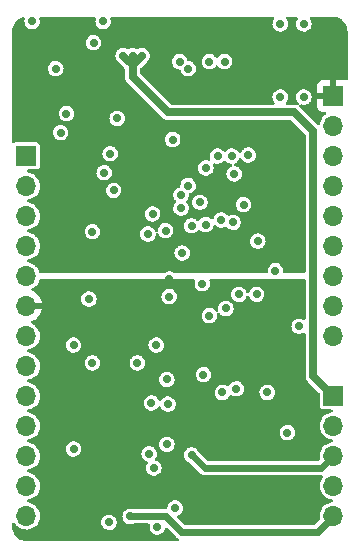
<source format=gbr>
%TF.GenerationSoftware,KiCad,Pcbnew,(6.0.9)*%
%TF.CreationDate,2023-01-29T17:21:33+01:00*%
%TF.ProjectId,witns_processing_board,7769746e-735f-4707-926f-63657373696e,rev?*%
%TF.SameCoordinates,Original*%
%TF.FileFunction,Copper,L3,Inr*%
%TF.FilePolarity,Positive*%
%FSLAX46Y46*%
G04 Gerber Fmt 4.6, Leading zero omitted, Abs format (unit mm)*
G04 Created by KiCad (PCBNEW (6.0.9)) date 2023-01-29 17:21:33*
%MOMM*%
%LPD*%
G01*
G04 APERTURE LIST*
%TA.AperFunction,ComponentPad*%
%ADD10R,1.700000X1.700000*%
%TD*%
%TA.AperFunction,ComponentPad*%
%ADD11O,1.700000X1.700000*%
%TD*%
%TA.AperFunction,ViaPad*%
%ADD12C,0.700000*%
%TD*%
%TA.AperFunction,Conductor*%
%ADD13C,0.700000*%
%TD*%
%TA.AperFunction,Conductor*%
%ADD14C,0.600000*%
%TD*%
G04 APERTURE END LIST*
D10*
%TO.N,+3V3*%
%TO.C,J103*%
X63000000Y-100000000D03*
D11*
%TO.N,/STM32/ENCODER_SWITCH*%
X63000000Y-102540000D03*
%TO.N,/STM32/ENCODER_A*%
X63000000Y-105080000D03*
%TO.N,/STM32/ENCODER_B*%
X63000000Y-107620000D03*
%TO.N,GND*%
X63000000Y-110160000D03*
%TO.N,/STM32/LED_RED*%
X63000000Y-112700000D03*
%TO.N,/STM32/LED_GREEN*%
X63000000Y-115240000D03*
%TO.N,/STM32/LED_BLUE*%
X63000000Y-117780000D03*
%TO.N,GND*%
X63000000Y-120320000D03*
%TD*%
D10*
%TO.N,+5V*%
%TO.C,J102*%
X63000000Y-125400000D03*
D11*
%TO.N,GND*%
X63000000Y-127940000D03*
%TO.N,+12V*%
X63000000Y-130480000D03*
%TO.N,GND*%
X63000000Y-133020000D03*
%TO.N,-12V*%
X63000000Y-135560000D03*
%TD*%
D10*
%TO.N,GND*%
%TO.C,J101*%
X37000000Y-105080000D03*
D11*
%TO.N,/POT_1*%
X37000000Y-107620000D03*
%TO.N,/POT_2*%
X37000000Y-110160000D03*
%TO.N,/POT_3*%
X37000000Y-112700000D03*
%TO.N,/POT_4*%
X37000000Y-115240000D03*
%TO.N,+3.3VA*%
X37000000Y-117780000D03*
%TO.N,/Analog Front-end/RACK_CV1*%
X37000000Y-120320000D03*
%TO.N,/Analog Front-end/RACK_CV2*%
X37000000Y-122860000D03*
%TO.N,/Analog Front-end/RACK_CV3*%
X37000000Y-125400000D03*
%TO.N,/Analog Front-end/RACK_CV4*%
X37000000Y-127940000D03*
%TO.N,GND*%
X37000000Y-130480000D03*
%TO.N,/Analog Front-end/RACK_OUT*%
X37000000Y-133020000D03*
%TO.N,GND*%
X37000000Y-135560000D03*
%TD*%
D12*
%TO.N,GND*%
X51900000Y-115900000D03*
X42700000Y-95500000D03*
X43500000Y-93700000D03*
X44400000Y-108000000D03*
X47800000Y-131500000D03*
X41000000Y-121100000D03*
X54500000Y-110700000D03*
X44700000Y-101900000D03*
X49600000Y-134900000D03*
X52500000Y-97100000D03*
X54600000Y-106600000D03*
X42600000Y-111500000D03*
X54776589Y-124798152D03*
X58500000Y-93900000D03*
X42300000Y-117200000D03*
X39900000Y-103100000D03*
X59100000Y-128500000D03*
X60100000Y-119500000D03*
X47300000Y-111700000D03*
X49100000Y-117000000D03*
X48100000Y-136500000D03*
X50000000Y-97100000D03*
X55000000Y-116800000D03*
X43600000Y-106500000D03*
X58100000Y-114800000D03*
X47600000Y-126000000D03*
X44000000Y-136100000D03*
X51700000Y-109000000D03*
X52200000Y-106100000D03*
X40400000Y-101500000D03*
X44100000Y-104900000D03*
X52500000Y-118600000D03*
X55400000Y-109200000D03*
X52000000Y-123600000D03*
X48000000Y-121100000D03*
X57400000Y-125100000D03*
X39500000Y-97700000D03*
X48900000Y-129500000D03*
X37492568Y-93696151D03*
X53800000Y-97100000D03*
X56500000Y-116800000D03*
X60500000Y-93900000D03*
X49400000Y-103700000D03*
X46400000Y-122600000D03*
X56600000Y-112300000D03*
%TO.N,+3V3*%
X52200000Y-114500000D03*
X37500000Y-97500000D03*
X39400000Y-95800000D03*
X58300000Y-110800000D03*
X47700000Y-104600000D03*
X45700000Y-103500000D03*
X59500000Y-113300000D03*
X55000000Y-97100000D03*
%TO.N,+3.3VA*%
X52000000Y-120400000D03*
X41000000Y-117900000D03*
X42600000Y-120400000D03*
X53600000Y-122900000D03*
X48900000Y-118700000D03*
X59100000Y-130000000D03*
X53000000Y-116900000D03*
X42500000Y-136100000D03*
X47600000Y-127500000D03*
X49100000Y-115500000D03*
X59300000Y-117100000D03*
%TO.N,+5V*%
X45200000Y-96600000D03*
X46800000Y-96600000D03*
X46000000Y-96600000D03*
%TO.N,/POT_1*%
X50100000Y-108400000D03*
%TO.N,/POT_2*%
X50100000Y-109500000D03*
%TO.N,/POT_3*%
X47700000Y-110000000D03*
%TO.N,/POT_4*%
X48800000Y-111400000D03*
%TO.N,/STM32/nRST*%
X50700000Y-107600000D03*
X50700000Y-97700000D03*
%TO.N,+12V*%
X51000000Y-130400000D03*
%TO.N,-12V*%
X45800000Y-135600000D03*
%TO.N,/STM32/LED1*%
X60500000Y-100100000D03*
X54400000Y-105100000D03*
%TO.N,/STM32/LED2*%
X58500000Y-100100000D03*
X53200000Y-105100000D03*
%TO.N,/Analog Front-end/RACK_CV1*%
X48900000Y-124000000D03*
%TO.N,/Analog Front-end/RACK_CV3*%
X49000000Y-126100000D03*
%TO.N,/Analog Front-end/RACK_OUT*%
X47400000Y-130300000D03*
%TO.N,/STM32/ENCODER_SWITCH*%
X55800000Y-105000000D03*
%TO.N,/Analog Front-end/DAC_OUT*%
X41000000Y-129900000D03*
X50200000Y-113300000D03*
%TO.N,/Analog Front-end/ADC_CV4*%
X51000000Y-111000000D03*
X42600000Y-122600000D03*
%TO.N,/Analog Front-end/ADC_CV1*%
X53500000Y-110500000D03*
X53900000Y-118000000D03*
%TO.N,/Analog Front-end/ADC_CV3*%
X52200000Y-110900000D03*
X53600000Y-125100000D03*
%TD*%
D13*
%TO.N,+5V*%
X49000000Y-101400000D02*
X59700000Y-101400000D01*
X61300000Y-123700000D02*
X63000000Y-125400000D01*
X46000000Y-97400000D02*
X46800000Y-96600000D01*
X46000000Y-97500000D02*
X46000000Y-98400000D01*
X46000000Y-96600000D02*
X46000000Y-97500000D01*
X46000000Y-98400000D02*
X49000000Y-101400000D01*
X46000000Y-97400000D02*
X46000000Y-97500000D01*
X59700000Y-101400000D02*
X61300000Y-103000000D01*
X61300000Y-103000000D02*
X61300000Y-123700000D01*
X45200000Y-96600000D02*
X46000000Y-97400000D01*
D14*
%TO.N,+12V*%
X61980000Y-131500000D02*
X63000000Y-130480000D01*
X51000000Y-130400000D02*
X52100000Y-131500000D01*
X52100000Y-131500000D02*
X61980000Y-131500000D01*
%TO.N,-12V*%
X45800000Y-135600000D02*
X48800000Y-135600000D01*
X50100000Y-136900000D02*
X61660000Y-136900000D01*
X61660000Y-136900000D02*
X63000000Y-135560000D01*
X48800000Y-135600000D02*
X50100000Y-136900000D01*
%TD*%
%TA.AperFunction,Conductor*%
%TO.N,+3V3*%
G36*
X42841290Y-93320502D02*
G01*
X42887783Y-93374158D01*
X42897887Y-93444432D01*
X42890564Y-93472264D01*
X42865309Y-93537039D01*
X42844758Y-93693138D01*
X42862035Y-93849633D01*
X42916143Y-93997490D01*
X42920380Y-94003796D01*
X42920382Y-94003799D01*
X42940002Y-94032996D01*
X43003958Y-94128172D01*
X43120410Y-94234135D01*
X43127085Y-94237759D01*
X43252099Y-94305637D01*
X43252101Y-94305638D01*
X43258776Y-94309262D01*
X43266125Y-94311190D01*
X43403719Y-94347287D01*
X43403721Y-94347287D01*
X43411069Y-94349215D01*
X43494380Y-94350524D01*
X43560898Y-94351569D01*
X43560901Y-94351569D01*
X43568495Y-94351688D01*
X43721968Y-94316538D01*
X43862625Y-94245795D01*
X43927538Y-94190354D01*
X43976574Y-94148474D01*
X43976576Y-94148471D01*
X43982348Y-94143542D01*
X44074224Y-94015683D01*
X44132950Y-93869598D01*
X44144647Y-93787408D01*
X44154553Y-93717807D01*
X44154553Y-93717804D01*
X44155134Y-93713723D01*
X44155278Y-93700000D01*
X44153071Y-93681758D01*
X44142913Y-93597819D01*
X44136363Y-93543694D01*
X44129720Y-93526114D01*
X44108909Y-93471037D01*
X44103541Y-93400244D01*
X44137299Y-93337787D01*
X44199465Y-93303495D01*
X44226775Y-93300500D01*
X57883649Y-93300500D01*
X57951770Y-93320502D01*
X57998263Y-93374158D01*
X58008367Y-93444432D01*
X57986736Y-93498951D01*
X57960679Y-93536027D01*
X57922501Y-93590348D01*
X57865309Y-93737039D01*
X57864318Y-93744568D01*
X57848364Y-93865749D01*
X57844758Y-93893138D01*
X57862035Y-94049633D01*
X57916143Y-94197490D01*
X57920380Y-94203796D01*
X57920382Y-94203799D01*
X57946016Y-94241946D01*
X58003958Y-94328172D01*
X58120410Y-94434135D01*
X58127085Y-94437759D01*
X58252099Y-94505637D01*
X58252101Y-94505638D01*
X58258776Y-94509262D01*
X58266125Y-94511190D01*
X58403719Y-94547287D01*
X58403721Y-94547287D01*
X58411069Y-94549215D01*
X58494380Y-94550524D01*
X58560898Y-94551569D01*
X58560901Y-94551569D01*
X58568495Y-94551688D01*
X58721968Y-94516538D01*
X58862625Y-94445795D01*
X58888869Y-94423381D01*
X58976574Y-94348474D01*
X58976576Y-94348471D01*
X58982348Y-94343542D01*
X59074224Y-94215683D01*
X59132950Y-94069598D01*
X59155134Y-93913723D01*
X59155278Y-93900000D01*
X59136363Y-93743694D01*
X59121415Y-93704134D01*
X59083394Y-93603514D01*
X59083393Y-93603511D01*
X59080710Y-93596412D01*
X59032395Y-93526114D01*
X59012982Y-93497868D01*
X58990882Y-93430398D01*
X59008767Y-93361691D01*
X59060959Y-93313561D01*
X59116822Y-93300500D01*
X59883649Y-93300500D01*
X59951770Y-93320502D01*
X59998263Y-93374158D01*
X60008367Y-93444432D01*
X59986736Y-93498951D01*
X59960679Y-93536027D01*
X59922501Y-93590348D01*
X59865309Y-93737039D01*
X59864318Y-93744568D01*
X59848364Y-93865749D01*
X59844758Y-93893138D01*
X59862035Y-94049633D01*
X59916143Y-94197490D01*
X59920380Y-94203796D01*
X59920382Y-94203799D01*
X59946016Y-94241946D01*
X60003958Y-94328172D01*
X60120410Y-94434135D01*
X60127085Y-94437759D01*
X60252099Y-94505637D01*
X60252101Y-94505638D01*
X60258776Y-94509262D01*
X60266125Y-94511190D01*
X60403719Y-94547287D01*
X60403721Y-94547287D01*
X60411069Y-94549215D01*
X60494380Y-94550524D01*
X60560898Y-94551569D01*
X60560901Y-94551569D01*
X60568495Y-94551688D01*
X60721968Y-94516538D01*
X60862625Y-94445795D01*
X60888869Y-94423381D01*
X60976574Y-94348474D01*
X60976576Y-94348471D01*
X60982348Y-94343542D01*
X61074224Y-94215683D01*
X61132950Y-94069598D01*
X61155134Y-93913723D01*
X61155278Y-93900000D01*
X61136363Y-93743694D01*
X61121415Y-93704134D01*
X61083394Y-93603514D01*
X61083393Y-93603511D01*
X61080710Y-93596412D01*
X61032395Y-93526114D01*
X61012982Y-93497868D01*
X60990882Y-93430398D01*
X61008767Y-93361691D01*
X61060959Y-93313561D01*
X61116822Y-93300500D01*
X62962683Y-93300500D01*
X62984563Y-93302414D01*
X62989145Y-93303222D01*
X63000000Y-93305136D01*
X63010856Y-93303222D01*
X63021878Y-93303222D01*
X63021878Y-93303779D01*
X63034152Y-93303188D01*
X63177759Y-93314490D01*
X63197285Y-93317583D01*
X63361030Y-93356895D01*
X63379824Y-93363001D01*
X63535405Y-93427445D01*
X63553010Y-93436415D01*
X63655060Y-93498951D01*
X63696597Y-93524405D01*
X63712591Y-93536026D01*
X63730397Y-93551234D01*
X63840634Y-93645385D01*
X63854615Y-93659366D01*
X63963973Y-93787408D01*
X63975594Y-93803401D01*
X64063585Y-93946990D01*
X64072555Y-93964595D01*
X64136997Y-94120171D01*
X64143105Y-94138970D01*
X64182195Y-94301788D01*
X64182417Y-94302714D01*
X64185510Y-94322241D01*
X64195503Y-94449208D01*
X64196812Y-94465845D01*
X64196221Y-94478122D01*
X64196778Y-94478122D01*
X64196778Y-94489144D01*
X64194864Y-94500000D01*
X64196778Y-94510855D01*
X64197586Y-94515437D01*
X64199500Y-94537317D01*
X64199500Y-98556657D01*
X64179498Y-98624778D01*
X64125842Y-98671271D01*
X64055568Y-98681375D01*
X64029270Y-98674639D01*
X63967605Y-98651522D01*
X63952351Y-98647895D01*
X63901486Y-98642369D01*
X63894672Y-98642000D01*
X63272115Y-98642000D01*
X63256876Y-98646475D01*
X63255671Y-98647865D01*
X63254000Y-98655548D01*
X63254000Y-100128000D01*
X63233998Y-100196121D01*
X63180342Y-100242614D01*
X63128000Y-100254000D01*
X61660116Y-100254000D01*
X61644877Y-100258475D01*
X61643672Y-100259865D01*
X61642001Y-100267548D01*
X61642001Y-100894669D01*
X61642371Y-100901490D01*
X61647895Y-100952352D01*
X61651521Y-100967604D01*
X61696676Y-101088054D01*
X61705214Y-101103649D01*
X61781715Y-101205724D01*
X61794276Y-101218285D01*
X61896351Y-101294786D01*
X61911946Y-101303324D01*
X62032394Y-101348478D01*
X62047649Y-101352105D01*
X62098514Y-101357631D01*
X62105328Y-101358000D01*
X62278205Y-101358000D01*
X62346326Y-101378002D01*
X62392819Y-101431658D01*
X62402923Y-101501932D01*
X62373429Y-101566512D01*
X62342628Y-101592285D01*
X62320856Y-101605238D01*
X62161881Y-101744655D01*
X62030976Y-101910708D01*
X62028287Y-101915819D01*
X62028285Y-101915822D01*
X61980941Y-102005809D01*
X61932523Y-102097836D01*
X61869820Y-102299773D01*
X61869141Y-102305508D01*
X61869141Y-102305509D01*
X61863301Y-102354849D01*
X61835430Y-102420146D01*
X61776681Y-102460010D01*
X61705707Y-102461783D01*
X61649079Y-102429133D01*
X60217248Y-100997302D01*
X60209407Y-100988685D01*
X60205202Y-100982060D01*
X60154183Y-100934150D01*
X60151342Y-100931396D01*
X60141058Y-100921112D01*
X60107032Y-100858800D01*
X60112097Y-100787985D01*
X60154644Y-100731149D01*
X60221164Y-100706338D01*
X60262126Y-100710141D01*
X60403719Y-100747287D01*
X60403721Y-100747287D01*
X60411069Y-100749215D01*
X60494380Y-100750524D01*
X60560898Y-100751569D01*
X60560901Y-100751569D01*
X60568495Y-100751688D01*
X60721968Y-100716538D01*
X60862625Y-100645795D01*
X60946162Y-100574448D01*
X60976574Y-100548474D01*
X60976576Y-100548471D01*
X60982348Y-100543542D01*
X61074224Y-100415683D01*
X61132950Y-100269598D01*
X61155134Y-100113723D01*
X61155278Y-100100000D01*
X61136363Y-99943694D01*
X61080710Y-99796412D01*
X61033612Y-99727885D01*
X61642000Y-99727885D01*
X61646475Y-99743124D01*
X61647865Y-99744329D01*
X61655548Y-99746000D01*
X62727885Y-99746000D01*
X62743124Y-99741525D01*
X62744329Y-99740135D01*
X62746000Y-99732452D01*
X62746000Y-98660116D01*
X62741525Y-98644877D01*
X62740135Y-98643672D01*
X62732452Y-98642001D01*
X62105331Y-98642001D01*
X62098510Y-98642371D01*
X62047648Y-98647895D01*
X62032396Y-98651521D01*
X61911946Y-98696676D01*
X61896351Y-98705214D01*
X61794276Y-98781715D01*
X61781715Y-98794276D01*
X61705214Y-98896351D01*
X61696676Y-98911946D01*
X61651522Y-99032394D01*
X61647895Y-99047649D01*
X61642369Y-99098514D01*
X61642000Y-99105328D01*
X61642000Y-99727885D01*
X61033612Y-99727885D01*
X60991531Y-99666657D01*
X60944971Y-99625174D01*
X60879648Y-99566972D01*
X60879645Y-99566970D01*
X60873976Y-99561919D01*
X60734831Y-99488245D01*
X60718122Y-99484048D01*
X60589498Y-99451740D01*
X60589496Y-99451740D01*
X60582128Y-99449889D01*
X60574530Y-99449849D01*
X60574528Y-99449849D01*
X60507319Y-99449497D01*
X60424684Y-99449065D01*
X60417305Y-99450837D01*
X60417301Y-99450837D01*
X60278967Y-99484048D01*
X60278963Y-99484049D01*
X60271588Y-99485820D01*
X60131679Y-99558032D01*
X60125957Y-99563024D01*
X60125955Y-99563025D01*
X60018759Y-99656538D01*
X60018756Y-99656541D01*
X60013034Y-99661533D01*
X59922501Y-99790348D01*
X59865309Y-99937039D01*
X59844758Y-100093138D01*
X59862035Y-100249633D01*
X59916143Y-100397490D01*
X59920380Y-100403796D01*
X59920382Y-100403799D01*
X59960709Y-100463811D01*
X60003958Y-100528172D01*
X60009573Y-100533281D01*
X60009578Y-100533287D01*
X60054813Y-100574448D01*
X60091735Y-100635088D01*
X60090012Y-100706064D01*
X60050189Y-100764841D01*
X59984911Y-100792757D01*
X59938678Y-100789682D01*
X59920957Y-100785132D01*
X59902250Y-100778727D01*
X59890200Y-100773512D01*
X59890195Y-100773510D01*
X59882926Y-100770365D01*
X59837930Y-100763238D01*
X59826310Y-100760831D01*
X59789860Y-100751472D01*
X59789855Y-100751471D01*
X59782177Y-100749500D01*
X59761116Y-100749500D01*
X59741404Y-100747949D01*
X59737224Y-100747287D01*
X59720595Y-100744653D01*
X59712704Y-100745399D01*
X59675235Y-100748941D01*
X59663377Y-100749500D01*
X59078756Y-100749500D01*
X59010635Y-100729498D01*
X58964142Y-100675842D01*
X58954038Y-100605568D01*
X58983192Y-100544149D01*
X58982348Y-100543542D01*
X58985683Y-100538901D01*
X59074224Y-100415683D01*
X59132950Y-100269598D01*
X59155134Y-100113723D01*
X59155278Y-100100000D01*
X59136363Y-99943694D01*
X59080710Y-99796412D01*
X58991531Y-99666657D01*
X58944971Y-99625174D01*
X58879648Y-99566972D01*
X58879645Y-99566970D01*
X58873976Y-99561919D01*
X58734831Y-99488245D01*
X58718122Y-99484048D01*
X58589498Y-99451740D01*
X58589496Y-99451740D01*
X58582128Y-99449889D01*
X58574530Y-99449849D01*
X58574528Y-99449849D01*
X58507319Y-99449497D01*
X58424684Y-99449065D01*
X58417305Y-99450837D01*
X58417301Y-99450837D01*
X58278967Y-99484048D01*
X58278963Y-99484049D01*
X58271588Y-99485820D01*
X58131679Y-99558032D01*
X58125957Y-99563024D01*
X58125955Y-99563025D01*
X58018759Y-99656538D01*
X58018756Y-99656541D01*
X58013034Y-99661533D01*
X57922501Y-99790348D01*
X57865309Y-99937039D01*
X57844758Y-100093138D01*
X57862035Y-100249633D01*
X57916143Y-100397490D01*
X57920380Y-100403796D01*
X57920382Y-100403799D01*
X57960709Y-100463811D01*
X58003958Y-100528172D01*
X58009575Y-100533283D01*
X58014542Y-100539038D01*
X58012627Y-100540691D01*
X58043227Y-100590953D01*
X58041500Y-100661928D01*
X58001675Y-100720703D01*
X57936396Y-100748617D01*
X57921503Y-100749500D01*
X49321636Y-100749500D01*
X49253515Y-100729498D01*
X49232541Y-100712595D01*
X46687405Y-98167459D01*
X46653379Y-98105147D01*
X46650500Y-98078364D01*
X46650500Y-97721636D01*
X46670502Y-97653515D01*
X46687405Y-97632541D01*
X47226808Y-97093138D01*
X49344758Y-97093138D01*
X49362035Y-97249633D01*
X49364645Y-97256765D01*
X49413460Y-97390157D01*
X49416143Y-97397490D01*
X49420380Y-97403796D01*
X49420382Y-97403799D01*
X49460709Y-97463811D01*
X49503958Y-97528172D01*
X49620410Y-97634135D01*
X49680369Y-97666690D01*
X49752099Y-97705637D01*
X49752101Y-97705638D01*
X49758776Y-97709262D01*
X49766125Y-97711190D01*
X49903719Y-97747287D01*
X49903721Y-97747287D01*
X49911069Y-97749215D01*
X49941641Y-97749695D01*
X50009438Y-97770764D01*
X50055083Y-97825142D01*
X50061437Y-97844219D01*
X50062035Y-97849633D01*
X50116143Y-97997490D01*
X50120380Y-98003796D01*
X50120382Y-98003799D01*
X50160709Y-98063811D01*
X50203958Y-98128172D01*
X50320410Y-98234135D01*
X50327085Y-98237759D01*
X50452099Y-98305637D01*
X50452101Y-98305638D01*
X50458776Y-98309262D01*
X50466125Y-98311190D01*
X50603719Y-98347287D01*
X50603721Y-98347287D01*
X50611069Y-98349215D01*
X50694380Y-98350524D01*
X50760898Y-98351569D01*
X50760901Y-98351569D01*
X50768495Y-98351688D01*
X50921968Y-98316538D01*
X51062625Y-98245795D01*
X51154345Y-98167459D01*
X51176574Y-98148474D01*
X51176576Y-98148471D01*
X51182348Y-98143542D01*
X51274224Y-98015683D01*
X51332950Y-97869598D01*
X51349972Y-97749992D01*
X51354553Y-97717807D01*
X51354553Y-97717804D01*
X51355134Y-97713723D01*
X51355278Y-97700000D01*
X51336363Y-97543694D01*
X51328115Y-97521866D01*
X51283394Y-97403514D01*
X51283393Y-97403511D01*
X51280710Y-97396412D01*
X51191531Y-97266657D01*
X51144971Y-97225174D01*
X51079648Y-97166972D01*
X51079645Y-97166970D01*
X51073976Y-97161919D01*
X50944072Y-97093138D01*
X51844758Y-97093138D01*
X51862035Y-97249633D01*
X51864645Y-97256765D01*
X51913460Y-97390157D01*
X51916143Y-97397490D01*
X51920380Y-97403796D01*
X51920382Y-97403799D01*
X51960709Y-97463811D01*
X52003958Y-97528172D01*
X52120410Y-97634135D01*
X52180369Y-97666690D01*
X52252099Y-97705637D01*
X52252101Y-97705638D01*
X52258776Y-97709262D01*
X52266125Y-97711190D01*
X52403719Y-97747287D01*
X52403721Y-97747287D01*
X52411069Y-97749215D01*
X52494380Y-97750524D01*
X52560898Y-97751569D01*
X52560901Y-97751569D01*
X52568495Y-97751688D01*
X52721968Y-97716538D01*
X52862625Y-97645795D01*
X52973342Y-97551234D01*
X52976574Y-97548474D01*
X52976576Y-97548471D01*
X52982348Y-97543542D01*
X52992106Y-97529963D01*
X53048090Y-97452054D01*
X53104084Y-97408406D01*
X53174788Y-97401960D01*
X53237752Y-97434763D01*
X53254987Y-97455295D01*
X53303958Y-97528172D01*
X53420410Y-97634135D01*
X53480369Y-97666690D01*
X53552099Y-97705637D01*
X53552101Y-97705638D01*
X53558776Y-97709262D01*
X53566125Y-97711190D01*
X53703719Y-97747287D01*
X53703721Y-97747287D01*
X53711069Y-97749215D01*
X53794380Y-97750524D01*
X53860898Y-97751569D01*
X53860901Y-97751569D01*
X53868495Y-97751688D01*
X54021968Y-97716538D01*
X54162625Y-97645795D01*
X54273342Y-97551234D01*
X54276574Y-97548474D01*
X54276576Y-97548471D01*
X54282348Y-97543542D01*
X54374224Y-97415683D01*
X54432950Y-97269598D01*
X54447556Y-97166972D01*
X54454553Y-97117807D01*
X54454553Y-97117804D01*
X54455134Y-97113723D01*
X54455278Y-97100000D01*
X54453856Y-97088245D01*
X54445011Y-97015161D01*
X54436363Y-96943694D01*
X54431175Y-96929963D01*
X54383394Y-96803514D01*
X54383393Y-96803511D01*
X54380710Y-96796412D01*
X54291531Y-96666657D01*
X54221347Y-96604125D01*
X54179648Y-96566972D01*
X54179645Y-96566970D01*
X54173976Y-96561919D01*
X54164894Y-96557110D01*
X54041543Y-96491799D01*
X54041544Y-96491799D01*
X54034831Y-96488245D01*
X54018122Y-96484048D01*
X53889498Y-96451740D01*
X53889496Y-96451740D01*
X53882128Y-96449889D01*
X53874530Y-96449849D01*
X53874528Y-96449849D01*
X53807319Y-96449497D01*
X53724684Y-96449065D01*
X53717305Y-96450837D01*
X53717301Y-96450837D01*
X53578967Y-96484048D01*
X53578963Y-96484049D01*
X53571588Y-96485820D01*
X53431679Y-96558032D01*
X53425957Y-96563024D01*
X53425955Y-96563025D01*
X53318759Y-96656538D01*
X53318756Y-96656541D01*
X53313034Y-96661533D01*
X53289759Y-96694650D01*
X53252949Y-96747025D01*
X53197414Y-96791256D01*
X53126782Y-96798442D01*
X53063478Y-96766301D01*
X53046022Y-96745941D01*
X52995836Y-96672920D01*
X52995834Y-96672917D01*
X52991531Y-96666657D01*
X52921347Y-96604125D01*
X52879648Y-96566972D01*
X52879645Y-96566970D01*
X52873976Y-96561919D01*
X52864894Y-96557110D01*
X52741543Y-96491799D01*
X52741544Y-96491799D01*
X52734831Y-96488245D01*
X52718122Y-96484048D01*
X52589498Y-96451740D01*
X52589496Y-96451740D01*
X52582128Y-96449889D01*
X52574530Y-96449849D01*
X52574528Y-96449849D01*
X52507319Y-96449497D01*
X52424684Y-96449065D01*
X52417305Y-96450837D01*
X52417301Y-96450837D01*
X52278967Y-96484048D01*
X52278963Y-96484049D01*
X52271588Y-96485820D01*
X52131679Y-96558032D01*
X52125957Y-96563024D01*
X52125955Y-96563025D01*
X52018759Y-96656538D01*
X52018756Y-96656541D01*
X52013034Y-96661533D01*
X51989759Y-96694650D01*
X51934868Y-96772752D01*
X51922501Y-96790348D01*
X51865309Y-96937039D01*
X51864318Y-96944568D01*
X51845955Y-97084048D01*
X51844758Y-97093138D01*
X50944072Y-97093138D01*
X50934831Y-97088245D01*
X50918122Y-97084048D01*
X50789498Y-97051740D01*
X50789496Y-97051740D01*
X50782128Y-97049889D01*
X50774529Y-97049849D01*
X50774527Y-97049849D01*
X50759615Y-97049771D01*
X50691600Y-97029412D01*
X50645389Y-96975514D01*
X50637911Y-96953826D01*
X50637277Y-96951243D01*
X50636363Y-96943694D01*
X50600168Y-96847907D01*
X50583394Y-96803514D01*
X50583393Y-96803511D01*
X50580710Y-96796412D01*
X50491531Y-96666657D01*
X50421347Y-96604125D01*
X50379648Y-96566972D01*
X50379645Y-96566970D01*
X50373976Y-96561919D01*
X50364894Y-96557110D01*
X50241543Y-96491799D01*
X50241544Y-96491799D01*
X50234831Y-96488245D01*
X50218122Y-96484048D01*
X50089498Y-96451740D01*
X50089496Y-96451740D01*
X50082128Y-96449889D01*
X50074530Y-96449849D01*
X50074528Y-96449849D01*
X50007319Y-96449497D01*
X49924684Y-96449065D01*
X49917305Y-96450837D01*
X49917301Y-96450837D01*
X49778967Y-96484048D01*
X49778963Y-96484049D01*
X49771588Y-96485820D01*
X49631679Y-96558032D01*
X49625957Y-96563024D01*
X49625955Y-96563025D01*
X49518759Y-96656538D01*
X49518756Y-96656541D01*
X49513034Y-96661533D01*
X49489759Y-96694650D01*
X49434868Y-96772752D01*
X49422501Y-96790348D01*
X49365309Y-96937039D01*
X49364318Y-96944568D01*
X49345955Y-97084048D01*
X49344758Y-97093138D01*
X47226808Y-97093138D01*
X47238110Y-97081836D01*
X47245363Y-97075130D01*
X47282348Y-97043542D01*
X47320509Y-96990436D01*
X47323242Y-96986777D01*
X47359505Y-96940027D01*
X47359508Y-96940022D01*
X47364363Y-96933763D01*
X47367509Y-96926493D01*
X47368556Y-96924723D01*
X47370328Y-96921105D01*
X47374224Y-96915683D01*
X47377058Y-96908634D01*
X47377061Y-96908628D01*
X47400246Y-96850952D01*
X47401516Y-96847907D01*
X47426488Y-96790201D01*
X47426488Y-96790200D01*
X47429636Y-96782926D01*
X47430877Y-96775094D01*
X47431231Y-96773875D01*
X47432950Y-96769598D01*
X47434777Y-96756766D01*
X47443463Y-96695726D01*
X47443757Y-96693767D01*
X47447059Y-96672920D01*
X47455347Y-96620595D01*
X47454872Y-96615566D01*
X47455134Y-96613723D01*
X47455278Y-96600000D01*
X47454783Y-96595905D01*
X47454782Y-96595896D01*
X47446894Y-96530711D01*
X47446540Y-96527432D01*
X47440625Y-96464858D01*
X47440624Y-96464855D01*
X47439879Y-96456971D01*
X47437195Y-96449516D01*
X47436917Y-96448272D01*
X47436363Y-96443694D01*
X47409959Y-96373816D01*
X47409274Y-96371961D01*
X47397554Y-96339406D01*
X47384206Y-96302332D01*
X47381370Y-96298159D01*
X47380710Y-96296412D01*
X47378250Y-96292832D01*
X47333707Y-96228021D01*
X47333335Y-96227477D01*
X47296279Y-96172952D01*
X47291825Y-96166398D01*
X47236266Y-96117415D01*
X47235948Y-96117133D01*
X47177216Y-96064805D01*
X47177213Y-96064803D01*
X47173976Y-96061919D01*
X47172327Y-96061046D01*
X47168541Y-96057708D01*
X47144131Y-96045270D01*
X47102539Y-96024078D01*
X47100783Y-96023165D01*
X47091468Y-96018233D01*
X47034831Y-95988245D01*
X47030364Y-95987123D01*
X47029161Y-95986690D01*
X47022100Y-95983092D01*
X47014371Y-95981364D01*
X47014367Y-95981363D01*
X46953002Y-95967647D01*
X46949803Y-95966888D01*
X46882128Y-95949889D01*
X46875456Y-95949854D01*
X46871499Y-95949164D01*
X46869442Y-95948970D01*
X46861704Y-95947240D01*
X46794655Y-95949347D01*
X46790054Y-95949407D01*
X46724684Y-95949065D01*
X46717297Y-95950838D01*
X46711387Y-95951522D01*
X46707568Y-95951803D01*
X46705353Y-95952154D01*
X46697431Y-95952403D01*
X46636760Y-95970029D01*
X46631030Y-95971549D01*
X46578972Y-95984047D01*
X46578970Y-95984048D01*
X46571588Y-95985820D01*
X46564839Y-95989304D01*
X46557721Y-95991951D01*
X46557643Y-95991742D01*
X46551435Y-95994218D01*
X46547212Y-95996045D01*
X46539602Y-95998256D01*
X46532785Y-96002288D01*
X46532777Y-96002291D01*
X46488604Y-96028415D01*
X46482259Y-96031925D01*
X46460365Y-96043226D01*
X46390658Y-96056697D01*
X46348925Y-96045270D01*
X46294152Y-96019496D01*
X46288848Y-96016846D01*
X46286862Y-96015794D01*
X46267006Y-96005281D01*
X46241548Y-95991801D01*
X46241545Y-95991800D01*
X46234831Y-95988245D01*
X46227460Y-95986394D01*
X46220372Y-95983673D01*
X46220452Y-95983464D01*
X46214144Y-95981212D01*
X46209783Y-95979795D01*
X46202613Y-95976421D01*
X46144420Y-95965320D01*
X46137354Y-95963761D01*
X46082128Y-95949889D01*
X46074528Y-95949849D01*
X46074344Y-95949826D01*
X46051629Y-95947619D01*
X46041170Y-95945624D01*
X45986000Y-95949095D01*
X45977455Y-95949342D01*
X45924684Y-95949065D01*
X45913343Y-95951787D01*
X45891853Y-95955018D01*
X45887515Y-95955291D01*
X45877140Y-95955944D01*
X45828381Y-95971786D01*
X45818871Y-95974468D01*
X45778976Y-95984046D01*
X45778974Y-95984047D01*
X45771588Y-95985820D01*
X45764840Y-95989303D01*
X45764834Y-95989305D01*
X45757581Y-95993049D01*
X45738727Y-96000916D01*
X45720829Y-96006732D01*
X45714132Y-96010982D01*
X45680946Y-96032042D01*
X45671228Y-96037619D01*
X45660512Y-96043150D01*
X45590807Y-96056623D01*
X45539172Y-96039833D01*
X45533764Y-96035638D01*
X45526493Y-96032491D01*
X45526487Y-96032488D01*
X45486734Y-96015286D01*
X45477815Y-96011003D01*
X45441548Y-95991801D01*
X45441545Y-95991800D01*
X45434831Y-95988245D01*
X45419531Y-95984402D01*
X45400190Y-95977836D01*
X45396921Y-95976421D01*
X45382926Y-95970365D01*
X45336279Y-95962977D01*
X45325303Y-95960734D01*
X45282128Y-95949889D01*
X45274530Y-95949849D01*
X45274528Y-95949849D01*
X45262262Y-95949785D01*
X45243220Y-95948237D01*
X45220595Y-95944653D01*
X45212703Y-95945399D01*
X45212700Y-95945399D01*
X45177581Y-95948719D01*
X45165065Y-95949276D01*
X45152168Y-95949209D01*
X45124684Y-95949065D01*
X45117300Y-95950838D01*
X45117297Y-95950838D01*
X45101376Y-95954660D01*
X45083825Y-95957581D01*
X45064868Y-95959374D01*
X45064865Y-95959375D01*
X45056971Y-95960121D01*
X45020130Y-95973385D01*
X45006873Y-95977349D01*
X44971588Y-95985820D01*
X44964841Y-95989302D01*
X44964839Y-95989303D01*
X44946640Y-95998696D01*
X44931532Y-96005281D01*
X44909789Y-96013109D01*
X44909787Y-96013110D01*
X44902332Y-96015794D01*
X44873296Y-96035527D01*
X44860277Y-96043272D01*
X44831679Y-96058032D01*
X44825956Y-96063025D01*
X44825951Y-96063028D01*
X44807425Y-96079189D01*
X44795419Y-96088452D01*
X44766398Y-96108175D01*
X44761161Y-96114115D01*
X44761152Y-96114123D01*
X44745868Y-96131459D01*
X44734189Y-96143077D01*
X44718760Y-96156537D01*
X44718757Y-96156540D01*
X44713034Y-96161533D01*
X44708667Y-96167747D01*
X44708664Y-96167750D01*
X44692172Y-96191216D01*
X44683598Y-96202092D01*
X44662953Y-96225509D01*
X44662951Y-96225512D01*
X44657708Y-96231459D01*
X44645462Y-96255493D01*
X44636286Y-96270734D01*
X44622501Y-96290348D01*
X44619742Y-96297423D01*
X44619741Y-96297426D01*
X44607831Y-96327974D01*
X44602705Y-96339406D01*
X44586693Y-96370832D01*
X44583092Y-96377900D01*
X44581363Y-96385637D01*
X44581362Y-96385639D01*
X44578097Y-96400248D01*
X44572526Y-96418529D01*
X44565309Y-96437039D01*
X44561647Y-96464858D01*
X44559501Y-96481154D01*
X44557546Y-96492187D01*
X44547240Y-96538296D01*
X44547489Y-96546220D01*
X44547831Y-96557110D01*
X44546815Y-96577511D01*
X44545749Y-96585605D01*
X44545749Y-96585611D01*
X44544758Y-96593138D01*
X44545592Y-96600690D01*
X44550093Y-96641470D01*
X44550792Y-96651334D01*
X44552403Y-96702569D01*
X44556514Y-96716719D01*
X44560755Y-96738039D01*
X44562035Y-96749633D01*
X44564644Y-96756764D01*
X44564645Y-96756766D01*
X44580168Y-96799184D01*
X44582839Y-96807332D01*
X44595512Y-96850952D01*
X44598256Y-96860398D01*
X44602289Y-96867217D01*
X44603673Y-96869557D01*
X44613447Y-96890189D01*
X44613534Y-96890359D01*
X44616143Y-96897490D01*
X44637964Y-96929963D01*
X44647885Y-96944728D01*
X44651752Y-96950856D01*
X44681919Y-97001865D01*
X44687532Y-97007478D01*
X44690372Y-97011139D01*
X44694589Y-97016264D01*
X44694758Y-97016118D01*
X44699724Y-97021871D01*
X44703958Y-97028172D01*
X44726919Y-97049065D01*
X44749167Y-97069309D01*
X44753462Y-97073408D01*
X45312595Y-97632541D01*
X45346621Y-97694853D01*
X45349500Y-97721636D01*
X45349500Y-98319000D01*
X45348951Y-98330640D01*
X45347240Y-98338296D01*
X45347489Y-98346219D01*
X45349438Y-98408230D01*
X45349500Y-98412188D01*
X45349500Y-98440925D01*
X45349995Y-98444842D01*
X45350039Y-98445191D01*
X45350971Y-98457024D01*
X45352403Y-98502569D01*
X45354615Y-98510183D01*
X45354616Y-98510188D01*
X45358278Y-98522792D01*
X45362289Y-98542156D01*
X45364929Y-98563058D01*
X45367848Y-98570429D01*
X45367848Y-98570431D01*
X45381702Y-98605420D01*
X45385541Y-98616631D01*
X45398256Y-98660398D01*
X45406678Y-98674639D01*
X45408981Y-98678533D01*
X45417676Y-98696281D01*
X45425432Y-98715871D01*
X45452218Y-98752738D01*
X45458725Y-98762646D01*
X45477883Y-98795042D01*
X45477887Y-98795047D01*
X45481919Y-98801865D01*
X45496812Y-98816758D01*
X45509653Y-98831792D01*
X45522037Y-98848837D01*
X45528145Y-98853890D01*
X45557143Y-98877879D01*
X45565923Y-98885869D01*
X48482752Y-101802698D01*
X48490593Y-101811315D01*
X48494798Y-101817940D01*
X48500577Y-101823367D01*
X48500578Y-101823368D01*
X48545816Y-101865849D01*
X48548658Y-101868604D01*
X48568966Y-101888912D01*
X48572103Y-101891345D01*
X48572372Y-101891554D01*
X48581402Y-101899266D01*
X48614607Y-101930448D01*
X48633070Y-101940599D01*
X48649590Y-101951450D01*
X48666237Y-101964363D01*
X48708046Y-101982455D01*
X48718706Y-101987677D01*
X48758632Y-102009627D01*
X48779037Y-102014866D01*
X48797742Y-102021270D01*
X48817074Y-102029636D01*
X48824900Y-102030876D01*
X48824905Y-102030877D01*
X48862076Y-102036765D01*
X48873696Y-102039171D01*
X48910142Y-102048528D01*
X48917823Y-102050500D01*
X48938884Y-102050500D01*
X48958596Y-102052051D01*
X48979405Y-102055347D01*
X48987297Y-102054601D01*
X49024767Y-102051059D01*
X49036625Y-102050500D01*
X59378364Y-102050500D01*
X59446485Y-102070502D01*
X59467459Y-102087405D01*
X60612595Y-103232541D01*
X60646621Y-103294853D01*
X60649500Y-103321636D01*
X60649500Y-114874000D01*
X60629498Y-114942121D01*
X60575842Y-114988614D01*
X60523500Y-115000000D01*
X58873825Y-115000000D01*
X58805704Y-114979998D01*
X58759211Y-114926342D01*
X58749082Y-114856247D01*
X58754553Y-114817807D01*
X58754553Y-114817804D01*
X58755134Y-114813723D01*
X58755278Y-114800000D01*
X58736363Y-114643694D01*
X58727178Y-114619386D01*
X58683394Y-114503514D01*
X58683393Y-114503511D01*
X58680710Y-114496412D01*
X58591531Y-114366657D01*
X58519281Y-114302284D01*
X58479648Y-114266972D01*
X58479645Y-114266970D01*
X58473976Y-114261919D01*
X58334831Y-114188245D01*
X58318122Y-114184048D01*
X58189498Y-114151740D01*
X58189496Y-114151740D01*
X58182128Y-114149889D01*
X58174530Y-114149849D01*
X58174528Y-114149849D01*
X58107319Y-114149497D01*
X58024684Y-114149065D01*
X58017305Y-114150837D01*
X58017301Y-114150837D01*
X57878967Y-114184048D01*
X57878963Y-114184049D01*
X57871588Y-114185820D01*
X57731679Y-114258032D01*
X57725957Y-114263024D01*
X57725955Y-114263025D01*
X57618759Y-114356538D01*
X57618756Y-114356541D01*
X57613034Y-114361533D01*
X57608667Y-114367747D01*
X57535734Y-114471520D01*
X57522501Y-114490348D01*
X57465309Y-114637039D01*
X57444758Y-114793138D01*
X57452159Y-114860173D01*
X57439753Y-114930077D01*
X57391523Y-114982178D01*
X57326920Y-115000000D01*
X49564705Y-115000000D01*
X49496584Y-114979998D01*
X49480891Y-114968080D01*
X49473976Y-114961919D01*
X49334831Y-114888245D01*
X49223071Y-114860173D01*
X49189498Y-114851740D01*
X49189496Y-114851740D01*
X49182128Y-114849889D01*
X49174530Y-114849849D01*
X49174528Y-114849849D01*
X49107319Y-114849497D01*
X49024684Y-114849065D01*
X49017305Y-114850837D01*
X49017301Y-114850837D01*
X48878967Y-114884048D01*
X48878963Y-114884049D01*
X48871588Y-114885820D01*
X48731679Y-114958032D01*
X48719164Y-114968949D01*
X48654685Y-114998657D01*
X48636336Y-115000000D01*
X38223157Y-115000000D01*
X38155036Y-114979998D01*
X38108543Y-114926342D01*
X38101893Y-114908217D01*
X38078686Y-114825931D01*
X38070632Y-114809598D01*
X37987719Y-114641469D01*
X37985165Y-114636290D01*
X37886017Y-114503514D01*
X37862104Y-114471491D01*
X37862103Y-114471490D01*
X37858651Y-114466867D01*
X37750244Y-114366657D01*
X37707622Y-114327257D01*
X37707620Y-114327255D01*
X37703381Y-114323337D01*
X37524554Y-114210505D01*
X37328160Y-114132152D01*
X37322503Y-114131027D01*
X37322497Y-114131025D01*
X37125234Y-114091788D01*
X37062324Y-114058881D01*
X37027192Y-113997186D01*
X37030992Y-113926291D01*
X37072517Y-113868705D01*
X37131734Y-113843513D01*
X37264015Y-113824333D01*
X37264019Y-113824332D01*
X37269730Y-113823504D01*
X37348987Y-113796600D01*
X37464483Y-113757395D01*
X37464488Y-113757393D01*
X37469955Y-113755537D01*
X37502382Y-113737377D01*
X37649395Y-113655046D01*
X37649399Y-113655043D01*
X37654442Y-113652219D01*
X37817012Y-113517012D01*
X37952219Y-113354442D01*
X37955043Y-113349399D01*
X37955046Y-113349395D01*
X37986551Y-113293138D01*
X49544758Y-113293138D01*
X49562035Y-113449633D01*
X49616143Y-113597490D01*
X49620380Y-113603796D01*
X49620382Y-113603799D01*
X49654819Y-113655046D01*
X49703958Y-113728172D01*
X49726270Y-113748474D01*
X49779160Y-113796600D01*
X49820410Y-113834135D01*
X49848171Y-113849208D01*
X49952099Y-113905637D01*
X49952101Y-113905638D01*
X49958776Y-113909262D01*
X49966125Y-113911190D01*
X50103719Y-113947287D01*
X50103721Y-113947287D01*
X50111069Y-113949215D01*
X50194380Y-113950524D01*
X50260898Y-113951569D01*
X50260901Y-113951569D01*
X50268495Y-113951688D01*
X50421968Y-113916538D01*
X50562625Y-113845795D01*
X50620225Y-113796600D01*
X50676574Y-113748474D01*
X50676576Y-113748471D01*
X50682348Y-113743542D01*
X50774224Y-113615683D01*
X50832950Y-113469598D01*
X50855134Y-113313723D01*
X50855278Y-113300000D01*
X50853405Y-113284518D01*
X50839541Y-113169955D01*
X50836363Y-113143694D01*
X50780710Y-112996412D01*
X50691531Y-112866657D01*
X50644971Y-112825174D01*
X50579648Y-112766972D01*
X50579645Y-112766970D01*
X50573976Y-112761919D01*
X50434831Y-112688245D01*
X50361215Y-112669754D01*
X50289498Y-112651740D01*
X50289496Y-112651740D01*
X50282128Y-112649889D01*
X50274530Y-112649849D01*
X50274528Y-112649849D01*
X50207319Y-112649497D01*
X50124684Y-112649065D01*
X50117305Y-112650837D01*
X50117301Y-112650837D01*
X49978967Y-112684048D01*
X49978963Y-112684049D01*
X49971588Y-112685820D01*
X49964843Y-112689301D01*
X49964844Y-112689301D01*
X49871698Y-112737377D01*
X49831679Y-112758032D01*
X49825957Y-112763024D01*
X49825955Y-112763025D01*
X49718759Y-112856538D01*
X49718756Y-112856541D01*
X49713034Y-112861533D01*
X49708667Y-112867747D01*
X49636992Y-112969730D01*
X49622501Y-112990348D01*
X49565309Y-113137039D01*
X49560745Y-113171709D01*
X49545893Y-113284518D01*
X49544758Y-113293138D01*
X37986551Y-113293138D01*
X38052713Y-113174998D01*
X38052714Y-113174996D01*
X38055537Y-113169955D01*
X38057393Y-113164488D01*
X38057395Y-113164483D01*
X38116570Y-112990157D01*
X38123504Y-112969730D01*
X38126138Y-112951569D01*
X38153314Y-112764140D01*
X38153314Y-112764138D01*
X38153846Y-112760470D01*
X38155429Y-112700000D01*
X38136081Y-112489440D01*
X38132475Y-112476652D01*
X38097231Y-112351688D01*
X38078686Y-112285931D01*
X38060577Y-112249208D01*
X37987719Y-112101469D01*
X37985165Y-112096290D01*
X37869100Y-111940860D01*
X37862104Y-111931491D01*
X37862103Y-111931490D01*
X37858651Y-111926867D01*
X37751883Y-111828172D01*
X37707622Y-111787257D01*
X37707620Y-111787255D01*
X37703381Y-111783337D01*
X37599523Y-111717807D01*
X37529434Y-111673584D01*
X37529433Y-111673584D01*
X37524554Y-111670505D01*
X37328160Y-111592152D01*
X37322503Y-111591027D01*
X37322497Y-111591025D01*
X37125234Y-111551788D01*
X37062324Y-111518881D01*
X37047665Y-111493138D01*
X41944758Y-111493138D01*
X41962035Y-111649633D01*
X42016143Y-111797490D01*
X42020380Y-111803796D01*
X42020382Y-111803799D01*
X42040194Y-111833282D01*
X42103958Y-111928172D01*
X42220410Y-112034135D01*
X42279424Y-112066177D01*
X42352099Y-112105637D01*
X42352101Y-112105638D01*
X42358776Y-112109262D01*
X42366125Y-112111190D01*
X42503719Y-112147287D01*
X42503721Y-112147287D01*
X42511069Y-112149215D01*
X42594380Y-112150524D01*
X42660898Y-112151569D01*
X42660901Y-112151569D01*
X42668495Y-112151688D01*
X42821968Y-112116538D01*
X42962625Y-112045795D01*
X43027769Y-111990157D01*
X43076574Y-111948474D01*
X43076576Y-111948471D01*
X43082348Y-111943542D01*
X43174224Y-111815683D01*
X43223487Y-111693138D01*
X46644758Y-111693138D01*
X46662035Y-111849633D01*
X46664645Y-111856765D01*
X46713460Y-111990157D01*
X46716143Y-111997490D01*
X46720380Y-112003796D01*
X46720382Y-112003799D01*
X46748603Y-112045795D01*
X46803958Y-112128172D01*
X46920410Y-112234135D01*
X46927085Y-112237759D01*
X47052099Y-112305637D01*
X47052101Y-112305638D01*
X47058776Y-112309262D01*
X47066125Y-112311190D01*
X47203719Y-112347287D01*
X47203721Y-112347287D01*
X47211069Y-112349215D01*
X47294380Y-112350524D01*
X47360898Y-112351569D01*
X47360901Y-112351569D01*
X47368495Y-112351688D01*
X47521968Y-112316538D01*
X47568494Y-112293138D01*
X55944758Y-112293138D01*
X55962035Y-112449633D01*
X56016143Y-112597490D01*
X56020380Y-112603796D01*
X56020382Y-112603799D01*
X56050800Y-112649065D01*
X56103958Y-112728172D01*
X56220410Y-112834135D01*
X56227085Y-112837759D01*
X56352099Y-112905637D01*
X56352101Y-112905638D01*
X56358776Y-112909262D01*
X56366125Y-112911190D01*
X56503719Y-112947287D01*
X56503721Y-112947287D01*
X56511069Y-112949215D01*
X56594380Y-112950524D01*
X56660898Y-112951569D01*
X56660901Y-112951569D01*
X56668495Y-112951688D01*
X56821968Y-112916538D01*
X56962625Y-112845795D01*
X57058231Y-112764140D01*
X57076574Y-112748474D01*
X57076576Y-112748471D01*
X57082348Y-112743542D01*
X57174224Y-112615683D01*
X57232950Y-112469598D01*
X57255134Y-112313723D01*
X57255278Y-112300000D01*
X57253576Y-112285931D01*
X57250176Y-112257836D01*
X57236363Y-112143694D01*
X57200956Y-112049992D01*
X57183394Y-112003514D01*
X57183393Y-112003511D01*
X57180710Y-111996412D01*
X57091531Y-111866657D01*
X57034319Y-111815683D01*
X56979648Y-111766972D01*
X56979645Y-111766970D01*
X56973976Y-111761919D01*
X56834831Y-111688245D01*
X56776463Y-111673584D01*
X56689498Y-111651740D01*
X56689496Y-111651740D01*
X56682128Y-111649889D01*
X56674530Y-111649849D01*
X56674528Y-111649849D01*
X56607319Y-111649497D01*
X56524684Y-111649065D01*
X56517305Y-111650837D01*
X56517301Y-111650837D01*
X56378967Y-111684048D01*
X56378963Y-111684049D01*
X56371588Y-111685820D01*
X56231679Y-111758032D01*
X56225957Y-111763024D01*
X56225955Y-111763025D01*
X56118759Y-111856538D01*
X56118756Y-111856541D01*
X56113034Y-111861533D01*
X56083696Y-111903277D01*
X56051931Y-111948474D01*
X56022501Y-111990348D01*
X55965309Y-112137039D01*
X55958508Y-112188700D01*
X55949406Y-112257836D01*
X55944758Y-112293138D01*
X47568494Y-112293138D01*
X47662625Y-112245795D01*
X47688869Y-112223381D01*
X47776574Y-112148474D01*
X47776576Y-112148471D01*
X47782348Y-112143542D01*
X47874224Y-112015683D01*
X47878263Y-112005637D01*
X47930114Y-111876652D01*
X47932950Y-111869598D01*
X47947556Y-111766972D01*
X47954553Y-111717807D01*
X47954553Y-111717804D01*
X47955134Y-111713723D01*
X47955278Y-111700000D01*
X47955436Y-111700002D01*
X47971319Y-111632365D01*
X48022340Y-111582995D01*
X48091953Y-111569046D01*
X48158056Y-111594947D01*
X48199225Y-111651259D01*
X48216143Y-111697490D01*
X48220380Y-111703796D01*
X48220382Y-111703799D01*
X48254485Y-111754549D01*
X48303958Y-111828172D01*
X48326270Y-111848474D01*
X48412423Y-111926867D01*
X48420410Y-111934135D01*
X48441885Y-111945795D01*
X48552099Y-112005637D01*
X48552101Y-112005638D01*
X48558776Y-112009262D01*
X48566125Y-112011190D01*
X48703719Y-112047287D01*
X48703721Y-112047287D01*
X48711069Y-112049215D01*
X48794380Y-112050524D01*
X48860898Y-112051569D01*
X48860901Y-112051569D01*
X48868495Y-112051688D01*
X49021968Y-112016538D01*
X49162625Y-111945795D01*
X49215249Y-111900850D01*
X49276574Y-111848474D01*
X49276576Y-111848471D01*
X49282348Y-111843542D01*
X49374224Y-111715683D01*
X49432950Y-111569598D01*
X49448044Y-111463540D01*
X49454553Y-111417807D01*
X49454553Y-111417804D01*
X49455134Y-111413723D01*
X49455278Y-111400000D01*
X49436363Y-111243694D01*
X49430820Y-111229025D01*
X49383394Y-111103514D01*
X49383393Y-111103511D01*
X49380710Y-111096412D01*
X49309731Y-110993138D01*
X50344758Y-110993138D01*
X50362035Y-111149633D01*
X50416143Y-111297490D01*
X50420380Y-111303796D01*
X50420382Y-111303799D01*
X50437964Y-111329963D01*
X50503958Y-111428172D01*
X50620410Y-111534135D01*
X50671863Y-111562072D01*
X50752099Y-111605637D01*
X50752101Y-111605638D01*
X50758776Y-111609262D01*
X50766125Y-111611190D01*
X50903719Y-111647287D01*
X50903721Y-111647287D01*
X50911069Y-111649215D01*
X50994380Y-111650524D01*
X51060898Y-111651569D01*
X51060901Y-111651569D01*
X51068495Y-111651688D01*
X51221968Y-111616538D01*
X51362625Y-111545795D01*
X51421054Y-111495892D01*
X51476574Y-111448474D01*
X51476576Y-111448471D01*
X51482348Y-111443542D01*
X51489721Y-111433282D01*
X51537565Y-111366701D01*
X51593559Y-111323053D01*
X51664263Y-111316607D01*
X51724687Y-111347034D01*
X51814789Y-111429021D01*
X51814793Y-111429024D01*
X51820410Y-111434135D01*
X51874567Y-111463540D01*
X51952099Y-111505637D01*
X51952101Y-111505638D01*
X51958776Y-111509262D01*
X51966125Y-111511190D01*
X52103719Y-111547287D01*
X52103721Y-111547287D01*
X52111069Y-111549215D01*
X52194380Y-111550524D01*
X52260898Y-111551569D01*
X52260901Y-111551569D01*
X52268495Y-111551688D01*
X52421968Y-111516538D01*
X52562625Y-111445795D01*
X52621054Y-111395892D01*
X52676574Y-111348474D01*
X52676576Y-111348471D01*
X52682348Y-111343542D01*
X52774224Y-111215683D01*
X52832950Y-111069598D01*
X52836846Y-111042222D01*
X52866246Y-110977599D01*
X52925917Y-110939130D01*
X52996914Y-110939028D01*
X53046389Y-110966782D01*
X53114789Y-111029021D01*
X53114793Y-111029024D01*
X53120410Y-111034135D01*
X53149425Y-111049889D01*
X53252099Y-111105637D01*
X53252101Y-111105638D01*
X53258776Y-111109262D01*
X53266125Y-111111190D01*
X53403719Y-111147287D01*
X53403721Y-111147287D01*
X53411069Y-111149215D01*
X53494380Y-111150524D01*
X53560898Y-111151569D01*
X53560901Y-111151569D01*
X53568495Y-111151688D01*
X53721968Y-111116538D01*
X53827648Y-111063386D01*
X53897490Y-111050648D01*
X53963134Y-111077693D01*
X53988839Y-111105673D01*
X54003958Y-111128172D01*
X54120410Y-111234135D01*
X54161671Y-111256538D01*
X54252099Y-111305637D01*
X54252101Y-111305638D01*
X54258776Y-111309262D01*
X54266125Y-111311190D01*
X54403719Y-111347287D01*
X54403721Y-111347287D01*
X54411069Y-111349215D01*
X54494380Y-111350524D01*
X54560898Y-111351569D01*
X54560901Y-111351569D01*
X54568495Y-111351688D01*
X54721968Y-111316538D01*
X54862625Y-111245795D01*
X54927769Y-111190157D01*
X54976574Y-111148474D01*
X54976576Y-111148471D01*
X54982348Y-111143542D01*
X55074224Y-111015683D01*
X55132950Y-110869598D01*
X55145673Y-110780203D01*
X55154553Y-110717807D01*
X55154553Y-110717804D01*
X55155134Y-110713723D01*
X55155278Y-110700000D01*
X55136363Y-110543694D01*
X55105317Y-110461533D01*
X55083394Y-110403514D01*
X55083393Y-110403511D01*
X55080710Y-110396412D01*
X54991531Y-110266657D01*
X54905884Y-110190348D01*
X54879648Y-110166972D01*
X54879645Y-110166970D01*
X54873976Y-110161919D01*
X54854429Y-110151569D01*
X54774525Y-110109262D01*
X54734831Y-110088245D01*
X54718122Y-110084048D01*
X54589498Y-110051740D01*
X54589496Y-110051740D01*
X54582128Y-110049889D01*
X54574530Y-110049849D01*
X54574528Y-110049849D01*
X54507319Y-110049497D01*
X54424684Y-110049065D01*
X54417305Y-110050837D01*
X54417301Y-110050837D01*
X54278967Y-110084048D01*
X54278963Y-110084049D01*
X54271588Y-110085820D01*
X54264843Y-110089301D01*
X54264844Y-110089301D01*
X54173296Y-110136552D01*
X54103588Y-110150021D01*
X54037665Y-110123666D01*
X54011666Y-110095953D01*
X53995836Y-110072920D01*
X53995834Y-110072917D01*
X53991531Y-110066657D01*
X53921357Y-110004134D01*
X53879648Y-109966972D01*
X53879645Y-109966970D01*
X53873976Y-109961919D01*
X53861281Y-109955197D01*
X53810239Y-109928172D01*
X53734831Y-109888245D01*
X53718122Y-109884048D01*
X53589498Y-109851740D01*
X53589496Y-109851740D01*
X53582128Y-109849889D01*
X53574530Y-109849849D01*
X53574528Y-109849849D01*
X53507319Y-109849497D01*
X53424684Y-109849065D01*
X53417305Y-109850837D01*
X53417301Y-109850837D01*
X53278967Y-109884048D01*
X53278963Y-109884049D01*
X53271588Y-109885820D01*
X53264843Y-109889301D01*
X53264844Y-109889301D01*
X53171698Y-109937377D01*
X53131679Y-109958032D01*
X53125957Y-109963024D01*
X53125955Y-109963025D01*
X53018759Y-110056538D01*
X53018756Y-110056541D01*
X53013034Y-110061533D01*
X52993518Y-110089301D01*
X52932127Y-110176652D01*
X52922501Y-110190348D01*
X52865309Y-110337039D01*
X52863374Y-110351740D01*
X52862854Y-110355687D01*
X52834132Y-110420615D01*
X52774868Y-110459707D01*
X52703876Y-110460552D01*
X52654113Y-110433319D01*
X52573976Y-110361919D01*
X52551256Y-110349889D01*
X52486652Y-110315683D01*
X52434831Y-110288245D01*
X52418122Y-110284048D01*
X52289498Y-110251740D01*
X52289496Y-110251740D01*
X52282128Y-110249889D01*
X52274530Y-110249849D01*
X52274528Y-110249849D01*
X52207319Y-110249497D01*
X52124684Y-110249065D01*
X52117305Y-110250837D01*
X52117301Y-110250837D01*
X51978967Y-110284048D01*
X51978963Y-110284049D01*
X51971588Y-110285820D01*
X51960004Y-110291799D01*
X51843870Y-110351740D01*
X51831679Y-110358032D01*
X51825957Y-110363024D01*
X51825955Y-110363025D01*
X51718759Y-110456538D01*
X51718756Y-110456541D01*
X51713034Y-110461533D01*
X51708667Y-110467747D01*
X51663625Y-110531835D01*
X51608090Y-110576066D01*
X51537458Y-110583252D01*
X51476719Y-110553460D01*
X51379648Y-110466972D01*
X51379645Y-110466970D01*
X51373976Y-110461919D01*
X51234831Y-110388245D01*
X51150127Y-110366969D01*
X51089498Y-110351740D01*
X51089496Y-110351740D01*
X51082128Y-110349889D01*
X51074530Y-110349849D01*
X51074528Y-110349849D01*
X51007319Y-110349497D01*
X50924684Y-110349065D01*
X50917305Y-110350837D01*
X50917301Y-110350837D01*
X50778967Y-110384048D01*
X50778963Y-110384049D01*
X50771588Y-110385820D01*
X50704174Y-110420615D01*
X50671698Y-110437377D01*
X50631679Y-110458032D01*
X50625957Y-110463024D01*
X50625955Y-110463025D01*
X50518759Y-110556538D01*
X50518756Y-110556541D01*
X50513034Y-110561533D01*
X50422501Y-110690348D01*
X50365309Y-110837039D01*
X50360094Y-110876652D01*
X50346804Y-110977599D01*
X50344758Y-110993138D01*
X49309731Y-110993138D01*
X49291531Y-110966657D01*
X49236731Y-110917832D01*
X49179648Y-110866972D01*
X49179645Y-110866970D01*
X49173976Y-110861919D01*
X49151256Y-110849889D01*
X49084308Y-110814442D01*
X49034831Y-110788245D01*
X49002814Y-110780203D01*
X48889498Y-110751740D01*
X48889496Y-110751740D01*
X48882128Y-110749889D01*
X48874530Y-110749849D01*
X48874528Y-110749849D01*
X48807319Y-110749497D01*
X48724684Y-110749065D01*
X48717305Y-110750837D01*
X48717301Y-110750837D01*
X48578967Y-110784048D01*
X48578963Y-110784049D01*
X48571588Y-110785820D01*
X48564843Y-110789301D01*
X48564844Y-110789301D01*
X48441578Y-110852923D01*
X48431679Y-110858032D01*
X48425957Y-110863024D01*
X48425955Y-110863025D01*
X48318759Y-110956538D01*
X48318756Y-110956541D01*
X48313034Y-110961533D01*
X48290822Y-110993138D01*
X48226929Y-111084048D01*
X48222501Y-111090348D01*
X48165309Y-111237039D01*
X48164318Y-111244568D01*
X48145944Y-111384131D01*
X48144758Y-111393138D01*
X48145591Y-111400687D01*
X48145512Y-111408283D01*
X48142217Y-111408249D01*
X48132391Y-111463540D01*
X48084149Y-111515629D01*
X48015405Y-111533367D01*
X47947983Y-111511123D01*
X47901705Y-111451974D01*
X47900660Y-111449208D01*
X47880710Y-111396412D01*
X47791531Y-111266657D01*
X47720661Y-111203514D01*
X47679648Y-111166972D01*
X47679645Y-111166970D01*
X47673976Y-111161919D01*
X47654429Y-111151569D01*
X47585449Y-111115046D01*
X47534831Y-111088245D01*
X47525177Y-111085820D01*
X47389498Y-111051740D01*
X47389496Y-111051740D01*
X47382128Y-111049889D01*
X47374530Y-111049849D01*
X47374528Y-111049849D01*
X47307319Y-111049497D01*
X47224684Y-111049065D01*
X47217305Y-111050837D01*
X47217301Y-111050837D01*
X47078967Y-111084048D01*
X47078963Y-111084049D01*
X47071588Y-111085820D01*
X47026170Y-111109262D01*
X46971698Y-111137377D01*
X46931679Y-111158032D01*
X46925957Y-111163024D01*
X46925955Y-111163025D01*
X46818759Y-111256538D01*
X46818756Y-111256541D01*
X46813034Y-111261533D01*
X46782037Y-111305637D01*
X46751931Y-111348474D01*
X46722501Y-111390348D01*
X46665309Y-111537039D01*
X46660094Y-111576652D01*
X46645955Y-111684048D01*
X46644758Y-111693138D01*
X43223487Y-111693138D01*
X43232950Y-111669598D01*
X43243574Y-111594947D01*
X43254553Y-111517807D01*
X43254553Y-111517804D01*
X43255134Y-111513723D01*
X43255278Y-111500000D01*
X43236363Y-111343694D01*
X43216208Y-111290354D01*
X43183394Y-111203514D01*
X43183393Y-111203511D01*
X43180710Y-111196412D01*
X43091531Y-111066657D01*
X43026410Y-111008636D01*
X42979648Y-110966972D01*
X42979645Y-110966970D01*
X42973976Y-110961919D01*
X42955802Y-110952296D01*
X42841543Y-110891799D01*
X42841544Y-110891799D01*
X42834831Y-110888245D01*
X42750139Y-110866972D01*
X42689498Y-110851740D01*
X42689496Y-110851740D01*
X42682128Y-110849889D01*
X42674530Y-110849849D01*
X42674528Y-110849849D01*
X42607319Y-110849497D01*
X42524684Y-110849065D01*
X42517305Y-110850837D01*
X42517301Y-110850837D01*
X42378967Y-110884048D01*
X42378963Y-110884049D01*
X42371588Y-110885820D01*
X42323982Y-110910391D01*
X42252422Y-110947326D01*
X42231679Y-110958032D01*
X42225957Y-110963024D01*
X42225955Y-110963025D01*
X42118759Y-111056538D01*
X42118756Y-111056541D01*
X42113034Y-111061533D01*
X42091763Y-111091799D01*
X42031396Y-111177692D01*
X42022501Y-111190348D01*
X41965309Y-111337039D01*
X41961404Y-111366701D01*
X41948655Y-111463540D01*
X41944758Y-111493138D01*
X37047665Y-111493138D01*
X37027192Y-111457186D01*
X37030992Y-111386291D01*
X37072517Y-111328705D01*
X37131734Y-111303513D01*
X37264015Y-111284333D01*
X37264019Y-111284332D01*
X37269730Y-111283504D01*
X37326676Y-111264173D01*
X37464483Y-111217395D01*
X37464488Y-111217393D01*
X37469955Y-111215537D01*
X37492879Y-111202699D01*
X37649395Y-111115046D01*
X37649399Y-111115043D01*
X37654442Y-111112219D01*
X37817012Y-110977012D01*
X37952219Y-110814442D01*
X37955043Y-110809399D01*
X37955046Y-110809395D01*
X38052713Y-110634998D01*
X38052714Y-110634996D01*
X38055537Y-110629955D01*
X38057393Y-110624488D01*
X38057395Y-110624483D01*
X38121647Y-110435200D01*
X38123504Y-110429730D01*
X38124645Y-110421866D01*
X38153314Y-110224140D01*
X38153314Y-110224138D01*
X38153846Y-110220470D01*
X38155429Y-110160000D01*
X38140096Y-109993138D01*
X47044758Y-109993138D01*
X47062035Y-110149633D01*
X47116143Y-110297490D01*
X47120380Y-110303796D01*
X47120382Y-110303799D01*
X47137964Y-110329963D01*
X47203958Y-110428172D01*
X47320410Y-110534135D01*
X47356002Y-110553460D01*
X47452099Y-110605637D01*
X47452101Y-110605638D01*
X47458776Y-110609262D01*
X47466125Y-110611190D01*
X47603719Y-110647287D01*
X47603721Y-110647287D01*
X47611069Y-110649215D01*
X47694380Y-110650524D01*
X47760898Y-110651569D01*
X47760901Y-110651569D01*
X47768495Y-110651688D01*
X47921968Y-110616538D01*
X48062625Y-110545795D01*
X48088869Y-110523381D01*
X48176574Y-110448474D01*
X48176576Y-110448471D01*
X48182348Y-110443542D01*
X48274224Y-110315683D01*
X48332950Y-110169598D01*
X48347445Y-110067747D01*
X48354553Y-110017807D01*
X48354553Y-110017804D01*
X48355134Y-110013723D01*
X48355278Y-110000000D01*
X48336363Y-109843694D01*
X48331175Y-109829963D01*
X48283394Y-109703514D01*
X48283393Y-109703511D01*
X48280710Y-109696412D01*
X48191531Y-109566657D01*
X48120981Y-109503799D01*
X48109016Y-109493138D01*
X49444758Y-109493138D01*
X49462035Y-109649633D01*
X49516143Y-109797490D01*
X49520380Y-109803796D01*
X49520382Y-109803799D01*
X49537964Y-109829963D01*
X49603958Y-109928172D01*
X49720410Y-110034135D01*
X49749425Y-110049889D01*
X49852099Y-110105637D01*
X49852101Y-110105638D01*
X49858776Y-110109262D01*
X49866125Y-110111190D01*
X50003719Y-110147287D01*
X50003721Y-110147287D01*
X50011069Y-110149215D01*
X50094380Y-110150524D01*
X50160898Y-110151569D01*
X50160901Y-110151569D01*
X50168495Y-110151688D01*
X50321968Y-110116538D01*
X50462625Y-110045795D01*
X50521054Y-109995892D01*
X50576574Y-109948474D01*
X50576576Y-109948471D01*
X50582348Y-109943542D01*
X50674224Y-109815683D01*
X50678263Y-109805637D01*
X50719316Y-109703514D01*
X50732950Y-109669598D01*
X50745899Y-109578611D01*
X50754553Y-109517807D01*
X50754553Y-109517804D01*
X50755134Y-109513723D01*
X50755278Y-109500000D01*
X50736363Y-109343694D01*
X50731175Y-109329963D01*
X50683394Y-109203514D01*
X50683393Y-109203511D01*
X50680710Y-109196412D01*
X50591531Y-109066657D01*
X50567020Y-109044818D01*
X50534807Y-108993138D01*
X51044758Y-108993138D01*
X51062035Y-109149633D01*
X51116143Y-109297490D01*
X51120380Y-109303796D01*
X51120382Y-109303799D01*
X51137964Y-109329963D01*
X51203958Y-109428172D01*
X51320410Y-109534135D01*
X51370753Y-109561469D01*
X51452099Y-109605637D01*
X51452101Y-109605638D01*
X51458776Y-109609262D01*
X51466125Y-109611190D01*
X51603719Y-109647287D01*
X51603721Y-109647287D01*
X51611069Y-109649215D01*
X51694380Y-109650524D01*
X51760898Y-109651569D01*
X51760901Y-109651569D01*
X51768495Y-109651688D01*
X51921968Y-109616538D01*
X52062625Y-109545795D01*
X52121054Y-109495892D01*
X52176574Y-109448474D01*
X52176576Y-109448471D01*
X52182348Y-109443542D01*
X52274224Y-109315683D01*
X52323487Y-109193138D01*
X54744758Y-109193138D01*
X54762035Y-109349633D01*
X54816143Y-109497490D01*
X54820380Y-109503796D01*
X54820382Y-109503799D01*
X54848603Y-109545795D01*
X54903958Y-109628172D01*
X54924965Y-109647287D01*
X55002498Y-109717836D01*
X55020410Y-109734135D01*
X55048171Y-109749208D01*
X55152099Y-109805637D01*
X55152101Y-109805638D01*
X55158776Y-109809262D01*
X55166125Y-109811190D01*
X55303719Y-109847287D01*
X55303721Y-109847287D01*
X55311069Y-109849215D01*
X55394380Y-109850524D01*
X55460898Y-109851569D01*
X55460901Y-109851569D01*
X55468495Y-109851688D01*
X55621968Y-109816538D01*
X55762625Y-109745795D01*
X55827769Y-109690157D01*
X55876574Y-109648474D01*
X55876576Y-109648471D01*
X55882348Y-109643542D01*
X55974224Y-109515683D01*
X55982084Y-109496132D01*
X56026008Y-109386867D01*
X56032950Y-109369598D01*
X56046790Y-109272351D01*
X56054553Y-109217807D01*
X56054553Y-109217804D01*
X56055134Y-109213723D01*
X56055278Y-109200000D01*
X56036363Y-109043694D01*
X56021415Y-109004134D01*
X55983394Y-108903514D01*
X55983393Y-108903511D01*
X55980710Y-108896412D01*
X55891531Y-108766657D01*
X55837905Y-108718878D01*
X55779648Y-108666972D01*
X55779645Y-108666970D01*
X55773976Y-108661919D01*
X55754429Y-108651569D01*
X55674525Y-108609262D01*
X55634831Y-108588245D01*
X55588677Y-108576652D01*
X55489498Y-108551740D01*
X55489496Y-108551740D01*
X55482128Y-108549889D01*
X55474530Y-108549849D01*
X55474528Y-108549849D01*
X55407319Y-108549497D01*
X55324684Y-108549065D01*
X55317305Y-108550837D01*
X55317301Y-108550837D01*
X55178967Y-108584048D01*
X55178963Y-108584049D01*
X55171588Y-108585820D01*
X55031679Y-108658032D01*
X55025957Y-108663024D01*
X55025955Y-108663025D01*
X54918759Y-108756538D01*
X54918756Y-108756541D01*
X54913034Y-108761533D01*
X54822501Y-108890348D01*
X54765309Y-109037039D01*
X54763038Y-109054292D01*
X54745944Y-109184131D01*
X54744758Y-109193138D01*
X52323487Y-109193138D01*
X52332950Y-109169598D01*
X52347445Y-109067747D01*
X52354553Y-109017807D01*
X52354553Y-109017804D01*
X52355134Y-109013723D01*
X52355278Y-109000000D01*
X52336363Y-108843694D01*
X52328115Y-108821866D01*
X52283394Y-108703514D01*
X52283393Y-108703511D01*
X52280710Y-108696412D01*
X52191531Y-108566657D01*
X52144971Y-108525174D01*
X52079648Y-108466972D01*
X52079645Y-108466970D01*
X52073976Y-108461919D01*
X51934831Y-108388245D01*
X51879783Y-108374418D01*
X51789498Y-108351740D01*
X51789496Y-108351740D01*
X51782128Y-108349889D01*
X51774530Y-108349849D01*
X51774528Y-108349849D01*
X51707319Y-108349497D01*
X51624684Y-108349065D01*
X51617305Y-108350837D01*
X51617301Y-108350837D01*
X51478967Y-108384048D01*
X51478963Y-108384049D01*
X51471588Y-108385820D01*
X51417527Y-108413723D01*
X51365254Y-108440703D01*
X51331679Y-108458032D01*
X51325957Y-108463024D01*
X51325955Y-108463025D01*
X51218759Y-108556538D01*
X51218756Y-108556541D01*
X51213034Y-108561533D01*
X51193518Y-108589301D01*
X51131605Y-108677395D01*
X51122501Y-108690348D01*
X51065309Y-108837039D01*
X51064318Y-108844568D01*
X51049380Y-108958032D01*
X51044758Y-108993138D01*
X50534807Y-108993138D01*
X50529466Y-108984569D01*
X50530447Y-108913580D01*
X50569009Y-108854935D01*
X50582348Y-108843542D01*
X50674224Y-108715683D01*
X50732950Y-108569598D01*
X50747556Y-108466972D01*
X50754553Y-108417807D01*
X50754553Y-108417804D01*
X50755134Y-108413723D01*
X50755278Y-108400000D01*
X50751800Y-108371262D01*
X50763472Y-108301233D01*
X50811153Y-108248630D01*
X50848756Y-108233306D01*
X50885382Y-108224917D01*
X50914564Y-108218234D01*
X50914566Y-108218233D01*
X50921968Y-108216538D01*
X51062625Y-108145795D01*
X51127545Y-108090348D01*
X51176574Y-108048474D01*
X51176576Y-108048471D01*
X51182348Y-108043542D01*
X51274224Y-107915683D01*
X51286955Y-107884015D01*
X51330114Y-107776652D01*
X51332950Y-107769598D01*
X51346162Y-107676763D01*
X51354553Y-107617807D01*
X51354553Y-107617804D01*
X51355134Y-107613723D01*
X51355278Y-107600000D01*
X51336363Y-107443694D01*
X51313825Y-107384048D01*
X51283394Y-107303514D01*
X51283393Y-107303511D01*
X51280710Y-107296412D01*
X51191531Y-107166657D01*
X51131448Y-107113125D01*
X51079648Y-107066972D01*
X51079645Y-107066970D01*
X51073976Y-107061919D01*
X50934831Y-106988245D01*
X50806983Y-106956132D01*
X50789498Y-106951740D01*
X50789496Y-106951740D01*
X50782128Y-106949889D01*
X50774530Y-106949849D01*
X50774528Y-106949849D01*
X50707319Y-106949497D01*
X50624684Y-106949065D01*
X50617305Y-106950837D01*
X50617301Y-106950837D01*
X50478967Y-106984048D01*
X50478963Y-106984049D01*
X50471588Y-106985820D01*
X50412553Y-107016290D01*
X50371698Y-107037377D01*
X50331679Y-107058032D01*
X50325957Y-107063024D01*
X50325955Y-107063025D01*
X50218759Y-107156538D01*
X50218756Y-107156541D01*
X50213034Y-107161533D01*
X50122501Y-107290348D01*
X50065309Y-107437039D01*
X50061888Y-107463025D01*
X50048101Y-107567747D01*
X50044758Y-107593138D01*
X50047724Y-107620000D01*
X50048820Y-107629930D01*
X50036414Y-107699834D01*
X49988185Y-107751935D01*
X49952995Y-107766276D01*
X49878967Y-107784048D01*
X49878963Y-107784049D01*
X49871588Y-107785820D01*
X49788037Y-107828944D01*
X49759459Y-107843694D01*
X49731679Y-107858032D01*
X49725957Y-107863024D01*
X49725955Y-107863025D01*
X49618759Y-107956538D01*
X49618756Y-107956541D01*
X49613034Y-107961533D01*
X49590822Y-107993138D01*
X49551931Y-108048474D01*
X49522501Y-108090348D01*
X49465309Y-108237039D01*
X49463052Y-108254180D01*
X49445955Y-108384048D01*
X49444758Y-108393138D01*
X49462035Y-108549633D01*
X49464645Y-108556765D01*
X49513460Y-108690157D01*
X49516143Y-108697490D01*
X49520380Y-108703796D01*
X49520382Y-108703799D01*
X49545815Y-108741647D01*
X49603958Y-108828172D01*
X49609573Y-108833281D01*
X49609578Y-108833287D01*
X49634736Y-108856179D01*
X49671658Y-108916819D01*
X49669935Y-108987795D01*
X49632765Y-109044321D01*
X49613034Y-109061533D01*
X49608667Y-109067747D01*
X49532127Y-109176652D01*
X49522501Y-109190348D01*
X49465309Y-109337039D01*
X49460094Y-109376652D01*
X49448203Y-109466972D01*
X49444758Y-109493138D01*
X48109016Y-109493138D01*
X48079648Y-109466972D01*
X48079645Y-109466970D01*
X48073976Y-109461919D01*
X47934831Y-109388245D01*
X47860594Y-109369598D01*
X47789498Y-109351740D01*
X47789496Y-109351740D01*
X47782128Y-109349889D01*
X47774530Y-109349849D01*
X47774528Y-109349849D01*
X47707319Y-109349497D01*
X47624684Y-109349065D01*
X47617305Y-109350837D01*
X47617301Y-109350837D01*
X47478967Y-109384048D01*
X47478963Y-109384049D01*
X47471588Y-109385820D01*
X47460004Y-109391799D01*
X47371698Y-109437377D01*
X47331679Y-109458032D01*
X47325957Y-109463024D01*
X47325955Y-109463025D01*
X47218759Y-109556538D01*
X47218756Y-109556541D01*
X47213034Y-109561533D01*
X47195950Y-109585841D01*
X47127197Y-109683667D01*
X47122501Y-109690348D01*
X47065309Y-109837039D01*
X47063374Y-109851740D01*
X47048203Y-109966972D01*
X47044758Y-109993138D01*
X38140096Y-109993138D01*
X38136081Y-109949440D01*
X38128305Y-109921866D01*
X38107784Y-109849105D01*
X38078686Y-109745931D01*
X38057769Y-109703514D01*
X37987719Y-109561469D01*
X37985165Y-109556290D01*
X37911792Y-109458032D01*
X37862104Y-109391491D01*
X37862103Y-109391490D01*
X37858651Y-109386867D01*
X37754244Y-109290354D01*
X37707622Y-109247257D01*
X37707620Y-109247255D01*
X37703381Y-109243337D01*
X37586512Y-109169598D01*
X37529434Y-109133584D01*
X37529433Y-109133584D01*
X37524554Y-109130505D01*
X37328160Y-109052152D01*
X37322503Y-109051027D01*
X37322497Y-109051025D01*
X37125234Y-109011788D01*
X37062324Y-108978881D01*
X37027192Y-108917186D01*
X37030992Y-108846291D01*
X37072517Y-108788705D01*
X37131734Y-108763513D01*
X37264015Y-108744333D01*
X37264019Y-108744332D01*
X37269730Y-108743504D01*
X37348987Y-108716600D01*
X37464483Y-108677395D01*
X37464488Y-108677393D01*
X37469955Y-108675537D01*
X37500620Y-108658364D01*
X37649395Y-108575046D01*
X37649399Y-108575043D01*
X37654442Y-108572219D01*
X37817012Y-108437012D01*
X37952219Y-108274442D01*
X37955043Y-108269399D01*
X37955046Y-108269395D01*
X38052713Y-108094998D01*
X38052714Y-108094996D01*
X38055537Y-108089955D01*
X38057393Y-108084488D01*
X38057395Y-108084483D01*
X38088402Y-107993138D01*
X43744758Y-107993138D01*
X43762035Y-108149633D01*
X43816143Y-108297490D01*
X43820380Y-108303796D01*
X43820382Y-108303799D01*
X43850800Y-108349065D01*
X43903958Y-108428172D01*
X43926270Y-108448474D01*
X44002609Y-108517937D01*
X44020410Y-108534135D01*
X44049425Y-108549889D01*
X44152099Y-108605637D01*
X44152101Y-108605638D01*
X44158776Y-108609262D01*
X44166125Y-108611190D01*
X44303719Y-108647287D01*
X44303721Y-108647287D01*
X44311069Y-108649215D01*
X44394380Y-108650524D01*
X44460898Y-108651569D01*
X44460901Y-108651569D01*
X44468495Y-108651688D01*
X44621968Y-108616538D01*
X44762625Y-108545795D01*
X44799958Y-108513910D01*
X44876574Y-108448474D01*
X44876576Y-108448471D01*
X44882348Y-108443542D01*
X44974224Y-108315683D01*
X45032950Y-108169598D01*
X45044285Y-108089955D01*
X45054553Y-108017807D01*
X45054553Y-108017804D01*
X45055134Y-108013723D01*
X45055278Y-108000000D01*
X45036363Y-107843694D01*
X45005521Y-107762072D01*
X44983394Y-107703514D01*
X44983393Y-107703511D01*
X44980710Y-107696412D01*
X44891531Y-107566657D01*
X44844971Y-107525174D01*
X44779648Y-107466972D01*
X44779645Y-107466970D01*
X44773976Y-107461919D01*
X44634831Y-107388245D01*
X44618122Y-107384048D01*
X44489498Y-107351740D01*
X44489496Y-107351740D01*
X44482128Y-107349889D01*
X44474530Y-107349849D01*
X44474528Y-107349849D01*
X44407319Y-107349497D01*
X44324684Y-107349065D01*
X44317305Y-107350837D01*
X44317301Y-107350837D01*
X44178967Y-107384048D01*
X44178963Y-107384049D01*
X44171588Y-107385820D01*
X44164843Y-107389301D01*
X44164844Y-107389301D01*
X44059459Y-107443694D01*
X44031679Y-107458032D01*
X44025957Y-107463024D01*
X44025955Y-107463025D01*
X43918759Y-107556538D01*
X43918756Y-107556541D01*
X43913034Y-107561533D01*
X43893200Y-107589754D01*
X43832049Y-107676763D01*
X43822501Y-107690348D01*
X43765309Y-107837039D01*
X43764318Y-107844568D01*
X43748101Y-107967747D01*
X43744758Y-107993138D01*
X38088402Y-107993138D01*
X38121647Y-107895200D01*
X38123504Y-107889730D01*
X38130053Y-107844568D01*
X38153314Y-107684140D01*
X38153315Y-107684131D01*
X38153846Y-107680470D01*
X38155429Y-107620000D01*
X38136081Y-107409440D01*
X38130104Y-107388245D01*
X38100740Y-107284131D01*
X38078686Y-107205931D01*
X38062406Y-107172917D01*
X37987719Y-107021469D01*
X37985165Y-107016290D01*
X37858651Y-106846867D01*
X37750926Y-106747287D01*
X37707622Y-106707257D01*
X37707620Y-106707255D01*
X37703381Y-106703337D01*
X37606301Y-106642084D01*
X37529434Y-106593584D01*
X37529433Y-106593584D01*
X37524554Y-106590505D01*
X37328160Y-106512152D01*
X37322503Y-106511027D01*
X37322497Y-106511025D01*
X37232570Y-106493138D01*
X42944758Y-106493138D01*
X42962035Y-106649633D01*
X43016143Y-106797490D01*
X43020380Y-106803796D01*
X43020382Y-106803799D01*
X43049323Y-106846867D01*
X43103958Y-106928172D01*
X43126270Y-106948474D01*
X43206927Y-107021866D01*
X43220410Y-107034135D01*
X43280369Y-107066690D01*
X43352099Y-107105637D01*
X43352101Y-107105638D01*
X43358776Y-107109262D01*
X43366125Y-107111190D01*
X43503719Y-107147287D01*
X43503721Y-107147287D01*
X43511069Y-107149215D01*
X43594380Y-107150524D01*
X43660898Y-107151569D01*
X43660901Y-107151569D01*
X43668495Y-107151688D01*
X43821968Y-107116538D01*
X43962625Y-107045795D01*
X44025473Y-106992118D01*
X44076574Y-106948474D01*
X44076576Y-106948471D01*
X44082348Y-106943542D01*
X44174224Y-106815683D01*
X44232950Y-106669598D01*
X44243832Y-106593138D01*
X44254553Y-106517807D01*
X44254553Y-106517804D01*
X44255134Y-106513723D01*
X44255278Y-106500000D01*
X44236363Y-106343694D01*
X44221180Y-106303514D01*
X44183394Y-106203514D01*
X44183393Y-106203511D01*
X44180710Y-106196412D01*
X44109731Y-106093138D01*
X51544758Y-106093138D01*
X51562035Y-106249633D01*
X51616143Y-106397490D01*
X51620380Y-106403796D01*
X51620382Y-106403799D01*
X51637964Y-106429963D01*
X51703958Y-106528172D01*
X51820410Y-106634135D01*
X51841885Y-106645795D01*
X51952099Y-106705637D01*
X51952101Y-106705638D01*
X51958776Y-106709262D01*
X51966125Y-106711190D01*
X52103719Y-106747287D01*
X52103721Y-106747287D01*
X52111069Y-106749215D01*
X52194380Y-106750524D01*
X52260898Y-106751569D01*
X52260901Y-106751569D01*
X52268495Y-106751688D01*
X52421968Y-106716538D01*
X52562625Y-106645795D01*
X52621054Y-106595892D01*
X52676574Y-106548474D01*
X52676576Y-106548471D01*
X52682348Y-106543542D01*
X52774224Y-106415683D01*
X52832950Y-106269598D01*
X52845283Y-106182938D01*
X52854553Y-106117807D01*
X52854553Y-106117804D01*
X52855134Y-106113723D01*
X52855278Y-106100000D01*
X52836363Y-105943694D01*
X52810851Y-105876178D01*
X52805483Y-105805384D01*
X52839241Y-105742927D01*
X52901407Y-105708635D01*
X52960689Y-105709764D01*
X52986511Y-105716538D01*
X53103719Y-105747287D01*
X53103721Y-105747287D01*
X53111069Y-105749215D01*
X53194380Y-105750524D01*
X53260898Y-105751569D01*
X53260901Y-105751569D01*
X53268495Y-105751688D01*
X53421968Y-105716538D01*
X53562625Y-105645795D01*
X53609644Y-105605637D01*
X53676574Y-105548474D01*
X53676576Y-105548471D01*
X53682348Y-105543542D01*
X53686778Y-105537377D01*
X53686781Y-105537374D01*
X53696413Y-105523969D01*
X53752407Y-105480321D01*
X53823110Y-105473874D01*
X53886075Y-105506676D01*
X53894321Y-105516500D01*
X53894761Y-105516120D01*
X53899721Y-105521866D01*
X53903958Y-105528172D01*
X54020410Y-105634135D01*
X54061671Y-105656538D01*
X54152099Y-105705637D01*
X54152101Y-105705638D01*
X54158776Y-105709262D01*
X54166125Y-105711190D01*
X54303719Y-105747287D01*
X54303721Y-105747287D01*
X54311069Y-105749215D01*
X54318669Y-105749334D01*
X54326187Y-105750364D01*
X54325800Y-105753191D01*
X54380905Y-105770315D01*
X54426550Y-105824693D01*
X54435551Y-105895117D01*
X54405049Y-105959227D01*
X54368920Y-105987197D01*
X54231679Y-106058032D01*
X54225957Y-106063024D01*
X54225955Y-106063025D01*
X54118759Y-106156538D01*
X54118756Y-106156541D01*
X54113034Y-106161533D01*
X54088521Y-106196412D01*
X54032127Y-106276652D01*
X54022501Y-106290348D01*
X53965309Y-106437039D01*
X53964318Y-106444568D01*
X53946866Y-106577127D01*
X53944758Y-106593138D01*
X53962035Y-106749633D01*
X54016143Y-106897490D01*
X54020380Y-106903796D01*
X54020382Y-106903799D01*
X54040194Y-106933282D01*
X54103958Y-107028172D01*
X54220410Y-107134135D01*
X54261671Y-107156538D01*
X54352099Y-107205637D01*
X54352101Y-107205638D01*
X54358776Y-107209262D01*
X54366125Y-107211190D01*
X54503719Y-107247287D01*
X54503721Y-107247287D01*
X54511069Y-107249215D01*
X54594380Y-107250524D01*
X54660898Y-107251569D01*
X54660901Y-107251569D01*
X54668495Y-107251688D01*
X54821968Y-107216538D01*
X54962625Y-107145795D01*
X55054915Y-107066972D01*
X55076574Y-107048474D01*
X55076576Y-107048471D01*
X55082348Y-107043542D01*
X55174224Y-106915683D01*
X55232950Y-106769598D01*
X55244956Y-106685238D01*
X55254553Y-106617807D01*
X55254553Y-106617804D01*
X55255134Y-106613723D01*
X55255278Y-106600000D01*
X55236363Y-106443694D01*
X55231175Y-106429963D01*
X55183394Y-106303514D01*
X55183393Y-106303511D01*
X55180710Y-106296412D01*
X55091531Y-106166657D01*
X55032119Y-106113723D01*
X54979648Y-106066972D01*
X54979645Y-106066970D01*
X54973976Y-106061919D01*
X54834831Y-105988245D01*
X54825177Y-105985820D01*
X54689498Y-105951740D01*
X54689496Y-105951740D01*
X54682128Y-105949889D01*
X54674527Y-105949849D01*
X54671920Y-105949520D01*
X54606843Y-105921139D01*
X54567440Y-105862081D01*
X54566222Y-105791095D01*
X54603575Y-105730718D01*
X54631095Y-105711948D01*
X54731333Y-105661533D01*
X54762625Y-105645795D01*
X54809644Y-105605637D01*
X54876574Y-105548474D01*
X54876576Y-105548471D01*
X54882348Y-105543542D01*
X54974224Y-105415683D01*
X54999653Y-105352428D01*
X55005745Y-105337273D01*
X55049711Y-105281528D01*
X55116836Y-105258403D01*
X55185808Y-105275240D01*
X55227230Y-105313989D01*
X55303958Y-105428172D01*
X55420410Y-105534135D01*
X55480369Y-105566690D01*
X55552099Y-105605637D01*
X55552101Y-105605638D01*
X55558776Y-105609262D01*
X55566125Y-105611190D01*
X55703719Y-105647287D01*
X55703721Y-105647287D01*
X55711069Y-105649215D01*
X55794380Y-105650524D01*
X55860898Y-105651569D01*
X55860901Y-105651569D01*
X55868495Y-105651688D01*
X56021968Y-105616538D01*
X56162625Y-105545795D01*
X56228771Y-105489301D01*
X56276574Y-105448474D01*
X56276576Y-105448471D01*
X56282348Y-105443542D01*
X56374224Y-105315683D01*
X56432950Y-105169598D01*
X56455134Y-105013723D01*
X56455278Y-105000000D01*
X56436363Y-104843694D01*
X56405031Y-104760775D01*
X56383394Y-104703514D01*
X56383393Y-104703511D01*
X56380710Y-104696412D01*
X56291531Y-104566657D01*
X56215158Y-104498611D01*
X56179648Y-104466972D01*
X56179645Y-104466970D01*
X56173976Y-104461919D01*
X56151256Y-104449889D01*
X56041543Y-104391799D01*
X56041544Y-104391799D01*
X56034831Y-104388245D01*
X55950139Y-104366972D01*
X55889498Y-104351740D01*
X55889496Y-104351740D01*
X55882128Y-104349889D01*
X55874530Y-104349849D01*
X55874528Y-104349849D01*
X55807319Y-104349497D01*
X55724684Y-104349065D01*
X55717305Y-104350837D01*
X55717301Y-104350837D01*
X55578967Y-104384048D01*
X55578963Y-104384049D01*
X55571588Y-104385820D01*
X55564843Y-104389301D01*
X55564844Y-104389301D01*
X55443870Y-104451740D01*
X55431679Y-104458032D01*
X55425957Y-104463024D01*
X55425955Y-104463025D01*
X55318759Y-104556538D01*
X55318756Y-104556541D01*
X55313034Y-104561533D01*
X55288521Y-104596412D01*
X55233227Y-104675087D01*
X55222501Y-104690348D01*
X55201362Y-104744568D01*
X55195043Y-104760775D01*
X55151662Y-104816976D01*
X55084783Y-104840803D01*
X55015639Y-104824689D01*
X54973810Y-104786372D01*
X54895836Y-104672920D01*
X54895834Y-104672917D01*
X54891531Y-104666657D01*
X54805670Y-104590157D01*
X54779648Y-104566972D01*
X54779645Y-104566970D01*
X54773976Y-104561919D01*
X54634831Y-104488245D01*
X54587236Y-104476290D01*
X54489498Y-104451740D01*
X54489496Y-104451740D01*
X54482128Y-104449889D01*
X54474530Y-104449849D01*
X54474528Y-104449849D01*
X54407319Y-104449497D01*
X54324684Y-104449065D01*
X54317305Y-104450837D01*
X54317301Y-104450837D01*
X54178967Y-104484048D01*
X54178963Y-104484049D01*
X54171588Y-104485820D01*
X54031679Y-104558032D01*
X54025957Y-104563024D01*
X54025955Y-104563025D01*
X53918759Y-104656538D01*
X53918756Y-104656541D01*
X53913034Y-104661533D01*
X53908669Y-104667743D01*
X53908666Y-104667747D01*
X53903508Y-104675087D01*
X53847973Y-104719319D01*
X53777341Y-104726504D01*
X53714037Y-104694362D01*
X53696585Y-104674008D01*
X53695841Y-104672925D01*
X53695832Y-104672914D01*
X53691531Y-104666657D01*
X53605670Y-104590157D01*
X53579648Y-104566972D01*
X53579645Y-104566970D01*
X53573976Y-104561919D01*
X53434831Y-104488245D01*
X53387236Y-104476290D01*
X53289498Y-104451740D01*
X53289496Y-104451740D01*
X53282128Y-104449889D01*
X53274530Y-104449849D01*
X53274528Y-104449849D01*
X53207319Y-104449497D01*
X53124684Y-104449065D01*
X53117305Y-104450837D01*
X53117301Y-104450837D01*
X52978967Y-104484048D01*
X52978963Y-104484049D01*
X52971588Y-104485820D01*
X52831679Y-104558032D01*
X52825957Y-104563024D01*
X52825955Y-104563025D01*
X52718759Y-104656538D01*
X52718756Y-104656541D01*
X52713034Y-104661533D01*
X52622501Y-104790348D01*
X52565309Y-104937039D01*
X52564318Y-104944568D01*
X52546488Y-105080000D01*
X52544758Y-105093138D01*
X52562035Y-105249633D01*
X52564645Y-105256765D01*
X52589595Y-105324945D01*
X52594221Y-105395791D01*
X52559811Y-105457891D01*
X52497289Y-105491530D01*
X52435244Y-105486600D01*
X52434831Y-105488245D01*
X52289498Y-105451740D01*
X52289496Y-105451740D01*
X52282128Y-105449889D01*
X52274530Y-105449849D01*
X52274528Y-105449849D01*
X52207319Y-105449497D01*
X52124684Y-105449065D01*
X52117305Y-105450837D01*
X52117301Y-105450837D01*
X51978967Y-105484048D01*
X51978963Y-105484049D01*
X51971588Y-105485820D01*
X51912146Y-105516500D01*
X51843930Y-105551709D01*
X51831679Y-105558032D01*
X51825957Y-105563024D01*
X51825955Y-105563025D01*
X51718759Y-105656538D01*
X51718756Y-105656541D01*
X51713034Y-105661533D01*
X51682037Y-105705637D01*
X51632763Y-105775747D01*
X51622501Y-105790348D01*
X51565309Y-105937039D01*
X51561888Y-105963025D01*
X51548101Y-106067747D01*
X51544758Y-106093138D01*
X44109731Y-106093138D01*
X44091531Y-106066657D01*
X44044971Y-106025174D01*
X43979648Y-105966972D01*
X43979645Y-105966970D01*
X43973976Y-105961919D01*
X43951256Y-105949889D01*
X43913622Y-105929963D01*
X43834831Y-105888245D01*
X43771335Y-105872296D01*
X43689498Y-105851740D01*
X43689496Y-105851740D01*
X43682128Y-105849889D01*
X43674530Y-105849849D01*
X43674528Y-105849849D01*
X43607319Y-105849497D01*
X43524684Y-105849065D01*
X43517305Y-105850837D01*
X43517301Y-105850837D01*
X43378967Y-105884048D01*
X43378963Y-105884049D01*
X43371588Y-105885820D01*
X43349904Y-105897012D01*
X43243870Y-105951740D01*
X43231679Y-105958032D01*
X43225957Y-105963024D01*
X43225955Y-105963025D01*
X43118759Y-106056538D01*
X43118756Y-106056541D01*
X43113034Y-106061533D01*
X43091569Y-106092074D01*
X43027709Y-106182938D01*
X43022501Y-106190348D01*
X42965309Y-106337039D01*
X42964318Y-106344568D01*
X42947063Y-106475632D01*
X42944758Y-106493138D01*
X37232570Y-106493138D01*
X37166916Y-106480079D01*
X37104006Y-106447172D01*
X37068874Y-106385477D01*
X37072674Y-106314582D01*
X37114199Y-106256996D01*
X37180266Y-106231002D01*
X37191497Y-106230500D01*
X37894646Y-106230500D01*
X37898350Y-106230059D01*
X37898353Y-106230059D01*
X37905746Y-106229179D01*
X37920846Y-106227382D01*
X37929557Y-106223513D01*
X38012518Y-106186663D01*
X38023153Y-106181939D01*
X38032160Y-106172917D01*
X38094023Y-106110945D01*
X38102241Y-106102713D01*
X38118182Y-106066657D01*
X38133265Y-106032538D01*
X38147506Y-106000327D01*
X38150500Y-105974646D01*
X38150500Y-104893138D01*
X43444758Y-104893138D01*
X43462035Y-105049633D01*
X43516143Y-105197490D01*
X43520380Y-105203796D01*
X43520382Y-105203799D01*
X43546109Y-105242084D01*
X43603958Y-105328172D01*
X43720410Y-105434135D01*
X43749425Y-105449889D01*
X43852099Y-105505637D01*
X43852101Y-105505638D01*
X43858776Y-105509262D01*
X43866125Y-105511190D01*
X44003719Y-105547287D01*
X44003721Y-105547287D01*
X44011069Y-105549215D01*
X44094380Y-105550524D01*
X44160898Y-105551569D01*
X44160901Y-105551569D01*
X44168495Y-105551688D01*
X44321968Y-105516538D01*
X44462625Y-105445795D01*
X44575103Y-105349730D01*
X44576574Y-105348474D01*
X44576576Y-105348471D01*
X44582348Y-105343542D01*
X44674224Y-105215683D01*
X44732950Y-105069598D01*
X44755134Y-104913723D01*
X44755278Y-104900000D01*
X44736363Y-104743694D01*
X44729867Y-104726504D01*
X44683394Y-104603514D01*
X44683393Y-104603511D01*
X44680710Y-104596412D01*
X44591531Y-104466657D01*
X44544971Y-104425174D01*
X44479648Y-104366972D01*
X44479645Y-104366970D01*
X44473976Y-104361919D01*
X44454429Y-104351569D01*
X44381821Y-104313125D01*
X44334831Y-104288245D01*
X44325177Y-104285820D01*
X44189498Y-104251740D01*
X44189496Y-104251740D01*
X44182128Y-104249889D01*
X44174530Y-104249849D01*
X44174528Y-104249849D01*
X44107319Y-104249497D01*
X44024684Y-104249065D01*
X44017305Y-104250837D01*
X44017301Y-104250837D01*
X43878967Y-104284048D01*
X43878963Y-104284049D01*
X43871588Y-104285820D01*
X43812073Y-104316538D01*
X43743870Y-104351740D01*
X43731679Y-104358032D01*
X43725957Y-104363024D01*
X43725955Y-104363025D01*
X43618759Y-104456538D01*
X43618756Y-104456541D01*
X43613034Y-104461533D01*
X43593518Y-104489301D01*
X43534752Y-104572917D01*
X43522501Y-104590348D01*
X43465309Y-104737039D01*
X43464318Y-104744568D01*
X43452144Y-104837039D01*
X43444758Y-104893138D01*
X38150500Y-104893138D01*
X38150500Y-104185354D01*
X38147382Y-104159154D01*
X38140448Y-104143542D01*
X38106663Y-104067482D01*
X38101939Y-104056847D01*
X38093444Y-104048366D01*
X38030945Y-103985977D01*
X38022713Y-103977759D01*
X38012076Y-103973056D01*
X38012074Y-103973055D01*
X37928992Y-103936325D01*
X37928993Y-103936325D01*
X37920327Y-103932494D01*
X37894646Y-103929500D01*
X36105354Y-103929500D01*
X36101650Y-103929941D01*
X36101647Y-103929941D01*
X36094254Y-103930821D01*
X36079154Y-103932618D01*
X35977645Y-103977706D01*
X35907273Y-103987078D01*
X35843002Y-103956916D01*
X35805241Y-103896794D01*
X35800500Y-103862554D01*
X35800500Y-103093138D01*
X39244758Y-103093138D01*
X39262035Y-103249633D01*
X39264645Y-103256765D01*
X39313460Y-103390157D01*
X39316143Y-103397490D01*
X39320380Y-103403796D01*
X39320382Y-103403799D01*
X39340616Y-103433910D01*
X39403958Y-103528172D01*
X39520410Y-103634135D01*
X39531492Y-103640152D01*
X39652099Y-103705637D01*
X39652101Y-103705638D01*
X39658776Y-103709262D01*
X39666125Y-103711190D01*
X39803719Y-103747287D01*
X39803721Y-103747287D01*
X39811069Y-103749215D01*
X39894380Y-103750524D01*
X39960898Y-103751569D01*
X39960901Y-103751569D01*
X39968495Y-103751688D01*
X40121968Y-103716538D01*
X40168494Y-103693138D01*
X48744758Y-103693138D01*
X48762035Y-103849633D01*
X48816143Y-103997490D01*
X48820380Y-104003796D01*
X48820382Y-104003799D01*
X48841435Y-104035129D01*
X48903958Y-104128172D01*
X49020410Y-104234135D01*
X49049425Y-104249889D01*
X49152099Y-104305637D01*
X49152101Y-104305638D01*
X49158776Y-104309262D01*
X49166125Y-104311190D01*
X49303719Y-104347287D01*
X49303721Y-104347287D01*
X49311069Y-104349215D01*
X49394380Y-104350524D01*
X49460898Y-104351569D01*
X49460901Y-104351569D01*
X49468495Y-104351688D01*
X49621968Y-104316538D01*
X49762625Y-104245795D01*
X49829023Y-104189086D01*
X49876574Y-104148474D01*
X49876576Y-104148471D01*
X49882348Y-104143542D01*
X49974224Y-104015683D01*
X50032950Y-103869598D01*
X50055134Y-103713723D01*
X50055278Y-103700000D01*
X50036363Y-103543694D01*
X49996401Y-103437937D01*
X49983394Y-103403514D01*
X49983393Y-103403511D01*
X49980710Y-103396412D01*
X49891531Y-103266657D01*
X49810479Y-103194442D01*
X49779648Y-103166972D01*
X49779645Y-103166970D01*
X49773976Y-103161919D01*
X49634831Y-103088245D01*
X49569420Y-103071815D01*
X49489498Y-103051740D01*
X49489496Y-103051740D01*
X49482128Y-103049889D01*
X49474530Y-103049849D01*
X49474528Y-103049849D01*
X49407319Y-103049497D01*
X49324684Y-103049065D01*
X49317305Y-103050837D01*
X49317301Y-103050837D01*
X49178967Y-103084048D01*
X49178963Y-103084049D01*
X49171588Y-103085820D01*
X49031679Y-103158032D01*
X49025957Y-103163024D01*
X49025955Y-103163025D01*
X48918759Y-103256538D01*
X48918756Y-103256541D01*
X48913034Y-103261533D01*
X48822501Y-103390348D01*
X48765309Y-103537039D01*
X48764318Y-103544568D01*
X48745758Y-103685544D01*
X48744758Y-103693138D01*
X40168494Y-103693138D01*
X40262625Y-103645795D01*
X40324776Y-103592713D01*
X40376574Y-103548474D01*
X40376576Y-103548471D01*
X40382348Y-103543542D01*
X40474224Y-103415683D01*
X40532950Y-103269598D01*
X40547556Y-103166972D01*
X40554553Y-103117807D01*
X40554553Y-103117804D01*
X40555134Y-103113723D01*
X40555278Y-103100000D01*
X40553856Y-103088245D01*
X40549114Y-103049065D01*
X40536363Y-102943694D01*
X40531175Y-102929963D01*
X40483394Y-102803514D01*
X40483393Y-102803511D01*
X40480710Y-102796412D01*
X40391531Y-102666657D01*
X40290035Y-102576227D01*
X40279648Y-102566972D01*
X40279645Y-102566970D01*
X40273976Y-102561919D01*
X40254429Y-102551569D01*
X40219270Y-102532954D01*
X40134831Y-102488245D01*
X40118122Y-102484048D01*
X39989498Y-102451740D01*
X39989496Y-102451740D01*
X39982128Y-102449889D01*
X39974530Y-102449849D01*
X39974528Y-102449849D01*
X39907319Y-102449497D01*
X39824684Y-102449065D01*
X39817305Y-102450837D01*
X39817301Y-102450837D01*
X39678967Y-102484048D01*
X39678963Y-102484049D01*
X39671588Y-102485820D01*
X39622434Y-102511190D01*
X39544988Y-102551163D01*
X39531679Y-102558032D01*
X39525957Y-102563024D01*
X39525955Y-102563025D01*
X39418759Y-102656538D01*
X39418756Y-102656541D01*
X39413034Y-102661533D01*
X39322501Y-102790348D01*
X39265309Y-102937039D01*
X39264318Y-102944568D01*
X39245955Y-103084048D01*
X39244758Y-103093138D01*
X35800500Y-103093138D01*
X35800500Y-101493138D01*
X39744758Y-101493138D01*
X39762035Y-101649633D01*
X39816143Y-101797490D01*
X39820380Y-101803796D01*
X39820382Y-101803799D01*
X39860709Y-101863811D01*
X39903958Y-101928172D01*
X39947191Y-101967511D01*
X40006272Y-102021270D01*
X40020410Y-102034135D01*
X40062089Y-102056765D01*
X40152099Y-102105637D01*
X40152101Y-102105638D01*
X40158776Y-102109262D01*
X40166125Y-102111190D01*
X40303719Y-102147287D01*
X40303721Y-102147287D01*
X40311069Y-102149215D01*
X40394380Y-102150524D01*
X40460898Y-102151569D01*
X40460901Y-102151569D01*
X40468495Y-102151688D01*
X40621968Y-102116538D01*
X40762625Y-102045795D01*
X40830673Y-101987677D01*
X40876574Y-101948474D01*
X40876576Y-101948471D01*
X40882348Y-101943542D01*
X40918567Y-101893138D01*
X44044758Y-101893138D01*
X44062035Y-102049633D01*
X44116143Y-102197490D01*
X44120380Y-102203796D01*
X44120382Y-102203799D01*
X44160709Y-102263811D01*
X44203958Y-102328172D01*
X44320410Y-102434135D01*
X44349425Y-102449889D01*
X44452099Y-102505637D01*
X44452101Y-102505638D01*
X44458776Y-102509262D01*
X44466125Y-102511190D01*
X44603719Y-102547287D01*
X44603721Y-102547287D01*
X44611069Y-102549215D01*
X44694380Y-102550524D01*
X44760898Y-102551569D01*
X44760901Y-102551569D01*
X44768495Y-102551688D01*
X44921968Y-102516538D01*
X45062625Y-102445795D01*
X45092656Y-102420146D01*
X45176574Y-102348474D01*
X45176576Y-102348471D01*
X45182348Y-102343542D01*
X45274224Y-102215683D01*
X45332950Y-102069598D01*
X45352211Y-101934264D01*
X45354553Y-101917807D01*
X45354553Y-101917804D01*
X45355134Y-101913723D01*
X45355278Y-101900000D01*
X45336363Y-101743694D01*
X45305521Y-101662072D01*
X45283394Y-101603514D01*
X45283393Y-101603511D01*
X45280710Y-101596412D01*
X45191531Y-101466657D01*
X45135072Y-101416354D01*
X45079648Y-101366972D01*
X45079645Y-101366970D01*
X45073976Y-101361919D01*
X45066575Y-101358000D01*
X45004930Y-101325361D01*
X44934831Y-101288245D01*
X44918122Y-101284048D01*
X44789498Y-101251740D01*
X44789496Y-101251740D01*
X44782128Y-101249889D01*
X44774530Y-101249849D01*
X44774528Y-101249849D01*
X44707319Y-101249497D01*
X44624684Y-101249065D01*
X44617305Y-101250837D01*
X44617301Y-101250837D01*
X44478967Y-101284048D01*
X44478963Y-101284049D01*
X44471588Y-101285820D01*
X44405020Y-101320178D01*
X44350190Y-101348478D01*
X44331679Y-101358032D01*
X44325957Y-101363024D01*
X44325955Y-101363025D01*
X44218759Y-101456538D01*
X44218756Y-101456541D01*
X44213034Y-101461533D01*
X44122501Y-101590348D01*
X44065309Y-101737039D01*
X44063710Y-101749185D01*
X44048351Y-101865849D01*
X44044758Y-101893138D01*
X40918567Y-101893138D01*
X40974224Y-101815683D01*
X41032950Y-101669598D01*
X41055134Y-101513723D01*
X41055278Y-101500000D01*
X41036363Y-101343694D01*
X41001617Y-101251740D01*
X40983394Y-101203514D01*
X40983393Y-101203511D01*
X40980710Y-101196412D01*
X40891531Y-101066657D01*
X40806399Y-100990807D01*
X40779648Y-100966972D01*
X40779645Y-100966970D01*
X40773976Y-100961919D01*
X40634831Y-100888245D01*
X40618122Y-100884048D01*
X40489498Y-100851740D01*
X40489496Y-100851740D01*
X40482128Y-100849889D01*
X40474530Y-100849849D01*
X40474528Y-100849849D01*
X40407319Y-100849497D01*
X40324684Y-100849065D01*
X40317305Y-100850837D01*
X40317301Y-100850837D01*
X40178967Y-100884048D01*
X40178963Y-100884049D01*
X40171588Y-100885820D01*
X40031679Y-100958032D01*
X40025957Y-100963024D01*
X40025955Y-100963025D01*
X39918759Y-101056538D01*
X39918756Y-101056541D01*
X39913034Y-101061533D01*
X39822501Y-101190348D01*
X39765309Y-101337039D01*
X39761888Y-101363025D01*
X39748101Y-101467747D01*
X39744758Y-101493138D01*
X35800500Y-101493138D01*
X35800500Y-97693138D01*
X38844758Y-97693138D01*
X38862035Y-97849633D01*
X38916143Y-97997490D01*
X38920380Y-98003796D01*
X38920382Y-98003799D01*
X38960709Y-98063811D01*
X39003958Y-98128172D01*
X39120410Y-98234135D01*
X39127085Y-98237759D01*
X39252099Y-98305637D01*
X39252101Y-98305638D01*
X39258776Y-98309262D01*
X39266125Y-98311190D01*
X39403719Y-98347287D01*
X39403721Y-98347287D01*
X39411069Y-98349215D01*
X39494380Y-98350524D01*
X39560898Y-98351569D01*
X39560901Y-98351569D01*
X39568495Y-98351688D01*
X39721968Y-98316538D01*
X39862625Y-98245795D01*
X39954345Y-98167459D01*
X39976574Y-98148474D01*
X39976576Y-98148471D01*
X39982348Y-98143542D01*
X40074224Y-98015683D01*
X40132950Y-97869598D01*
X40149972Y-97749992D01*
X40154553Y-97717807D01*
X40154553Y-97717804D01*
X40155134Y-97713723D01*
X40155278Y-97700000D01*
X40136363Y-97543694D01*
X40128115Y-97521866D01*
X40083394Y-97403514D01*
X40083393Y-97403511D01*
X40080710Y-97396412D01*
X39991531Y-97266657D01*
X39944971Y-97225174D01*
X39879648Y-97166972D01*
X39879645Y-97166970D01*
X39873976Y-97161919D01*
X39734831Y-97088245D01*
X39718122Y-97084048D01*
X39589498Y-97051740D01*
X39589496Y-97051740D01*
X39582128Y-97049889D01*
X39574530Y-97049849D01*
X39574528Y-97049849D01*
X39507319Y-97049497D01*
X39424684Y-97049065D01*
X39417305Y-97050837D01*
X39417301Y-97050837D01*
X39278967Y-97084048D01*
X39278963Y-97084049D01*
X39271588Y-97085820D01*
X39131679Y-97158032D01*
X39125957Y-97163024D01*
X39125955Y-97163025D01*
X39018759Y-97256538D01*
X39018756Y-97256541D01*
X39013034Y-97261533D01*
X38922501Y-97390348D01*
X38865309Y-97537039D01*
X38864318Y-97544568D01*
X38849975Y-97653515D01*
X38844758Y-97693138D01*
X35800500Y-97693138D01*
X35800500Y-95493138D01*
X42044758Y-95493138D01*
X42062035Y-95649633D01*
X42116143Y-95797490D01*
X42120380Y-95803796D01*
X42120382Y-95803799D01*
X42160709Y-95863811D01*
X42203958Y-95928172D01*
X42233932Y-95955446D01*
X42301410Y-96016846D01*
X42320410Y-96034135D01*
X42373624Y-96063028D01*
X42452099Y-96105637D01*
X42452101Y-96105638D01*
X42458776Y-96109262D01*
X42466125Y-96111190D01*
X42603719Y-96147287D01*
X42603721Y-96147287D01*
X42611069Y-96149215D01*
X42694380Y-96150524D01*
X42760898Y-96151569D01*
X42760901Y-96151569D01*
X42768495Y-96151688D01*
X42921968Y-96116538D01*
X43062625Y-96045795D01*
X43097752Y-96015794D01*
X43176574Y-95948474D01*
X43176576Y-95948471D01*
X43182348Y-95943542D01*
X43274224Y-95815683D01*
X43332950Y-95669598D01*
X43355134Y-95513723D01*
X43355278Y-95500000D01*
X43336363Y-95343694D01*
X43280710Y-95196412D01*
X43191531Y-95066657D01*
X43144971Y-95025174D01*
X43079648Y-94966972D01*
X43079645Y-94966970D01*
X43073976Y-94961919D01*
X42934831Y-94888245D01*
X42918122Y-94884048D01*
X42789498Y-94851740D01*
X42789496Y-94851740D01*
X42782128Y-94849889D01*
X42774530Y-94849849D01*
X42774528Y-94849849D01*
X42707319Y-94849497D01*
X42624684Y-94849065D01*
X42617305Y-94850837D01*
X42617301Y-94850837D01*
X42478967Y-94884048D01*
X42478963Y-94884049D01*
X42471588Y-94885820D01*
X42331679Y-94958032D01*
X42325957Y-94963024D01*
X42325955Y-94963025D01*
X42218759Y-95056538D01*
X42218756Y-95056541D01*
X42213034Y-95061533D01*
X42122501Y-95190348D01*
X42065309Y-95337039D01*
X42044758Y-95493138D01*
X35800500Y-95493138D01*
X35800500Y-94537317D01*
X35802414Y-94515437D01*
X35803222Y-94510855D01*
X35805136Y-94500000D01*
X35803222Y-94489144D01*
X35803222Y-94478122D01*
X35803779Y-94478122D01*
X35803188Y-94465845D01*
X35804498Y-94449208D01*
X35814490Y-94322241D01*
X35817583Y-94302714D01*
X35817805Y-94301788D01*
X35856895Y-94138970D01*
X35863003Y-94120171D01*
X35927445Y-93964595D01*
X35936415Y-93946990D01*
X36024406Y-93803401D01*
X36036027Y-93787408D01*
X36145385Y-93659366D01*
X36159366Y-93645385D01*
X36269603Y-93551234D01*
X36287409Y-93536026D01*
X36303403Y-93524405D01*
X36344940Y-93498951D01*
X36446990Y-93436415D01*
X36464595Y-93427445D01*
X36620176Y-93363001D01*
X36638970Y-93356895D01*
X36721961Y-93336970D01*
X36792868Y-93340517D01*
X36850602Y-93381837D01*
X36876832Y-93447810D01*
X36868767Y-93505258D01*
X36857877Y-93533190D01*
X36851170Y-93584131D01*
X36848619Y-93603514D01*
X36837326Y-93689289D01*
X36854603Y-93845784D01*
X36908711Y-93993641D01*
X36912948Y-93999947D01*
X36912950Y-93999950D01*
X36941263Y-94042084D01*
X36996526Y-94124323D01*
X37112978Y-94230286D01*
X37132453Y-94240860D01*
X37244667Y-94301788D01*
X37244669Y-94301789D01*
X37251344Y-94305413D01*
X37258693Y-94307341D01*
X37396287Y-94343438D01*
X37396289Y-94343438D01*
X37403637Y-94345366D01*
X37486948Y-94346675D01*
X37553466Y-94347720D01*
X37553469Y-94347720D01*
X37561063Y-94347839D01*
X37714536Y-94312689D01*
X37855193Y-94241946D01*
X37894194Y-94208636D01*
X37969142Y-94144625D01*
X37969144Y-94144622D01*
X37974916Y-94139693D01*
X38066792Y-94011834D01*
X38125518Y-93865749D01*
X38141816Y-93751234D01*
X38147121Y-93713958D01*
X38147121Y-93713955D01*
X38147702Y-93709874D01*
X38147770Y-93703405D01*
X38147803Y-93700285D01*
X38147803Y-93700279D01*
X38147846Y-93696151D01*
X38128931Y-93539845D01*
X38102931Y-93471037D01*
X38097563Y-93400244D01*
X38131321Y-93337787D01*
X38193487Y-93303495D01*
X38220797Y-93300500D01*
X42773169Y-93300500D01*
X42841290Y-93320502D01*
G37*
%TD.AperFunction*%
%TD*%
%TA.AperFunction,Conductor*%
%TO.N,+3.3VA*%
G36*
X51241485Y-115520002D02*
G01*
X51287978Y-115573658D01*
X51298082Y-115643932D01*
X51290759Y-115671763D01*
X51265309Y-115737039D01*
X51264318Y-115744568D01*
X51247254Y-115874180D01*
X51244758Y-115893138D01*
X51262035Y-116049633D01*
X51316143Y-116197490D01*
X51320380Y-116203796D01*
X51320382Y-116203799D01*
X51352907Y-116252201D01*
X51403958Y-116328172D01*
X51446253Y-116366657D01*
X51493260Y-116409430D01*
X51520410Y-116434135D01*
X51574786Y-116463659D01*
X51652099Y-116505637D01*
X51652101Y-116505638D01*
X51658776Y-116509262D01*
X51666125Y-116511190D01*
X51803719Y-116547287D01*
X51803721Y-116547287D01*
X51811069Y-116549215D01*
X51894380Y-116550524D01*
X51960898Y-116551569D01*
X51960901Y-116551569D01*
X51968495Y-116551688D01*
X52121968Y-116516538D01*
X52262625Y-116445795D01*
X52306052Y-116408705D01*
X52376574Y-116348474D01*
X52376576Y-116348471D01*
X52382348Y-116343542D01*
X52474224Y-116215683D01*
X52482521Y-116195045D01*
X52501004Y-116149065D01*
X52532950Y-116069598D01*
X52552000Y-115935747D01*
X52554553Y-115917807D01*
X52554553Y-115917804D01*
X52555134Y-115913723D01*
X52555278Y-115900000D01*
X52554606Y-115894442D01*
X52545320Y-115817714D01*
X52536363Y-115743694D01*
X52523614Y-115709955D01*
X52508720Y-115670537D01*
X52503352Y-115599744D01*
X52537110Y-115537287D01*
X52599276Y-115502995D01*
X52626586Y-115500000D01*
X60523500Y-115500000D01*
X60591621Y-115520002D01*
X60638114Y-115573658D01*
X60649500Y-115626000D01*
X60649500Y-118845569D01*
X60629498Y-118913690D01*
X60575842Y-118960183D01*
X60505568Y-118970287D01*
X60464541Y-118956923D01*
X60341544Y-118891799D01*
X60341541Y-118891798D01*
X60334831Y-118888245D01*
X60288470Y-118876600D01*
X60189498Y-118851740D01*
X60189496Y-118851740D01*
X60182128Y-118849889D01*
X60174530Y-118849849D01*
X60174528Y-118849849D01*
X60107319Y-118849497D01*
X60024684Y-118849065D01*
X60017305Y-118850837D01*
X60017301Y-118850837D01*
X59878967Y-118884048D01*
X59878963Y-118884049D01*
X59871588Y-118885820D01*
X59731679Y-118958032D01*
X59725957Y-118963024D01*
X59725955Y-118963025D01*
X59618759Y-119056538D01*
X59618756Y-119056541D01*
X59613034Y-119061533D01*
X59608667Y-119067747D01*
X59532844Y-119175632D01*
X59522501Y-119190348D01*
X59465309Y-119337039D01*
X59464318Y-119344568D01*
X59456065Y-119407257D01*
X59444758Y-119493138D01*
X59462035Y-119649633D01*
X59516143Y-119797490D01*
X59603958Y-119928172D01*
X59720410Y-120034135D01*
X59727085Y-120037759D01*
X59852099Y-120105637D01*
X59852101Y-120105638D01*
X59858776Y-120109262D01*
X59866125Y-120111190D01*
X60003719Y-120147287D01*
X60003721Y-120147287D01*
X60011069Y-120149215D01*
X60094380Y-120150524D01*
X60160898Y-120151569D01*
X60160901Y-120151569D01*
X60168495Y-120151688D01*
X60321968Y-120116538D01*
X60462625Y-120045795D01*
X60463512Y-120047559D01*
X60521581Y-120029544D01*
X60589998Y-120048506D01*
X60637303Y-120101447D01*
X60649500Y-120155529D01*
X60649500Y-123619000D01*
X60648951Y-123630640D01*
X60647240Y-123638296D01*
X60647489Y-123646219D01*
X60649438Y-123708230D01*
X60649500Y-123712188D01*
X60649500Y-123740925D01*
X60649995Y-123744842D01*
X60650039Y-123745191D01*
X60650971Y-123757024D01*
X60652403Y-123802569D01*
X60654615Y-123810183D01*
X60654616Y-123810188D01*
X60658278Y-123822792D01*
X60662289Y-123842156D01*
X60664929Y-123863058D01*
X60667848Y-123870429D01*
X60667848Y-123870431D01*
X60681702Y-123905420D01*
X60685541Y-123916631D01*
X60698256Y-123960398D01*
X60708981Y-123978533D01*
X60717676Y-123996281D01*
X60720539Y-124003513D01*
X60721732Y-124006525D01*
X60725432Y-124015871D01*
X60752218Y-124052738D01*
X60758725Y-124062646D01*
X60777883Y-124095042D01*
X60777887Y-124095047D01*
X60781919Y-124101865D01*
X60796812Y-124116758D01*
X60809653Y-124131792D01*
X60822037Y-124148837D01*
X60828145Y-124153890D01*
X60857143Y-124177879D01*
X60865923Y-124185869D01*
X61812595Y-125132541D01*
X61846621Y-125194853D01*
X61849500Y-125221636D01*
X61849500Y-126294646D01*
X61852618Y-126320846D01*
X61898061Y-126423153D01*
X61906294Y-126431372D01*
X61906295Y-126431373D01*
X61932363Y-126457395D01*
X61977287Y-126502241D01*
X61987924Y-126506944D01*
X61987926Y-126506945D01*
X62021677Y-126521866D01*
X62079673Y-126547506D01*
X62105354Y-126550500D01*
X62814988Y-126550500D01*
X62883109Y-126570502D01*
X62929602Y-126624158D01*
X62939706Y-126694432D01*
X62910212Y-126759012D01*
X62850486Y-126797396D01*
X62836326Y-126800680D01*
X62706650Y-126822962D01*
X62706649Y-126822962D01*
X62700953Y-126823941D01*
X62502575Y-126897127D01*
X62497614Y-126900079D01*
X62497613Y-126900079D01*
X62480089Y-126910505D01*
X62320856Y-127005238D01*
X62161881Y-127144655D01*
X62030976Y-127310708D01*
X62028287Y-127315819D01*
X62028285Y-127315822D01*
X62014792Y-127341469D01*
X61932523Y-127497836D01*
X61869820Y-127699773D01*
X61844967Y-127909754D01*
X61858796Y-128120749D01*
X61860217Y-128126345D01*
X61860218Y-128126350D01*
X61882784Y-128215200D01*
X61910845Y-128325690D01*
X61913262Y-128330933D01*
X61988039Y-128493138D01*
X61999369Y-128517714D01*
X62121405Y-128690391D01*
X62272865Y-128837937D01*
X62277661Y-128841142D01*
X62277664Y-128841144D01*
X62398473Y-128921866D01*
X62448677Y-128955411D01*
X62453985Y-128957692D01*
X62453986Y-128957692D01*
X62637650Y-129036600D01*
X62637653Y-129036601D01*
X62642953Y-129038878D01*
X62648582Y-129040152D01*
X62648583Y-129040152D01*
X62843550Y-129084269D01*
X62843553Y-129084269D01*
X62849186Y-129085544D01*
X62854958Y-129085771D01*
X62860687Y-129086525D01*
X62860327Y-129089257D01*
X62916604Y-129108216D01*
X62960950Y-129163659D01*
X62968282Y-129234276D01*
X62936271Y-129297647D01*
X62875081Y-129333651D01*
X62865705Y-129335632D01*
X62825076Y-129342613D01*
X62706650Y-129362962D01*
X62706649Y-129362962D01*
X62700953Y-129363941D01*
X62502575Y-129437127D01*
X62497614Y-129440079D01*
X62497613Y-129440079D01*
X62366964Y-129517807D01*
X62320856Y-129545238D01*
X62161881Y-129684655D01*
X62030976Y-129850708D01*
X62028287Y-129855819D01*
X62028285Y-129855822D01*
X62007108Y-129896073D01*
X61932523Y-130037836D01*
X61907559Y-130118233D01*
X61875386Y-130221849D01*
X61869820Y-130239773D01*
X61844967Y-130449754D01*
X61858796Y-130660749D01*
X61860219Y-130666351D01*
X61863684Y-130679994D01*
X61861068Y-130750942D01*
X61830657Y-130800108D01*
X61768170Y-130862595D01*
X61705858Y-130896621D01*
X61679075Y-130899500D01*
X52400925Y-130899500D01*
X52332804Y-130879498D01*
X52311830Y-130862595D01*
X51621189Y-130171954D01*
X51592418Y-130127397D01*
X51586294Y-130111190D01*
X51580710Y-130096412D01*
X51491531Y-129966657D01*
X51421357Y-129904134D01*
X51379648Y-129866972D01*
X51379645Y-129866970D01*
X51373976Y-129861919D01*
X51344234Y-129846171D01*
X51286652Y-129815683D01*
X51234831Y-129788245D01*
X51217919Y-129783997D01*
X51089498Y-129751740D01*
X51089496Y-129751740D01*
X51082128Y-129749889D01*
X51074530Y-129749849D01*
X51074528Y-129749849D01*
X51007319Y-129749497D01*
X50924684Y-129749065D01*
X50917305Y-129750837D01*
X50917301Y-129750837D01*
X50778967Y-129784048D01*
X50778963Y-129784049D01*
X50771588Y-129785820D01*
X50760004Y-129791799D01*
X50647557Y-129849837D01*
X50631679Y-129858032D01*
X50625957Y-129863024D01*
X50625955Y-129863025D01*
X50518759Y-129956538D01*
X50518756Y-129956541D01*
X50513034Y-129961533D01*
X50488521Y-129996412D01*
X50432127Y-130076652D01*
X50422501Y-130090348D01*
X50365309Y-130237039D01*
X50364318Y-130244568D01*
X50354676Y-130317807D01*
X50344758Y-130393138D01*
X50362035Y-130549633D01*
X50416143Y-130697490D01*
X50420380Y-130703796D01*
X50420382Y-130703799D01*
X50451054Y-130749443D01*
X50503958Y-130828172D01*
X50620410Y-130934135D01*
X50680888Y-130966972D01*
X50745460Y-131002032D01*
X50774433Y-131023668D01*
X51641703Y-131890938D01*
X51652570Y-131903328D01*
X51671718Y-131928282D01*
X51678264Y-131933305D01*
X51750021Y-131988366D01*
X51752809Y-131990505D01*
X51797159Y-132024536D01*
X51943238Y-132085044D01*
X51951426Y-132086122D01*
X52021619Y-132095363D01*
X52100000Y-132105682D01*
X52108188Y-132104604D01*
X52131173Y-132101578D01*
X52147619Y-132100500D01*
X61932381Y-132100500D01*
X61948827Y-132101578D01*
X61980000Y-132105682D01*
X61988188Y-132104604D01*
X61996446Y-132104604D01*
X61996446Y-132108145D01*
X62050518Y-132116594D01*
X62103602Y-132163738D01*
X62122772Y-132232098D01*
X62101940Y-132299969D01*
X62095731Y-132308565D01*
X62034556Y-132386165D01*
X62034549Y-132386175D01*
X62030976Y-132390708D01*
X62028287Y-132395819D01*
X62028285Y-132395822D01*
X62014792Y-132421469D01*
X61932523Y-132577836D01*
X61869820Y-132779773D01*
X61844967Y-132989754D01*
X61858796Y-133200749D01*
X61860217Y-133206345D01*
X61860218Y-133206350D01*
X61882784Y-133295200D01*
X61910845Y-133405690D01*
X61999369Y-133597714D01*
X62121405Y-133770391D01*
X62272865Y-133917937D01*
X62277661Y-133921142D01*
X62277664Y-133921144D01*
X62420936Y-134016875D01*
X62448677Y-134035411D01*
X62453985Y-134037692D01*
X62453986Y-134037692D01*
X62637650Y-134116600D01*
X62637653Y-134116601D01*
X62642953Y-134118878D01*
X62648582Y-134120152D01*
X62648583Y-134120152D01*
X62843550Y-134164269D01*
X62843553Y-134164269D01*
X62849186Y-134165544D01*
X62854958Y-134165771D01*
X62860687Y-134166525D01*
X62860327Y-134169257D01*
X62916604Y-134188216D01*
X62960950Y-134243659D01*
X62968282Y-134314276D01*
X62936271Y-134377647D01*
X62875081Y-134413651D01*
X62865704Y-134415632D01*
X62706650Y-134442962D01*
X62706649Y-134442962D01*
X62700953Y-134443941D01*
X62502575Y-134517127D01*
X62497614Y-134520079D01*
X62497613Y-134520079D01*
X62480089Y-134530505D01*
X62320856Y-134625238D01*
X62161881Y-134764655D01*
X62030976Y-134930708D01*
X62028287Y-134935819D01*
X62028285Y-134935822D01*
X62014792Y-134961469D01*
X61932523Y-135117836D01*
X61869820Y-135319773D01*
X61844967Y-135529754D01*
X61858796Y-135740749D01*
X61861053Y-135749633D01*
X61863684Y-135759994D01*
X61861068Y-135830942D01*
X61830657Y-135880108D01*
X61448170Y-136262595D01*
X61385858Y-136296621D01*
X61359075Y-136299500D01*
X50400925Y-136299500D01*
X50332804Y-136279498D01*
X50311830Y-136262595D01*
X49773271Y-135724036D01*
X49739245Y-135661724D01*
X49744310Y-135590909D01*
X49786857Y-135534073D01*
X49817520Y-135517557D01*
X49821968Y-135516538D01*
X49962625Y-135445795D01*
X50068702Y-135355197D01*
X50076574Y-135348474D01*
X50076576Y-135348471D01*
X50082348Y-135343542D01*
X50174224Y-135215683D01*
X50232950Y-135069598D01*
X50245899Y-134978611D01*
X50254553Y-134917807D01*
X50254553Y-134917804D01*
X50255134Y-134913723D01*
X50255278Y-134900000D01*
X50236363Y-134743694D01*
X50199923Y-134647257D01*
X50183394Y-134603514D01*
X50183393Y-134603511D01*
X50180710Y-134596412D01*
X50091531Y-134466657D01*
X49991629Y-134377647D01*
X49979648Y-134366972D01*
X49979645Y-134366970D01*
X49973976Y-134361919D01*
X49834831Y-134288245D01*
X49818122Y-134284048D01*
X49689498Y-134251740D01*
X49689496Y-134251740D01*
X49682128Y-134249889D01*
X49674530Y-134249849D01*
X49674528Y-134249849D01*
X49607319Y-134249497D01*
X49524684Y-134249065D01*
X49517305Y-134250837D01*
X49517301Y-134250837D01*
X49378967Y-134284048D01*
X49378963Y-134284049D01*
X49371588Y-134285820D01*
X49231679Y-134358032D01*
X49225957Y-134363024D01*
X49225955Y-134363025D01*
X49118759Y-134456538D01*
X49118756Y-134456541D01*
X49113034Y-134461533D01*
X49108667Y-134467747D01*
X49062396Y-134533584D01*
X49022501Y-134590348D01*
X48965309Y-134737039D01*
X48964318Y-134744567D01*
X48945644Y-134886406D01*
X48916921Y-134951333D01*
X48857656Y-134990424D01*
X48816446Y-134993865D01*
X48816446Y-134995396D01*
X48808188Y-134995396D01*
X48800000Y-134994318D01*
X48791812Y-134995396D01*
X48768827Y-134998422D01*
X48752381Y-134999500D01*
X46084957Y-134999500D01*
X46040540Y-134991268D01*
X46034831Y-134988245D01*
X45986372Y-134976073D01*
X45889498Y-134951740D01*
X45889496Y-134951740D01*
X45882128Y-134949889D01*
X45874530Y-134949849D01*
X45874528Y-134949849D01*
X45807319Y-134949497D01*
X45724684Y-134949065D01*
X45717305Y-134950837D01*
X45717301Y-134950837D01*
X45578967Y-134984048D01*
X45578963Y-134984049D01*
X45571588Y-134985820D01*
X45431679Y-135058032D01*
X45425957Y-135063024D01*
X45425955Y-135063025D01*
X45318759Y-135156538D01*
X45318756Y-135156541D01*
X45313034Y-135161533D01*
X45222501Y-135290348D01*
X45165309Y-135437039D01*
X45163374Y-135451740D01*
X45148203Y-135566972D01*
X45144758Y-135593138D01*
X45162035Y-135749633D01*
X45216143Y-135897490D01*
X45303958Y-136028172D01*
X45420410Y-136134135D01*
X45427085Y-136137759D01*
X45552099Y-136205637D01*
X45552101Y-136205638D01*
X45558776Y-136209262D01*
X45566125Y-136211190D01*
X45703719Y-136247287D01*
X45703721Y-136247287D01*
X45711069Y-136249215D01*
X45794380Y-136250524D01*
X45860898Y-136251569D01*
X45860901Y-136251569D01*
X45868495Y-136251688D01*
X46021968Y-136216538D01*
X46028754Y-136213125D01*
X46035901Y-136210552D01*
X46036334Y-136211755D01*
X46083757Y-136200500D01*
X47339609Y-136200500D01*
X47407730Y-136220502D01*
X47454223Y-136274158D01*
X47464531Y-136342946D01*
X47445888Y-136484556D01*
X47444758Y-136493138D01*
X47462035Y-136649633D01*
X47516143Y-136797490D01*
X47520380Y-136803796D01*
X47520382Y-136803799D01*
X47558837Y-136861025D01*
X47603958Y-136928172D01*
X47720410Y-137034135D01*
X47780369Y-137066690D01*
X47852099Y-137105637D01*
X47852101Y-137105638D01*
X47858776Y-137109262D01*
X47866125Y-137111190D01*
X48003719Y-137147287D01*
X48003721Y-137147287D01*
X48011069Y-137149215D01*
X48094380Y-137150524D01*
X48160898Y-137151569D01*
X48160901Y-137151569D01*
X48168495Y-137151688D01*
X48321968Y-137116538D01*
X48462625Y-137045795D01*
X48554878Y-136967004D01*
X48576574Y-136948474D01*
X48576576Y-136948471D01*
X48582348Y-136943542D01*
X48674224Y-136815683D01*
X48732950Y-136669598D01*
X48734021Y-136662071D01*
X48735986Y-136654739D01*
X48738763Y-136655483D01*
X48762619Y-136603031D01*
X48822286Y-136564555D01*
X48893282Y-136564445D01*
X48947066Y-136596301D01*
X49641703Y-137290938D01*
X49652570Y-137303328D01*
X49671718Y-137328282D01*
X49678264Y-137333305D01*
X49697643Y-137348175D01*
X49768027Y-137402182D01*
X49797159Y-137424536D01*
X49875754Y-137457091D01*
X49931035Y-137501639D01*
X49953456Y-137569003D01*
X49935898Y-137637794D01*
X49883936Y-137686172D01*
X49827536Y-137699500D01*
X37037317Y-137699500D01*
X37015437Y-137697586D01*
X37010855Y-137696778D01*
X37000000Y-137694864D01*
X36989144Y-137696778D01*
X36978122Y-137696778D01*
X36978122Y-137696221D01*
X36965848Y-137696812D01*
X36822241Y-137685510D01*
X36802714Y-137682417D01*
X36638970Y-137643105D01*
X36620176Y-137636999D01*
X36464595Y-137572555D01*
X36446990Y-137563585D01*
X36303401Y-137475594D01*
X36287408Y-137463973D01*
X36159366Y-137354615D01*
X36145385Y-137340634D01*
X36036027Y-137212592D01*
X36024405Y-137196597D01*
X35996812Y-137151569D01*
X35936415Y-137053010D01*
X35927445Y-137035405D01*
X35863001Y-136879824D01*
X35856893Y-136861025D01*
X35846008Y-136815683D01*
X35817583Y-136697285D01*
X35814490Y-136677758D01*
X35812678Y-136654739D01*
X35803188Y-136534152D01*
X35803779Y-136521878D01*
X35803222Y-136521878D01*
X35803222Y-136510856D01*
X35805136Y-136500000D01*
X35803222Y-136489145D01*
X35803222Y-136489139D01*
X35802414Y-136484556D01*
X35800500Y-136462680D01*
X35800500Y-136252923D01*
X35820502Y-136184802D01*
X35874158Y-136138309D01*
X35944432Y-136128205D01*
X36009012Y-136157699D01*
X36029397Y-136180203D01*
X36121405Y-136310391D01*
X36125539Y-136314418D01*
X36210815Y-136397490D01*
X36272865Y-136457937D01*
X36277661Y-136461142D01*
X36277664Y-136461144D01*
X36386933Y-136534155D01*
X36448677Y-136575411D01*
X36453985Y-136577692D01*
X36453986Y-136577692D01*
X36637650Y-136656600D01*
X36637653Y-136656601D01*
X36642953Y-136658878D01*
X36648582Y-136660152D01*
X36648583Y-136660152D01*
X36843550Y-136704269D01*
X36843553Y-136704269D01*
X36849186Y-136705544D01*
X36854957Y-136705771D01*
X36854959Y-136705771D01*
X36916989Y-136708208D01*
X37060470Y-136713846D01*
X37066179Y-136713018D01*
X37066183Y-136713018D01*
X37264015Y-136684333D01*
X37264019Y-136684332D01*
X37269730Y-136683504D01*
X37348987Y-136656600D01*
X37464483Y-136617395D01*
X37464488Y-136617393D01*
X37469955Y-136615537D01*
X37492286Y-136603031D01*
X37649395Y-136515046D01*
X37649399Y-136515043D01*
X37654442Y-136512219D01*
X37817012Y-136377012D01*
X37952219Y-136214442D01*
X37955043Y-136209399D01*
X37955046Y-136209395D01*
X38020153Y-136093138D01*
X43344758Y-136093138D01*
X43362035Y-136249633D01*
X43416143Y-136397490D01*
X43420380Y-136403796D01*
X43420382Y-136403799D01*
X43454056Y-136453910D01*
X43503958Y-136528172D01*
X43620410Y-136634135D01*
X43641885Y-136645795D01*
X43752099Y-136705637D01*
X43752101Y-136705638D01*
X43758776Y-136709262D01*
X43766125Y-136711190D01*
X43903719Y-136747287D01*
X43903721Y-136747287D01*
X43911069Y-136749215D01*
X43994380Y-136750524D01*
X44060898Y-136751569D01*
X44060901Y-136751569D01*
X44068495Y-136751688D01*
X44221968Y-136716538D01*
X44362625Y-136645795D01*
X44420575Y-136596301D01*
X44476574Y-136548474D01*
X44476576Y-136548471D01*
X44482348Y-136543542D01*
X44574224Y-136415683D01*
X44632950Y-136269598D01*
X44645673Y-136180203D01*
X44654553Y-136117807D01*
X44654553Y-136117804D01*
X44655134Y-136113723D01*
X44655278Y-136100000D01*
X44636363Y-135943694D01*
X44593300Y-135829730D01*
X44583394Y-135803514D01*
X44583393Y-135803511D01*
X44580710Y-135796412D01*
X44491531Y-135666657D01*
X44435531Y-135616763D01*
X44379648Y-135566972D01*
X44379645Y-135566970D01*
X44373976Y-135561919D01*
X44234831Y-135488245D01*
X44218122Y-135484048D01*
X44089498Y-135451740D01*
X44089496Y-135451740D01*
X44082128Y-135449889D01*
X44074530Y-135449849D01*
X44074528Y-135449849D01*
X44007319Y-135449497D01*
X43924684Y-135449065D01*
X43917305Y-135450837D01*
X43917301Y-135450837D01*
X43778967Y-135484048D01*
X43778963Y-135484049D01*
X43771588Y-135485820D01*
X43631679Y-135558032D01*
X43625957Y-135563024D01*
X43625955Y-135563025D01*
X43518759Y-135656538D01*
X43518756Y-135656541D01*
X43513034Y-135661533D01*
X43508667Y-135667747D01*
X43446104Y-135756765D01*
X43422501Y-135790348D01*
X43365309Y-135937039D01*
X43344758Y-136093138D01*
X38020153Y-136093138D01*
X38052713Y-136034998D01*
X38052714Y-136034996D01*
X38055537Y-136029955D01*
X38057393Y-136024488D01*
X38057395Y-136024483D01*
X38121647Y-135835200D01*
X38123504Y-135829730D01*
X38127306Y-135803514D01*
X38153314Y-135624140D01*
X38153314Y-135624138D01*
X38153846Y-135620470D01*
X38155429Y-135560000D01*
X38136081Y-135349440D01*
X38078686Y-135145931D01*
X38067553Y-135123354D01*
X37987719Y-134961469D01*
X37985165Y-134956290D01*
X37858651Y-134786867D01*
X37703381Y-134643337D01*
X37524554Y-134530505D01*
X37328160Y-134452152D01*
X37322503Y-134451027D01*
X37322497Y-134451025D01*
X37125234Y-134411788D01*
X37062324Y-134378881D01*
X37027192Y-134317186D01*
X37030992Y-134246291D01*
X37072517Y-134188705D01*
X37131734Y-134163513D01*
X37264015Y-134144333D01*
X37264019Y-134144332D01*
X37269730Y-134143504D01*
X37348987Y-134116600D01*
X37464483Y-134077395D01*
X37464488Y-134077393D01*
X37469955Y-134075537D01*
X37474998Y-134072713D01*
X37649395Y-133975046D01*
X37649399Y-133975043D01*
X37654442Y-133972219D01*
X37817012Y-133837012D01*
X37952219Y-133674442D01*
X37955043Y-133669399D01*
X37955046Y-133669395D01*
X38052713Y-133494998D01*
X38052714Y-133494996D01*
X38055537Y-133489955D01*
X38057393Y-133484488D01*
X38057395Y-133484483D01*
X38121647Y-133295200D01*
X38123504Y-133289730D01*
X38153846Y-133080470D01*
X38155429Y-133020000D01*
X38136081Y-132809440D01*
X38078686Y-132605931D01*
X38067553Y-132583354D01*
X37987719Y-132421469D01*
X37985165Y-132416290D01*
X37858651Y-132246867D01*
X37750926Y-132147287D01*
X37707622Y-132107257D01*
X37707620Y-132107255D01*
X37703381Y-132103337D01*
X37674696Y-132085238D01*
X37529434Y-131993584D01*
X37529433Y-131993584D01*
X37524554Y-131990505D01*
X37328160Y-131912152D01*
X37322503Y-131911027D01*
X37322497Y-131911025D01*
X37125234Y-131871788D01*
X37062324Y-131838881D01*
X37027192Y-131777186D01*
X37030992Y-131706291D01*
X37072517Y-131648705D01*
X37131734Y-131623513D01*
X37264015Y-131604333D01*
X37264019Y-131604332D01*
X37269730Y-131603504D01*
X37348987Y-131576600D01*
X37464483Y-131537395D01*
X37464488Y-131537393D01*
X37469955Y-131535537D01*
X37474998Y-131532713D01*
X37649395Y-131435046D01*
X37649399Y-131435043D01*
X37654442Y-131432219D01*
X37817012Y-131297012D01*
X37952219Y-131134442D01*
X37955043Y-131129399D01*
X37955046Y-131129395D01*
X38052713Y-130954998D01*
X38052714Y-130954996D01*
X38055537Y-130949955D01*
X38057393Y-130944488D01*
X38057395Y-130944483D01*
X38121647Y-130755200D01*
X38123504Y-130749730D01*
X38124402Y-130743542D01*
X38153314Y-130544140D01*
X38153314Y-130544138D01*
X38153846Y-130540470D01*
X38155429Y-130480000D01*
X38136081Y-130269440D01*
X38129067Y-130244568D01*
X38102174Y-130149215D01*
X38078686Y-130065931D01*
X38070440Y-130049208D01*
X37993474Y-129893138D01*
X40344758Y-129893138D01*
X40362035Y-130049633D01*
X40416143Y-130197490D01*
X40420380Y-130203796D01*
X40420382Y-130203799D01*
X40437964Y-130229963D01*
X40503958Y-130328172D01*
X40620410Y-130434135D01*
X40659796Y-130455520D01*
X40752099Y-130505637D01*
X40752101Y-130505638D01*
X40758776Y-130509262D01*
X40766125Y-130511190D01*
X40903719Y-130547287D01*
X40903721Y-130547287D01*
X40911069Y-130549215D01*
X40994380Y-130550524D01*
X41060898Y-130551569D01*
X41060901Y-130551569D01*
X41068495Y-130551688D01*
X41221968Y-130516538D01*
X41362625Y-130445795D01*
X41415439Y-130400688D01*
X41476574Y-130348474D01*
X41476576Y-130348471D01*
X41482348Y-130343542D01*
X41518567Y-130293138D01*
X46744758Y-130293138D01*
X46762035Y-130449633D01*
X46816143Y-130597490D01*
X46820380Y-130603796D01*
X46820382Y-130603799D01*
X46854776Y-130654982D01*
X46903958Y-130728172D01*
X46960349Y-130779484D01*
X47006927Y-130821866D01*
X47020410Y-130834135D01*
X47027085Y-130837759D01*
X47152099Y-130905637D01*
X47152101Y-130905638D01*
X47158776Y-130909262D01*
X47166122Y-130911189D01*
X47166129Y-130911192D01*
X47204022Y-130921133D01*
X47264837Y-130957767D01*
X47296192Y-131021464D01*
X47288131Y-131092002D01*
X47275134Y-131115459D01*
X47232763Y-131175747D01*
X47222501Y-131190348D01*
X47165309Y-131337039D01*
X47144758Y-131493138D01*
X47162035Y-131649633D01*
X47216143Y-131797490D01*
X47220380Y-131803796D01*
X47220382Y-131803799D01*
X47243127Y-131837647D01*
X47303958Y-131928172D01*
X47326270Y-131948474D01*
X47413334Y-132027696D01*
X47420410Y-132034135D01*
X47427085Y-132037759D01*
X47552099Y-132105637D01*
X47552101Y-132105638D01*
X47558776Y-132109262D01*
X47566125Y-132111190D01*
X47703719Y-132147287D01*
X47703721Y-132147287D01*
X47711069Y-132149215D01*
X47794380Y-132150524D01*
X47860898Y-132151569D01*
X47860901Y-132151569D01*
X47868495Y-132151688D01*
X48021968Y-132116538D01*
X48162625Y-132045795D01*
X48193402Y-132019509D01*
X48276574Y-131948474D01*
X48276576Y-131948471D01*
X48282348Y-131943542D01*
X48374224Y-131815683D01*
X48432950Y-131669598D01*
X48451765Y-131537395D01*
X48454553Y-131517807D01*
X48454553Y-131517804D01*
X48455134Y-131513723D01*
X48455278Y-131500000D01*
X48436363Y-131343694D01*
X48420118Y-131300703D01*
X48383394Y-131203514D01*
X48383393Y-131203511D01*
X48380710Y-131196412D01*
X48291531Y-131066657D01*
X48227612Y-131009707D01*
X48179648Y-130966972D01*
X48179645Y-130966970D01*
X48173976Y-130961919D01*
X48149983Y-130949215D01*
X48074525Y-130909262D01*
X48034831Y-130888245D01*
X48027469Y-130886396D01*
X48027467Y-130886395D01*
X48000007Y-130879498D01*
X47997398Y-130878843D01*
X47936203Y-130842849D01*
X47904182Y-130779484D01*
X47911502Y-130708865D01*
X47925771Y-130683113D01*
X47969793Y-130621849D01*
X47974224Y-130615683D01*
X48032950Y-130469598D01*
X48051768Y-130337377D01*
X48054553Y-130317807D01*
X48054553Y-130317804D01*
X48055134Y-130313723D01*
X48055278Y-130300000D01*
X48036363Y-130143694D01*
X48005021Y-130060749D01*
X47983394Y-130003514D01*
X47983393Y-130003511D01*
X47980710Y-129996412D01*
X47891531Y-129866657D01*
X47813900Y-129797490D01*
X47779648Y-129766972D01*
X47779645Y-129766970D01*
X47773976Y-129761919D01*
X47751256Y-129749889D01*
X47678735Y-129711491D01*
X47634831Y-129688245D01*
X47625177Y-129685820D01*
X47489498Y-129651740D01*
X47489496Y-129651740D01*
X47482128Y-129649889D01*
X47474530Y-129649849D01*
X47474528Y-129649849D01*
X47407319Y-129649497D01*
X47324684Y-129649065D01*
X47317305Y-129650837D01*
X47317301Y-129650837D01*
X47178967Y-129684048D01*
X47178963Y-129684049D01*
X47171588Y-129685820D01*
X47164843Y-129689301D01*
X47164844Y-129689301D01*
X47043870Y-129751740D01*
X47031679Y-129758032D01*
X47025957Y-129763024D01*
X47025955Y-129763025D01*
X46918759Y-129856538D01*
X46918756Y-129856541D01*
X46913034Y-129861533D01*
X46890822Y-129893138D01*
X46834752Y-129972917D01*
X46822501Y-129990348D01*
X46765309Y-130137039D01*
X46763238Y-130152771D01*
X46751784Y-130239773D01*
X46744758Y-130293138D01*
X41518567Y-130293138D01*
X41574224Y-130215683D01*
X41632950Y-130069598D01*
X41647445Y-129967747D01*
X41654553Y-129917807D01*
X41654553Y-129917804D01*
X41655134Y-129913723D01*
X41655278Y-129900000D01*
X41652764Y-129879221D01*
X41650363Y-129859386D01*
X41636363Y-129743694D01*
X41605521Y-129662072D01*
X41583394Y-129603514D01*
X41583393Y-129603511D01*
X41580710Y-129596412D01*
X41509731Y-129493138D01*
X48244758Y-129493138D01*
X48262035Y-129649633D01*
X48316143Y-129797490D01*
X48320380Y-129803796D01*
X48320382Y-129803799D01*
X48348855Y-129846171D01*
X48403958Y-129928172D01*
X48520410Y-130034135D01*
X48541885Y-130045795D01*
X48652099Y-130105637D01*
X48652101Y-130105638D01*
X48658776Y-130109262D01*
X48666125Y-130111190D01*
X48803719Y-130147287D01*
X48803721Y-130147287D01*
X48811069Y-130149215D01*
X48894380Y-130150524D01*
X48960898Y-130151569D01*
X48960901Y-130151569D01*
X48968495Y-130151688D01*
X49121968Y-130116538D01*
X49262625Y-130045795D01*
X49327769Y-129990157D01*
X49376574Y-129948474D01*
X49376576Y-129948471D01*
X49382348Y-129943542D01*
X49474224Y-129815683D01*
X49532950Y-129669598D01*
X49548073Y-129563337D01*
X49554553Y-129517807D01*
X49554553Y-129517804D01*
X49555134Y-129513723D01*
X49555278Y-129500000D01*
X49536363Y-129343694D01*
X49501617Y-129251740D01*
X49483394Y-129203514D01*
X49483393Y-129203511D01*
X49480710Y-129196412D01*
X49391531Y-129066657D01*
X49344971Y-129025174D01*
X49279648Y-128966972D01*
X49279645Y-128966970D01*
X49273976Y-128961919D01*
X49134831Y-128888245D01*
X49118122Y-128884048D01*
X48989498Y-128851740D01*
X48989496Y-128851740D01*
X48982128Y-128849889D01*
X48974530Y-128849849D01*
X48974528Y-128849849D01*
X48907319Y-128849497D01*
X48824684Y-128849065D01*
X48817305Y-128850837D01*
X48817301Y-128850837D01*
X48678967Y-128884048D01*
X48678963Y-128884049D01*
X48671588Y-128885820D01*
X48664843Y-128889301D01*
X48664844Y-128889301D01*
X48571698Y-128937377D01*
X48531679Y-128958032D01*
X48525957Y-128963024D01*
X48525955Y-128963025D01*
X48418759Y-129056538D01*
X48418756Y-129056541D01*
X48413034Y-129061533D01*
X48408667Y-129067747D01*
X48339409Y-129166291D01*
X48322501Y-129190348D01*
X48265309Y-129337039D01*
X48261896Y-129362962D01*
X48248101Y-129467747D01*
X48244758Y-129493138D01*
X41509731Y-129493138D01*
X41491531Y-129466657D01*
X41444971Y-129425174D01*
X41379648Y-129366972D01*
X41379645Y-129366970D01*
X41373976Y-129361919D01*
X41234831Y-129288245D01*
X41218122Y-129284048D01*
X41089498Y-129251740D01*
X41089496Y-129251740D01*
X41082128Y-129249889D01*
X41074530Y-129249849D01*
X41074528Y-129249849D01*
X41007319Y-129249497D01*
X40924684Y-129249065D01*
X40917305Y-129250837D01*
X40917301Y-129250837D01*
X40778967Y-129284048D01*
X40778963Y-129284049D01*
X40771588Y-129285820D01*
X40746283Y-129298881D01*
X40659459Y-129343694D01*
X40631679Y-129358032D01*
X40625957Y-129363024D01*
X40625955Y-129363025D01*
X40518759Y-129456538D01*
X40518756Y-129456541D01*
X40513034Y-129461533D01*
X40490822Y-129493138D01*
X40438730Y-129567257D01*
X40422501Y-129590348D01*
X40365309Y-129737039D01*
X40361888Y-129763025D01*
X40348101Y-129867747D01*
X40344758Y-129893138D01*
X37993474Y-129893138D01*
X37987719Y-129881469D01*
X37985165Y-129876290D01*
X37914166Y-129781211D01*
X37862104Y-129711491D01*
X37862103Y-129711490D01*
X37858651Y-129706867D01*
X37739161Y-129596412D01*
X37707622Y-129567257D01*
X37707620Y-129567255D01*
X37703381Y-129563337D01*
X37604089Y-129500688D01*
X37529434Y-129453584D01*
X37529433Y-129453584D01*
X37524554Y-129450505D01*
X37328160Y-129372152D01*
X37322503Y-129371027D01*
X37322497Y-129371025D01*
X37125234Y-129331788D01*
X37062324Y-129298881D01*
X37027192Y-129237186D01*
X37030992Y-129166291D01*
X37072517Y-129108705D01*
X37131734Y-129083513D01*
X37264015Y-129064333D01*
X37264019Y-129064332D01*
X37269730Y-129063504D01*
X37356249Y-129034135D01*
X37464483Y-128997395D01*
X37464488Y-128997393D01*
X37469955Y-128995537D01*
X37474998Y-128992713D01*
X37649395Y-128895046D01*
X37649399Y-128895043D01*
X37654442Y-128892219D01*
X37817012Y-128757012D01*
X37952219Y-128594442D01*
X37955043Y-128589399D01*
X37955046Y-128589395D01*
X38008953Y-128493138D01*
X58444758Y-128493138D01*
X58462035Y-128649633D01*
X58516143Y-128797490D01*
X58520380Y-128803796D01*
X58520382Y-128803799D01*
X58540616Y-128833910D01*
X58603958Y-128928172D01*
X58720410Y-129034135D01*
X58731492Y-129040152D01*
X58852099Y-129105637D01*
X58852101Y-129105638D01*
X58858776Y-129109262D01*
X58866125Y-129111190D01*
X59003719Y-129147287D01*
X59003721Y-129147287D01*
X59011069Y-129149215D01*
X59094380Y-129150524D01*
X59160898Y-129151569D01*
X59160901Y-129151569D01*
X59168495Y-129151688D01*
X59321968Y-129116538D01*
X59462625Y-129045795D01*
X59554915Y-128966972D01*
X59576574Y-128948474D01*
X59576576Y-128948471D01*
X59582348Y-128943542D01*
X59674224Y-128815683D01*
X59732950Y-128669598D01*
X59746530Y-128574180D01*
X59754553Y-128517807D01*
X59754553Y-128517804D01*
X59755134Y-128513723D01*
X59755278Y-128500000D01*
X59736363Y-128343694D01*
X59727446Y-128320095D01*
X59683394Y-128203514D01*
X59683393Y-128203511D01*
X59680710Y-128196412D01*
X59591531Y-128066657D01*
X59513084Y-127996763D01*
X59479648Y-127966972D01*
X59479645Y-127966970D01*
X59473976Y-127961919D01*
X59334831Y-127888245D01*
X59318122Y-127884048D01*
X59189498Y-127851740D01*
X59189496Y-127851740D01*
X59182128Y-127849889D01*
X59174530Y-127849849D01*
X59174528Y-127849849D01*
X59107319Y-127849497D01*
X59024684Y-127849065D01*
X59017305Y-127850837D01*
X59017301Y-127850837D01*
X58878967Y-127884048D01*
X58878963Y-127884049D01*
X58871588Y-127885820D01*
X58814045Y-127915520D01*
X58766616Y-127940000D01*
X58731679Y-127958032D01*
X58725957Y-127963024D01*
X58725955Y-127963025D01*
X58618759Y-128056538D01*
X58618756Y-128056541D01*
X58613034Y-128061533D01*
X58522501Y-128190348D01*
X58465309Y-128337039D01*
X58444758Y-128493138D01*
X38008953Y-128493138D01*
X38052713Y-128414998D01*
X38052714Y-128414996D01*
X38055537Y-128409955D01*
X38057393Y-128404488D01*
X38057395Y-128404483D01*
X38121647Y-128215200D01*
X38123504Y-128209730D01*
X38124406Y-128203514D01*
X38153314Y-128004140D01*
X38153314Y-128004138D01*
X38153846Y-128000470D01*
X38155429Y-127940000D01*
X38136081Y-127729440D01*
X38078686Y-127525931D01*
X38067553Y-127503354D01*
X37987719Y-127341469D01*
X37985165Y-127336290D01*
X37858651Y-127166867D01*
X37703381Y-127023337D01*
X37524554Y-126910505D01*
X37328160Y-126832152D01*
X37322503Y-126831027D01*
X37322497Y-126831025D01*
X37125234Y-126791788D01*
X37062324Y-126758881D01*
X37027192Y-126697186D01*
X37030992Y-126626291D01*
X37072517Y-126568705D01*
X37131734Y-126543513D01*
X37264015Y-126524333D01*
X37264019Y-126524332D01*
X37269730Y-126523504D01*
X37359822Y-126492922D01*
X37464483Y-126457395D01*
X37464488Y-126457393D01*
X37469955Y-126455537D01*
X37502382Y-126437377D01*
X37649395Y-126355046D01*
X37649399Y-126355043D01*
X37654442Y-126352219D01*
X37817012Y-126217012D01*
X37952219Y-126054442D01*
X37955043Y-126049399D01*
X37955046Y-126049395D01*
X37986551Y-125993138D01*
X46944758Y-125993138D01*
X46962035Y-126149633D01*
X47016143Y-126297490D01*
X47020380Y-126303796D01*
X47020382Y-126303799D01*
X47054819Y-126355046D01*
X47103958Y-126428172D01*
X47126270Y-126448474D01*
X47206927Y-126521866D01*
X47220410Y-126534135D01*
X47251475Y-126551002D01*
X47352099Y-126605637D01*
X47352101Y-126605638D01*
X47358776Y-126609262D01*
X47366125Y-126611190D01*
X47503719Y-126647287D01*
X47503721Y-126647287D01*
X47511069Y-126649215D01*
X47594380Y-126650524D01*
X47660898Y-126651569D01*
X47660901Y-126651569D01*
X47668495Y-126651688D01*
X47821968Y-126616538D01*
X47962625Y-126545795D01*
X48020225Y-126496600D01*
X48076574Y-126448474D01*
X48076576Y-126448471D01*
X48082348Y-126443542D01*
X48174224Y-126315683D01*
X48176323Y-126317191D01*
X48217913Y-126275836D01*
X48287329Y-126260942D01*
X48353779Y-126285942D01*
X48396310Y-126343294D01*
X48416143Y-126397490D01*
X48420380Y-126403796D01*
X48420382Y-126403799D01*
X48440194Y-126433282D01*
X48503958Y-126528172D01*
X48547966Y-126568216D01*
X48611790Y-126626291D01*
X48620410Y-126634135D01*
X48680369Y-126666690D01*
X48752099Y-126705637D01*
X48752101Y-126705638D01*
X48758776Y-126709262D01*
X48766125Y-126711190D01*
X48903719Y-126747287D01*
X48903721Y-126747287D01*
X48911069Y-126749215D01*
X48994380Y-126750524D01*
X49060898Y-126751569D01*
X49060901Y-126751569D01*
X49068495Y-126751688D01*
X49221968Y-126716538D01*
X49362625Y-126645795D01*
X49409644Y-126605637D01*
X49476574Y-126548474D01*
X49476576Y-126548471D01*
X49482348Y-126543542D01*
X49574224Y-126415683D01*
X49632950Y-126269598D01*
X49649342Y-126154418D01*
X49654553Y-126117807D01*
X49654553Y-126117804D01*
X49655134Y-126113723D01*
X49655278Y-126100000D01*
X49636363Y-125943694D01*
X49610405Y-125874998D01*
X49583394Y-125803514D01*
X49583393Y-125803511D01*
X49580710Y-125796412D01*
X49491531Y-125666657D01*
X49444971Y-125625174D01*
X49379648Y-125566972D01*
X49379645Y-125566970D01*
X49373976Y-125561919D01*
X49234831Y-125488245D01*
X49150139Y-125466972D01*
X49089498Y-125451740D01*
X49089496Y-125451740D01*
X49082128Y-125449889D01*
X49074530Y-125449849D01*
X49074528Y-125449849D01*
X49007319Y-125449497D01*
X48924684Y-125449065D01*
X48917305Y-125450837D01*
X48917301Y-125450837D01*
X48778967Y-125484048D01*
X48778963Y-125484049D01*
X48771588Y-125485820D01*
X48764843Y-125489301D01*
X48764844Y-125489301D01*
X48671698Y-125537377D01*
X48631679Y-125558032D01*
X48625957Y-125563024D01*
X48625955Y-125563025D01*
X48518759Y-125656538D01*
X48518756Y-125656541D01*
X48513034Y-125661533D01*
X48425775Y-125785690D01*
X48425174Y-125786545D01*
X48369639Y-125830776D01*
X48299007Y-125837962D01*
X48235703Y-125805821D01*
X48204221Y-125758632D01*
X48183394Y-125703514D01*
X48183393Y-125703511D01*
X48180710Y-125696412D01*
X48091531Y-125566657D01*
X48041259Y-125521866D01*
X47979648Y-125466972D01*
X47979645Y-125466970D01*
X47973976Y-125461919D01*
X47951256Y-125449889D01*
X47886652Y-125415683D01*
X47834831Y-125388245D01*
X47761215Y-125369754D01*
X47689498Y-125351740D01*
X47689496Y-125351740D01*
X47682128Y-125349889D01*
X47674530Y-125349849D01*
X47674528Y-125349849D01*
X47607319Y-125349497D01*
X47524684Y-125349065D01*
X47517305Y-125350837D01*
X47517301Y-125350837D01*
X47378967Y-125384048D01*
X47378963Y-125384049D01*
X47371588Y-125385820D01*
X47336754Y-125403799D01*
X47243870Y-125451740D01*
X47231679Y-125458032D01*
X47225957Y-125463024D01*
X47225955Y-125463025D01*
X47118759Y-125556538D01*
X47118756Y-125556541D01*
X47113034Y-125561533D01*
X47108667Y-125567747D01*
X47034752Y-125672917D01*
X47022501Y-125690348D01*
X46965309Y-125837039D01*
X46960312Y-125874998D01*
X46946789Y-125977714D01*
X46944758Y-125993138D01*
X37986551Y-125993138D01*
X38052713Y-125874998D01*
X38052714Y-125874996D01*
X38055537Y-125869955D01*
X38057393Y-125864488D01*
X38057395Y-125864483D01*
X38104173Y-125726676D01*
X38123504Y-125669730D01*
X38126975Y-125645795D01*
X38153314Y-125464140D01*
X38153314Y-125464138D01*
X38153846Y-125460470D01*
X38155429Y-125400000D01*
X38136081Y-125189440D01*
X38108921Y-125093138D01*
X52944758Y-125093138D01*
X52962035Y-125249633D01*
X53016143Y-125397490D01*
X53020380Y-125403796D01*
X53020382Y-125403799D01*
X53049659Y-125447367D01*
X53103958Y-125528172D01*
X53220410Y-125634135D01*
X53227085Y-125637759D01*
X53352099Y-125705637D01*
X53352101Y-125705638D01*
X53358776Y-125709262D01*
X53366125Y-125711190D01*
X53503719Y-125747287D01*
X53503721Y-125747287D01*
X53511069Y-125749215D01*
X53594380Y-125750524D01*
X53660898Y-125751569D01*
X53660901Y-125751569D01*
X53668495Y-125751688D01*
X53821968Y-125716538D01*
X53962625Y-125645795D01*
X53988869Y-125623381D01*
X54076574Y-125548474D01*
X54076576Y-125548471D01*
X54082348Y-125543542D01*
X54174224Y-125415683D01*
X54190816Y-125374410D01*
X54234781Y-125318668D01*
X54301906Y-125295542D01*
X54370877Y-125312379D01*
X54385151Y-125322822D01*
X54385186Y-125322773D01*
X54391382Y-125327176D01*
X54396999Y-125332287D01*
X54403674Y-125335911D01*
X54528688Y-125403789D01*
X54528690Y-125403790D01*
X54535365Y-125407414D01*
X54542714Y-125409342D01*
X54680308Y-125445439D01*
X54680310Y-125445439D01*
X54687658Y-125447367D01*
X54770969Y-125448676D01*
X54837487Y-125449721D01*
X54837490Y-125449721D01*
X54845084Y-125449840D01*
X54998557Y-125414690D01*
X55139214Y-125343947D01*
X55195889Y-125295542D01*
X55253163Y-125246626D01*
X55253165Y-125246623D01*
X55258937Y-125241694D01*
X55350813Y-125113835D01*
X55359133Y-125093138D01*
X56744758Y-125093138D01*
X56762035Y-125249633D01*
X56816143Y-125397490D01*
X56820380Y-125403796D01*
X56820382Y-125403799D01*
X56849659Y-125447367D01*
X56903958Y-125528172D01*
X57020410Y-125634135D01*
X57027085Y-125637759D01*
X57152099Y-125705637D01*
X57152101Y-125705638D01*
X57158776Y-125709262D01*
X57166125Y-125711190D01*
X57303719Y-125747287D01*
X57303721Y-125747287D01*
X57311069Y-125749215D01*
X57394380Y-125750524D01*
X57460898Y-125751569D01*
X57460901Y-125751569D01*
X57468495Y-125751688D01*
X57621968Y-125716538D01*
X57762625Y-125645795D01*
X57788869Y-125623381D01*
X57876574Y-125548474D01*
X57876576Y-125548471D01*
X57882348Y-125543542D01*
X57974224Y-125415683D01*
X58032950Y-125269598D01*
X58055134Y-125113723D01*
X58055278Y-125100000D01*
X58036363Y-124943694D01*
X58031175Y-124929963D01*
X57983394Y-124803514D01*
X57983393Y-124803511D01*
X57980710Y-124796412D01*
X57891531Y-124666657D01*
X57831448Y-124613125D01*
X57779648Y-124566972D01*
X57779644Y-124566969D01*
X57773976Y-124561919D01*
X57634831Y-124488245D01*
X57618122Y-124484048D01*
X57489498Y-124451740D01*
X57489496Y-124451740D01*
X57482128Y-124449889D01*
X57474530Y-124449849D01*
X57474528Y-124449849D01*
X57407319Y-124449497D01*
X57324684Y-124449065D01*
X57317305Y-124450837D01*
X57317301Y-124450837D01*
X57178967Y-124484048D01*
X57178963Y-124484049D01*
X57171588Y-124485820D01*
X57031679Y-124558032D01*
X57025957Y-124563024D01*
X57025955Y-124563025D01*
X56918759Y-124656538D01*
X56918756Y-124656541D01*
X56913034Y-124661533D01*
X56908667Y-124667747D01*
X56839489Y-124766177D01*
X56822501Y-124790348D01*
X56765309Y-124937039D01*
X56744758Y-125093138D01*
X55359133Y-125093138D01*
X55409539Y-124967750D01*
X55416542Y-124918545D01*
X55431142Y-124815959D01*
X55431142Y-124815956D01*
X55431723Y-124811875D01*
X55431867Y-124798152D01*
X55412952Y-124641846D01*
X55400640Y-124609262D01*
X55359983Y-124501666D01*
X55359982Y-124501663D01*
X55357299Y-124494564D01*
X55268120Y-124364809D01*
X55192865Y-124297759D01*
X55156237Y-124265124D01*
X55156234Y-124265122D01*
X55150565Y-124260071D01*
X55134733Y-124251688D01*
X55071547Y-124218233D01*
X55011420Y-124186397D01*
X54977508Y-124177879D01*
X54866087Y-124149892D01*
X54866085Y-124149892D01*
X54858717Y-124148041D01*
X54851119Y-124148001D01*
X54851117Y-124148001D01*
X54783908Y-124147649D01*
X54701273Y-124147217D01*
X54693894Y-124148989D01*
X54693890Y-124148989D01*
X54555556Y-124182200D01*
X54555552Y-124182201D01*
X54548177Y-124183972D01*
X54541432Y-124187453D01*
X54541433Y-124187453D01*
X54417543Y-124251397D01*
X54408268Y-124256184D01*
X54402546Y-124261176D01*
X54402544Y-124261177D01*
X54295348Y-124354690D01*
X54295345Y-124354693D01*
X54289623Y-124359685D01*
X54250858Y-124414841D01*
X54205659Y-124479154D01*
X54199090Y-124488500D01*
X54196330Y-124495580D01*
X54185661Y-124522944D01*
X54142280Y-124579146D01*
X54075401Y-124602972D01*
X54006257Y-124586858D01*
X53984454Y-124571255D01*
X53973976Y-124561919D01*
X53834831Y-124488245D01*
X53818122Y-124484048D01*
X53689498Y-124451740D01*
X53689496Y-124451740D01*
X53682128Y-124449889D01*
X53674530Y-124449849D01*
X53674528Y-124449849D01*
X53607319Y-124449497D01*
X53524684Y-124449065D01*
X53517305Y-124450837D01*
X53517301Y-124450837D01*
X53378967Y-124484048D01*
X53378963Y-124484049D01*
X53371588Y-124485820D01*
X53231679Y-124558032D01*
X53225957Y-124563024D01*
X53225955Y-124563025D01*
X53118759Y-124656538D01*
X53118756Y-124656541D01*
X53113034Y-124661533D01*
X53108667Y-124667747D01*
X53039489Y-124766177D01*
X53022501Y-124790348D01*
X52965309Y-124937039D01*
X52944758Y-125093138D01*
X38108921Y-125093138D01*
X38078686Y-124985931D01*
X38069721Y-124967750D01*
X37987719Y-124801469D01*
X37985165Y-124796290D01*
X37858651Y-124626867D01*
X37723209Y-124501666D01*
X37707622Y-124487257D01*
X37707620Y-124487255D01*
X37703381Y-124483337D01*
X37649127Y-124449105D01*
X37529434Y-124373584D01*
X37529433Y-124373584D01*
X37524554Y-124370505D01*
X37328160Y-124292152D01*
X37322503Y-124291027D01*
X37322497Y-124291025D01*
X37129824Y-124252701D01*
X37125234Y-124251788D01*
X37062324Y-124218881D01*
X37027192Y-124157186D01*
X37030992Y-124086291D01*
X37072517Y-124028705D01*
X37131734Y-124003513D01*
X37203289Y-123993138D01*
X48244758Y-123993138D01*
X48262035Y-124149633D01*
X48316143Y-124297490D01*
X48320380Y-124303796D01*
X48320382Y-124303799D01*
X48354580Y-124354690D01*
X48403958Y-124428172D01*
X48426270Y-124448474D01*
X48478039Y-124495580D01*
X48520410Y-124534135D01*
X48580369Y-124566690D01*
X48652099Y-124605637D01*
X48652101Y-124605638D01*
X48658776Y-124609262D01*
X48666125Y-124611190D01*
X48803719Y-124647287D01*
X48803721Y-124647287D01*
X48811069Y-124649215D01*
X48894380Y-124650524D01*
X48960898Y-124651569D01*
X48960901Y-124651569D01*
X48968495Y-124651688D01*
X49121968Y-124616538D01*
X49262625Y-124545795D01*
X49289380Y-124522944D01*
X49376574Y-124448474D01*
X49376576Y-124448471D01*
X49382348Y-124443542D01*
X49474224Y-124315683D01*
X49481430Y-124297759D01*
X49498086Y-124256325D01*
X49532950Y-124169598D01*
X49551768Y-124037377D01*
X49554553Y-124017807D01*
X49554553Y-124017804D01*
X49555134Y-124013723D01*
X49555220Y-124005544D01*
X49555235Y-124004134D01*
X49555235Y-124004128D01*
X49555278Y-124000000D01*
X49536363Y-123843694D01*
X49503617Y-123757034D01*
X49483394Y-123703514D01*
X49483393Y-123703511D01*
X49480710Y-123696412D01*
X49409731Y-123593138D01*
X51344758Y-123593138D01*
X51362035Y-123749633D01*
X51416143Y-123897490D01*
X51420380Y-123903796D01*
X51420382Y-123903799D01*
X51453304Y-123952791D01*
X51503958Y-124028172D01*
X51620410Y-124134135D01*
X51671863Y-124162072D01*
X51752099Y-124205637D01*
X51752101Y-124205638D01*
X51758776Y-124209262D01*
X51766125Y-124211190D01*
X51903719Y-124247287D01*
X51903721Y-124247287D01*
X51911069Y-124249215D01*
X51994380Y-124250524D01*
X52060898Y-124251569D01*
X52060901Y-124251569D01*
X52068495Y-124251688D01*
X52221968Y-124216538D01*
X52362625Y-124145795D01*
X52407497Y-124107471D01*
X52476574Y-124048474D01*
X52476576Y-124048471D01*
X52482348Y-124043542D01*
X52574224Y-123915683D01*
X52632950Y-123769598D01*
X52645114Y-123684131D01*
X52654553Y-123617807D01*
X52654553Y-123617804D01*
X52655134Y-123613723D01*
X52655202Y-123607254D01*
X52655235Y-123604134D01*
X52655235Y-123604128D01*
X52655278Y-123600000D01*
X52636363Y-123443694D01*
X52601617Y-123351740D01*
X52583394Y-123303514D01*
X52583393Y-123303511D01*
X52580710Y-123296412D01*
X52491531Y-123166657D01*
X52443671Y-123124015D01*
X52379648Y-123066972D01*
X52379645Y-123066970D01*
X52373976Y-123061919D01*
X52234831Y-122988245D01*
X52218122Y-122984048D01*
X52089498Y-122951740D01*
X52089496Y-122951740D01*
X52082128Y-122949889D01*
X52074530Y-122949849D01*
X52074528Y-122949849D01*
X52007319Y-122949497D01*
X51924684Y-122949065D01*
X51917305Y-122950837D01*
X51917301Y-122950837D01*
X51778967Y-122984048D01*
X51778963Y-122984049D01*
X51771588Y-122985820D01*
X51764843Y-122989301D01*
X51764844Y-122989301D01*
X51671698Y-123037377D01*
X51631679Y-123058032D01*
X51625957Y-123063024D01*
X51625955Y-123063025D01*
X51518759Y-123156538D01*
X51518756Y-123156541D01*
X51513034Y-123161533D01*
X51422501Y-123290348D01*
X51365309Y-123437039D01*
X51361888Y-123463025D01*
X51348101Y-123567747D01*
X51344758Y-123593138D01*
X49409731Y-123593138D01*
X49391531Y-123566657D01*
X49327262Y-123509395D01*
X49279648Y-123466972D01*
X49279645Y-123466970D01*
X49273976Y-123461919D01*
X49134831Y-123388245D01*
X49095493Y-123378364D01*
X48989498Y-123351740D01*
X48989496Y-123351740D01*
X48982128Y-123349889D01*
X48974530Y-123349849D01*
X48974528Y-123349849D01*
X48907319Y-123349497D01*
X48824684Y-123349065D01*
X48817305Y-123350837D01*
X48817301Y-123350837D01*
X48678967Y-123384048D01*
X48678963Y-123384049D01*
X48671588Y-123385820D01*
X48589468Y-123428205D01*
X48559459Y-123443694D01*
X48531679Y-123458032D01*
X48525957Y-123463024D01*
X48525955Y-123463025D01*
X48418759Y-123556538D01*
X48418756Y-123556541D01*
X48413034Y-123561533D01*
X48390822Y-123593138D01*
X48329280Y-123680703D01*
X48322501Y-123690348D01*
X48265309Y-123837039D01*
X48264318Y-123844568D01*
X48246271Y-123981647D01*
X48244758Y-123993138D01*
X37203289Y-123993138D01*
X37264015Y-123984333D01*
X37264019Y-123984332D01*
X37269730Y-123983504D01*
X37360208Y-123952791D01*
X37464483Y-123917395D01*
X37464488Y-123917393D01*
X37469955Y-123915537D01*
X37474998Y-123912713D01*
X37649395Y-123815046D01*
X37649399Y-123815043D01*
X37654442Y-123812219D01*
X37817012Y-123677012D01*
X37952219Y-123514442D01*
X37955043Y-123509399D01*
X37955046Y-123509395D01*
X38052713Y-123334998D01*
X38052714Y-123334996D01*
X38055537Y-123329955D01*
X38057393Y-123324488D01*
X38057395Y-123324483D01*
X38119726Y-123140860D01*
X38123504Y-123129730D01*
X38133337Y-123061919D01*
X38153314Y-122924140D01*
X38153314Y-122924138D01*
X38153846Y-122920470D01*
X38155429Y-122860000D01*
X38136081Y-122649440D01*
X38124845Y-122609598D01*
X38120203Y-122593138D01*
X41944758Y-122593138D01*
X41962035Y-122749633D01*
X42016143Y-122897490D01*
X42020380Y-122903796D01*
X42020382Y-122903799D01*
X42034051Y-122924140D01*
X42103958Y-123028172D01*
X42220410Y-123134135D01*
X42227085Y-123137759D01*
X42352099Y-123205637D01*
X42352101Y-123205638D01*
X42358776Y-123209262D01*
X42366125Y-123211190D01*
X42503719Y-123247287D01*
X42503721Y-123247287D01*
X42511069Y-123249215D01*
X42594380Y-123250524D01*
X42660898Y-123251569D01*
X42660901Y-123251569D01*
X42668495Y-123251688D01*
X42821968Y-123216538D01*
X42962625Y-123145795D01*
X43054915Y-123066972D01*
X43076574Y-123048474D01*
X43076576Y-123048471D01*
X43082348Y-123043542D01*
X43174224Y-122915683D01*
X43232950Y-122769598D01*
X43239953Y-122720393D01*
X43254553Y-122617807D01*
X43254553Y-122617804D01*
X43255134Y-122613723D01*
X43255278Y-122600000D01*
X43254448Y-122593138D01*
X45744758Y-122593138D01*
X45762035Y-122749633D01*
X45816143Y-122897490D01*
X45820380Y-122903796D01*
X45820382Y-122903799D01*
X45834051Y-122924140D01*
X45903958Y-123028172D01*
X46020410Y-123134135D01*
X46027085Y-123137759D01*
X46152099Y-123205637D01*
X46152101Y-123205638D01*
X46158776Y-123209262D01*
X46166125Y-123211190D01*
X46303719Y-123247287D01*
X46303721Y-123247287D01*
X46311069Y-123249215D01*
X46394380Y-123250524D01*
X46460898Y-123251569D01*
X46460901Y-123251569D01*
X46468495Y-123251688D01*
X46621968Y-123216538D01*
X46762625Y-123145795D01*
X46854915Y-123066972D01*
X46876574Y-123048474D01*
X46876576Y-123048471D01*
X46882348Y-123043542D01*
X46974224Y-122915683D01*
X47032950Y-122769598D01*
X47039953Y-122720393D01*
X47054553Y-122617807D01*
X47054553Y-122617804D01*
X47055134Y-122613723D01*
X47055278Y-122600000D01*
X47036363Y-122443694D01*
X46980710Y-122296412D01*
X46891531Y-122166657D01*
X46797582Y-122082951D01*
X46779648Y-122066972D01*
X46779645Y-122066970D01*
X46773976Y-122061919D01*
X46634831Y-121988245D01*
X46618122Y-121984048D01*
X46489498Y-121951740D01*
X46489496Y-121951740D01*
X46482128Y-121949889D01*
X46474530Y-121949849D01*
X46474528Y-121949849D01*
X46407319Y-121949497D01*
X46324684Y-121949065D01*
X46317305Y-121950837D01*
X46317301Y-121950837D01*
X46178967Y-121984048D01*
X46178963Y-121984049D01*
X46171588Y-121985820D01*
X46031679Y-122058032D01*
X46025957Y-122063024D01*
X46025955Y-122063025D01*
X45918759Y-122156538D01*
X45918756Y-122156541D01*
X45913034Y-122161533D01*
X45908667Y-122167747D01*
X45832534Y-122276073D01*
X45822501Y-122290348D01*
X45765309Y-122437039D01*
X45744758Y-122593138D01*
X43254448Y-122593138D01*
X43236363Y-122443694D01*
X43180710Y-122296412D01*
X43091531Y-122166657D01*
X42997582Y-122082951D01*
X42979648Y-122066972D01*
X42979645Y-122066970D01*
X42973976Y-122061919D01*
X42834831Y-121988245D01*
X42818122Y-121984048D01*
X42689498Y-121951740D01*
X42689496Y-121951740D01*
X42682128Y-121949889D01*
X42674530Y-121949849D01*
X42674528Y-121949849D01*
X42607319Y-121949497D01*
X42524684Y-121949065D01*
X42517305Y-121950837D01*
X42517301Y-121950837D01*
X42378967Y-121984048D01*
X42378963Y-121984049D01*
X42371588Y-121985820D01*
X42231679Y-122058032D01*
X42225957Y-122063024D01*
X42225955Y-122063025D01*
X42118759Y-122156538D01*
X42118756Y-122156541D01*
X42113034Y-122161533D01*
X42108667Y-122167747D01*
X42032534Y-122276073D01*
X42022501Y-122290348D01*
X41965309Y-122437039D01*
X41944758Y-122593138D01*
X38120203Y-122593138D01*
X38080255Y-122451496D01*
X38078686Y-122445931D01*
X38070812Y-122429963D01*
X37987719Y-122261469D01*
X37985165Y-122256290D01*
X37858651Y-122086867D01*
X37747422Y-121984048D01*
X37707622Y-121947257D01*
X37707620Y-121947255D01*
X37703381Y-121943337D01*
X37524554Y-121830505D01*
X37328160Y-121752152D01*
X37322503Y-121751027D01*
X37322497Y-121751025D01*
X37125234Y-121711788D01*
X37062324Y-121678881D01*
X37027192Y-121617186D01*
X37030992Y-121546291D01*
X37072517Y-121488705D01*
X37131734Y-121463513D01*
X37264015Y-121444333D01*
X37264019Y-121444332D01*
X37269730Y-121443504D01*
X37348987Y-121416600D01*
X37464483Y-121377395D01*
X37464488Y-121377393D01*
X37469955Y-121375537D01*
X37474998Y-121372713D01*
X37649395Y-121275046D01*
X37649399Y-121275043D01*
X37654442Y-121272219D01*
X37817012Y-121137012D01*
X37853501Y-121093138D01*
X40344758Y-121093138D01*
X40362035Y-121249633D01*
X40416143Y-121397490D01*
X40420380Y-121403796D01*
X40420382Y-121403799D01*
X40445815Y-121441647D01*
X40503958Y-121528172D01*
X40620410Y-121634135D01*
X40627085Y-121637759D01*
X40752099Y-121705637D01*
X40752101Y-121705638D01*
X40758776Y-121709262D01*
X40766125Y-121711190D01*
X40903719Y-121747287D01*
X40903721Y-121747287D01*
X40911069Y-121749215D01*
X40994380Y-121750524D01*
X41060898Y-121751569D01*
X41060901Y-121751569D01*
X41068495Y-121751688D01*
X41221968Y-121716538D01*
X41362625Y-121645795D01*
X41399529Y-121614276D01*
X41476574Y-121548474D01*
X41476576Y-121548471D01*
X41482348Y-121543542D01*
X41574224Y-121415683D01*
X41632950Y-121269598D01*
X41655134Y-121113723D01*
X41655278Y-121100000D01*
X41654448Y-121093138D01*
X47344758Y-121093138D01*
X47362035Y-121249633D01*
X47416143Y-121397490D01*
X47420380Y-121403796D01*
X47420382Y-121403799D01*
X47445815Y-121441647D01*
X47503958Y-121528172D01*
X47620410Y-121634135D01*
X47627085Y-121637759D01*
X47752099Y-121705637D01*
X47752101Y-121705638D01*
X47758776Y-121709262D01*
X47766125Y-121711190D01*
X47903719Y-121747287D01*
X47903721Y-121747287D01*
X47911069Y-121749215D01*
X47994380Y-121750524D01*
X48060898Y-121751569D01*
X48060901Y-121751569D01*
X48068495Y-121751688D01*
X48221968Y-121716538D01*
X48362625Y-121645795D01*
X48399529Y-121614276D01*
X48476574Y-121548474D01*
X48476576Y-121548471D01*
X48482348Y-121543542D01*
X48574224Y-121415683D01*
X48632950Y-121269598D01*
X48655134Y-121113723D01*
X48655278Y-121100000D01*
X48636363Y-120943694D01*
X48580710Y-120796412D01*
X48491531Y-120666657D01*
X48411330Y-120595200D01*
X48379648Y-120566972D01*
X48379645Y-120566970D01*
X48373976Y-120561919D01*
X48234831Y-120488245D01*
X48218122Y-120484048D01*
X48089498Y-120451740D01*
X48089496Y-120451740D01*
X48082128Y-120449889D01*
X48074530Y-120449849D01*
X48074528Y-120449849D01*
X48007319Y-120449497D01*
X47924684Y-120449065D01*
X47917305Y-120450837D01*
X47917301Y-120450837D01*
X47778967Y-120484048D01*
X47778963Y-120484049D01*
X47771588Y-120485820D01*
X47631679Y-120558032D01*
X47625957Y-120563024D01*
X47625955Y-120563025D01*
X47518759Y-120656538D01*
X47518756Y-120656541D01*
X47513034Y-120661533D01*
X47422501Y-120790348D01*
X47365309Y-120937039D01*
X47364318Y-120944568D01*
X47347223Y-121074418D01*
X47344758Y-121093138D01*
X41654448Y-121093138D01*
X41636363Y-120943694D01*
X41580710Y-120796412D01*
X41491531Y-120666657D01*
X41411330Y-120595200D01*
X41379648Y-120566972D01*
X41379645Y-120566970D01*
X41373976Y-120561919D01*
X41234831Y-120488245D01*
X41218122Y-120484048D01*
X41089498Y-120451740D01*
X41089496Y-120451740D01*
X41082128Y-120449889D01*
X41074530Y-120449849D01*
X41074528Y-120449849D01*
X41007319Y-120449497D01*
X40924684Y-120449065D01*
X40917305Y-120450837D01*
X40917301Y-120450837D01*
X40778967Y-120484048D01*
X40778963Y-120484049D01*
X40771588Y-120485820D01*
X40631679Y-120558032D01*
X40625957Y-120563024D01*
X40625955Y-120563025D01*
X40518759Y-120656538D01*
X40518756Y-120656541D01*
X40513034Y-120661533D01*
X40422501Y-120790348D01*
X40365309Y-120937039D01*
X40364318Y-120944568D01*
X40347223Y-121074418D01*
X40344758Y-121093138D01*
X37853501Y-121093138D01*
X37952219Y-120974442D01*
X37955043Y-120969399D01*
X37955046Y-120969395D01*
X38052713Y-120794998D01*
X38052714Y-120794996D01*
X38055537Y-120789955D01*
X38057393Y-120784488D01*
X38057395Y-120784483D01*
X38121647Y-120595200D01*
X38123504Y-120589730D01*
X38143781Y-120449889D01*
X38153314Y-120384140D01*
X38153314Y-120384138D01*
X38153846Y-120380470D01*
X38155429Y-120320000D01*
X38136081Y-120109440D01*
X38078686Y-119905931D01*
X38021690Y-119790354D01*
X37987719Y-119721469D01*
X37985165Y-119716290D01*
X37858651Y-119546867D01*
X37758286Y-119454090D01*
X37707622Y-119407257D01*
X37707620Y-119407255D01*
X37703381Y-119403337D01*
X37524554Y-119290505D01*
X37500643Y-119280966D01*
X37444785Y-119237147D01*
X37421483Y-119170083D01*
X37438138Y-119101068D01*
X37489461Y-119052013D01*
X37501348Y-119046627D01*
X37501842Y-119046433D01*
X37693095Y-118952739D01*
X37701945Y-118947464D01*
X37875328Y-118823792D01*
X37883200Y-118817139D01*
X38034052Y-118666812D01*
X38040730Y-118658965D01*
X38088031Y-118593138D01*
X51844758Y-118593138D01*
X51862035Y-118749633D01*
X51916143Y-118897490D01*
X51920380Y-118903796D01*
X51920382Y-118903799D01*
X51950558Y-118948705D01*
X52003958Y-119028172D01*
X52120410Y-119134135D01*
X52127085Y-119137759D01*
X52252099Y-119205637D01*
X52252101Y-119205638D01*
X52258776Y-119209262D01*
X52266125Y-119211190D01*
X52403719Y-119247287D01*
X52403721Y-119247287D01*
X52411069Y-119249215D01*
X52494380Y-119250524D01*
X52560898Y-119251569D01*
X52560901Y-119251569D01*
X52568495Y-119251688D01*
X52721968Y-119216538D01*
X52862625Y-119145795D01*
X52955284Y-119066657D01*
X52976574Y-119048474D01*
X52976576Y-119048471D01*
X52982348Y-119043542D01*
X53074224Y-118915683D01*
X53079867Y-118901647D01*
X53105696Y-118837395D01*
X53132950Y-118769598D01*
X53146568Y-118673910D01*
X53154553Y-118617807D01*
X53154553Y-118617804D01*
X53155134Y-118613723D01*
X53155278Y-118600000D01*
X53151926Y-118572296D01*
X53138348Y-118460098D01*
X53150021Y-118390068D01*
X53197702Y-118337466D01*
X53266254Y-118318993D01*
X53333910Y-118340513D01*
X53368016Y-118374685D01*
X53403958Y-118428172D01*
X53520410Y-118534135D01*
X53527085Y-118537759D01*
X53652099Y-118605637D01*
X53652101Y-118605638D01*
X53658776Y-118609262D01*
X53666125Y-118611190D01*
X53803719Y-118647287D01*
X53803721Y-118647287D01*
X53811069Y-118649215D01*
X53894380Y-118650524D01*
X53960898Y-118651569D01*
X53960901Y-118651569D01*
X53968495Y-118651688D01*
X54121968Y-118616538D01*
X54262625Y-118545795D01*
X54332613Y-118486020D01*
X54376574Y-118448474D01*
X54376576Y-118448471D01*
X54382348Y-118443542D01*
X54474224Y-118315683D01*
X54532950Y-118169598D01*
X54547556Y-118066972D01*
X54554553Y-118017807D01*
X54554553Y-118017804D01*
X54555134Y-118013723D01*
X54555278Y-118000000D01*
X54553856Y-117988245D01*
X54537275Y-117851234D01*
X54536363Y-117843694D01*
X54499370Y-117745795D01*
X54483394Y-117703514D01*
X54483393Y-117703511D01*
X54480710Y-117696412D01*
X54391531Y-117566657D01*
X54334319Y-117515683D01*
X54279648Y-117466972D01*
X54279645Y-117466970D01*
X54273976Y-117461919D01*
X54254429Y-117451569D01*
X54210239Y-117428172D01*
X54134831Y-117388245D01*
X54060594Y-117369598D01*
X53989498Y-117351740D01*
X53989496Y-117351740D01*
X53982128Y-117349889D01*
X53974530Y-117349849D01*
X53974528Y-117349849D01*
X53907319Y-117349497D01*
X53824684Y-117349065D01*
X53817305Y-117350837D01*
X53817301Y-117350837D01*
X53678967Y-117384048D01*
X53678963Y-117384049D01*
X53671588Y-117385820D01*
X53664843Y-117389301D01*
X53664844Y-117389301D01*
X53571698Y-117437377D01*
X53531679Y-117458032D01*
X53525957Y-117463024D01*
X53525955Y-117463025D01*
X53418759Y-117556538D01*
X53418756Y-117556541D01*
X53413034Y-117561533D01*
X53408667Y-117567747D01*
X53349453Y-117652000D01*
X53322501Y-117690348D01*
X53265309Y-117837039D01*
X53258508Y-117888700D01*
X53245955Y-117984048D01*
X53244758Y-117993138D01*
X53252453Y-118062837D01*
X53260996Y-118140225D01*
X53248590Y-118210129D01*
X53200360Y-118262229D01*
X53131619Y-118279983D01*
X53064192Y-118257755D01*
X53031917Y-118225418D01*
X52995836Y-118172920D01*
X52995834Y-118172917D01*
X52991531Y-118166657D01*
X52944971Y-118125174D01*
X52879648Y-118066972D01*
X52879645Y-118066970D01*
X52873976Y-118061919D01*
X52734831Y-117988245D01*
X52623744Y-117960342D01*
X52589498Y-117951740D01*
X52589496Y-117951740D01*
X52582128Y-117949889D01*
X52574530Y-117949849D01*
X52574528Y-117949849D01*
X52507319Y-117949497D01*
X52424684Y-117949065D01*
X52417305Y-117950837D01*
X52417301Y-117950837D01*
X52278967Y-117984048D01*
X52278963Y-117984049D01*
X52271588Y-117985820D01*
X52131679Y-118058032D01*
X52125957Y-118063024D01*
X52125955Y-118063025D01*
X52018759Y-118156538D01*
X52018756Y-118156541D01*
X52013034Y-118161533D01*
X52008667Y-118167747D01*
X51929786Y-118279983D01*
X51922501Y-118290348D01*
X51865309Y-118437039D01*
X51864318Y-118444568D01*
X51850542Y-118549208D01*
X51844758Y-118593138D01*
X38088031Y-118593138D01*
X38165003Y-118486020D01*
X38170313Y-118477183D01*
X38264670Y-118286267D01*
X38268469Y-118276672D01*
X38330377Y-118072910D01*
X38332555Y-118062837D01*
X38333986Y-118051962D01*
X38331775Y-118037778D01*
X38318617Y-118034000D01*
X36872000Y-118034000D01*
X36803879Y-118013998D01*
X36757386Y-117960342D01*
X36746000Y-117908000D01*
X36746000Y-117652000D01*
X36766002Y-117583879D01*
X36819658Y-117537386D01*
X36872000Y-117526000D01*
X38318344Y-117526000D01*
X38331875Y-117522027D01*
X38333180Y-117512947D01*
X38291214Y-117345875D01*
X38287894Y-117336124D01*
X38225723Y-117193138D01*
X41644758Y-117193138D01*
X41662035Y-117349633D01*
X41716143Y-117497490D01*
X41720380Y-117503796D01*
X41720382Y-117503799D01*
X41748603Y-117545795D01*
X41803958Y-117628172D01*
X41920410Y-117734135D01*
X41927085Y-117737759D01*
X42052099Y-117805637D01*
X42052101Y-117805638D01*
X42058776Y-117809262D01*
X42066125Y-117811190D01*
X42203719Y-117847287D01*
X42203721Y-117847287D01*
X42211069Y-117849215D01*
X42294380Y-117850524D01*
X42360898Y-117851569D01*
X42360901Y-117851569D01*
X42368495Y-117851688D01*
X42521968Y-117816538D01*
X42662625Y-117745795D01*
X42727769Y-117690157D01*
X42776574Y-117648474D01*
X42776576Y-117648471D01*
X42782348Y-117643542D01*
X42874224Y-117515683D01*
X42932950Y-117369598D01*
X42951768Y-117237377D01*
X42954553Y-117217807D01*
X42954553Y-117217804D01*
X42955134Y-117213723D01*
X42955278Y-117200000D01*
X42952764Y-117179221D01*
X42948116Y-117140814D01*
X42936363Y-117043694D01*
X42920968Y-117002951D01*
X42917260Y-116993138D01*
X48444758Y-116993138D01*
X48462035Y-117149633D01*
X48516143Y-117297490D01*
X48520380Y-117303796D01*
X48520382Y-117303799D01*
X48546109Y-117342084D01*
X48603958Y-117428172D01*
X48720410Y-117534135D01*
X48727085Y-117537759D01*
X48852099Y-117605637D01*
X48852101Y-117605638D01*
X48858776Y-117609262D01*
X48866125Y-117611190D01*
X49003719Y-117647287D01*
X49003721Y-117647287D01*
X49011069Y-117649215D01*
X49094380Y-117650524D01*
X49160898Y-117651569D01*
X49160901Y-117651569D01*
X49168495Y-117651688D01*
X49321968Y-117616538D01*
X49462625Y-117545795D01*
X49554915Y-117466972D01*
X49576574Y-117448474D01*
X49576576Y-117448471D01*
X49582348Y-117443542D01*
X49674224Y-117315683D01*
X49679055Y-117303667D01*
X49717225Y-117208715D01*
X49732950Y-117169598D01*
X49745133Y-117083997D01*
X49754553Y-117017807D01*
X49754553Y-117017804D01*
X49755134Y-117013723D01*
X49755278Y-117000000D01*
X49736363Y-116843694D01*
X49721415Y-116804134D01*
X49717260Y-116793138D01*
X54344758Y-116793138D01*
X54362035Y-116949633D01*
X54416143Y-117097490D01*
X54420380Y-117103796D01*
X54420382Y-117103799D01*
X54446109Y-117142084D01*
X54503958Y-117228172D01*
X54620410Y-117334135D01*
X54649425Y-117349889D01*
X54752099Y-117405637D01*
X54752101Y-117405638D01*
X54758776Y-117409262D01*
X54766125Y-117411190D01*
X54903719Y-117447287D01*
X54903721Y-117447287D01*
X54911069Y-117449215D01*
X54994380Y-117450524D01*
X55060898Y-117451569D01*
X55060901Y-117451569D01*
X55068495Y-117451688D01*
X55221968Y-117416538D01*
X55362625Y-117345795D01*
X55427538Y-117290354D01*
X55476574Y-117248474D01*
X55476576Y-117248471D01*
X55482348Y-117243542D01*
X55574224Y-117115683D01*
X55603164Y-117043694D01*
X55632950Y-116969598D01*
X55635053Y-116970443D01*
X55666155Y-116919407D01*
X55730013Y-116888380D01*
X55800508Y-116896803D01*
X55855259Y-116942002D01*
X55869244Y-116969333D01*
X55874347Y-116983277D01*
X55916143Y-117097490D01*
X55920380Y-117103796D01*
X55920382Y-117103799D01*
X55946109Y-117142084D01*
X56003958Y-117228172D01*
X56120410Y-117334135D01*
X56149425Y-117349889D01*
X56252099Y-117405637D01*
X56252101Y-117405638D01*
X56258776Y-117409262D01*
X56266125Y-117411190D01*
X56403719Y-117447287D01*
X56403721Y-117447287D01*
X56411069Y-117449215D01*
X56494380Y-117450524D01*
X56560898Y-117451569D01*
X56560901Y-117451569D01*
X56568495Y-117451688D01*
X56721968Y-117416538D01*
X56862625Y-117345795D01*
X56927538Y-117290354D01*
X56976574Y-117248474D01*
X56976576Y-117248471D01*
X56982348Y-117243542D01*
X57074224Y-117115683D01*
X57132950Y-116969598D01*
X57148073Y-116863337D01*
X57154553Y-116817807D01*
X57154553Y-116817804D01*
X57155134Y-116813723D01*
X57155278Y-116800000D01*
X57136363Y-116643694D01*
X57101552Y-116551569D01*
X57083394Y-116503514D01*
X57083393Y-116503511D01*
X57080710Y-116496412D01*
X56991531Y-116366657D01*
X56941259Y-116321866D01*
X56879648Y-116266972D01*
X56879645Y-116266970D01*
X56873976Y-116261919D01*
X56734831Y-116188245D01*
X56718122Y-116184048D01*
X56589498Y-116151740D01*
X56589496Y-116151740D01*
X56582128Y-116149889D01*
X56574530Y-116149849D01*
X56574528Y-116149849D01*
X56507319Y-116149497D01*
X56424684Y-116149065D01*
X56417305Y-116150837D01*
X56417301Y-116150837D01*
X56278967Y-116184048D01*
X56278963Y-116184049D01*
X56271588Y-116185820D01*
X56131679Y-116258032D01*
X56125957Y-116263024D01*
X56125955Y-116263025D01*
X56018759Y-116356538D01*
X56018756Y-116356541D01*
X56013034Y-116361533D01*
X55993549Y-116389257D01*
X55932917Y-116475528D01*
X55922501Y-116490348D01*
X55867001Y-116632699D01*
X55823622Y-116688900D01*
X55756743Y-116712727D01*
X55687599Y-116696614D01*
X55638143Y-116645677D01*
X55631743Y-116631467D01*
X55583394Y-116503514D01*
X55583393Y-116503511D01*
X55580710Y-116496412D01*
X55491531Y-116366657D01*
X55441259Y-116321866D01*
X55379648Y-116266972D01*
X55379645Y-116266970D01*
X55373976Y-116261919D01*
X55234831Y-116188245D01*
X55218122Y-116184048D01*
X55089498Y-116151740D01*
X55089496Y-116151740D01*
X55082128Y-116149889D01*
X55074530Y-116149849D01*
X55074528Y-116149849D01*
X55007319Y-116149497D01*
X54924684Y-116149065D01*
X54917305Y-116150837D01*
X54917301Y-116150837D01*
X54778967Y-116184048D01*
X54778963Y-116184049D01*
X54771588Y-116185820D01*
X54631679Y-116258032D01*
X54625957Y-116263024D01*
X54625955Y-116263025D01*
X54518759Y-116356538D01*
X54518756Y-116356541D01*
X54513034Y-116361533D01*
X54493549Y-116389257D01*
X54432917Y-116475528D01*
X54422501Y-116490348D01*
X54365309Y-116637039D01*
X54361896Y-116662962D01*
X54348101Y-116767747D01*
X54344758Y-116793138D01*
X49717260Y-116793138D01*
X49683394Y-116703514D01*
X49683393Y-116703511D01*
X49680710Y-116696412D01*
X49591531Y-116566657D01*
X49531448Y-116513125D01*
X49479648Y-116466972D01*
X49479645Y-116466970D01*
X49473976Y-116461919D01*
X49334831Y-116388245D01*
X49315992Y-116383513D01*
X49189498Y-116351740D01*
X49189496Y-116351740D01*
X49182128Y-116349889D01*
X49174530Y-116349849D01*
X49174528Y-116349849D01*
X49107319Y-116349497D01*
X49024684Y-116349065D01*
X49017305Y-116350837D01*
X49017301Y-116350837D01*
X48878967Y-116384048D01*
X48878963Y-116384049D01*
X48871588Y-116385820D01*
X48731679Y-116458032D01*
X48725957Y-116463024D01*
X48725955Y-116463025D01*
X48618759Y-116556538D01*
X48618756Y-116556541D01*
X48613034Y-116561533D01*
X48522501Y-116690348D01*
X48465309Y-116837039D01*
X48461847Y-116863337D01*
X48445875Y-116984655D01*
X48444758Y-116993138D01*
X42917260Y-116993138D01*
X42883394Y-116903514D01*
X42883393Y-116903511D01*
X42880710Y-116896412D01*
X42791531Y-116766657D01*
X42744971Y-116725174D01*
X42679648Y-116666972D01*
X42679645Y-116666970D01*
X42673976Y-116661919D01*
X42643301Y-116645677D01*
X42541543Y-116591799D01*
X42541544Y-116591799D01*
X42534831Y-116588245D01*
X42518122Y-116584048D01*
X42389498Y-116551740D01*
X42389496Y-116551740D01*
X42382128Y-116549889D01*
X42374530Y-116549849D01*
X42374528Y-116549849D01*
X42307319Y-116549497D01*
X42224684Y-116549065D01*
X42217305Y-116550837D01*
X42217301Y-116550837D01*
X42078967Y-116584048D01*
X42078963Y-116584049D01*
X42071588Y-116585820D01*
X42046283Y-116598881D01*
X41950686Y-116648222D01*
X41931679Y-116658032D01*
X41925957Y-116663024D01*
X41925955Y-116663025D01*
X41818759Y-116756538D01*
X41818756Y-116756541D01*
X41813034Y-116761533D01*
X41794967Y-116787240D01*
X41733783Y-116874296D01*
X41722501Y-116890348D01*
X41665309Y-117037039D01*
X41664318Y-117044568D01*
X41649202Y-117159386D01*
X41644758Y-117193138D01*
X38225723Y-117193138D01*
X38202972Y-117140814D01*
X38198105Y-117131739D01*
X38082426Y-116952926D01*
X38076136Y-116944757D01*
X37932806Y-116787240D01*
X37925273Y-116780215D01*
X37758139Y-116648222D01*
X37749552Y-116642517D01*
X37563117Y-116539599D01*
X37553705Y-116535369D01*
X37502178Y-116517122D01*
X37444642Y-116475528D01*
X37418726Y-116409430D01*
X37432660Y-116339814D01*
X37482672Y-116288415D01*
X37536332Y-116258364D01*
X37654442Y-116192219D01*
X37817012Y-116057012D01*
X37952219Y-115894442D01*
X37955043Y-115889399D01*
X37955046Y-115889395D01*
X38052713Y-115714998D01*
X38052714Y-115714996D01*
X38055537Y-115709955D01*
X38057393Y-115704488D01*
X38057395Y-115704483D01*
X38097784Y-115585499D01*
X38138621Y-115527423D01*
X38204374Y-115500644D01*
X38217097Y-115500000D01*
X51173364Y-115500000D01*
X51241485Y-115520002D01*
G37*
%TD.AperFunction*%
%TD*%
M02*

</source>
